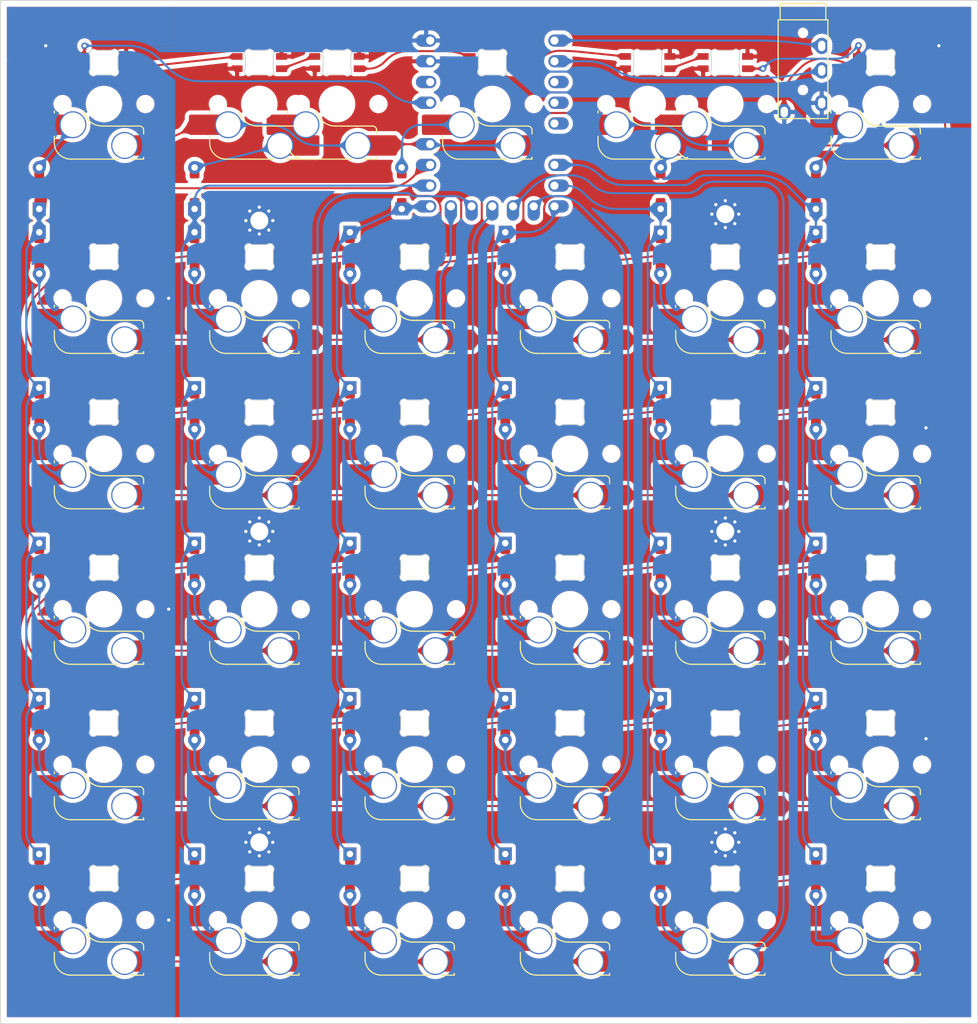
<source format=kicad_pcb>
(kicad_pcb (version 20221018) (generator pcbnew)
  (layers (0 "F.Cu" signal) (31 "B.Cu" signal) (34 "B.Paste" user) (35 "F.Paste" user) (36 "B.SilkS" user "B.Silkscreen") (37 "F.SilkS" user "F.Silkscreen") (38 "B.Mask" user) (39 "F.Mask" user) (44 "Edge.Cuts" user))
  (net 0 "")
  (net 1 "col1")
  (net 2 "col2")
  (net 3 "col3")
  (net 4 "col4")
  (net 5 "col5")
  (net 6 "col6")
  (net 7 "row1")
  (net 8 "row2")
  (net 9 "row3")
  (net 10 "row4")
  (net 11 "row5")
  (net 12 "row6")
  (net 13 "+5V")
  (net 14 "LEDIN")
  (net 15 "Net-(D11-A)")
  (net 16 "Net-(D16-A)")
  (net 17 "Net-(D21-A)")
  (net 18 "Net-(D22-A)")
  (net 19 "Net-(D23-A)")
  (net 20 "Net-(D24-A)")
  (net 21 "Net-(D25-A)")
  (net 22 "Net-(D26-A)")
  (net 23 "Net-(D31-A)")
  (net 24 "Net-(D32-A)")
  (net 25 "Net-(D33-A)")
  (net 26 "Net-(D34-A)")
  (net 27 "Net-(D35-A)")
  (net 28 "Net-(D36-A)")
  (net 29 "Net-(D41-A)")
  (net 30 "Net-(D42-A)")
  (net 31 "Net-(D43-A)")
  (net 32 "Net-(D44-A)")
  (net 33 "Net-(D45-A)")
  (net 34 "Net-(D46-A)")
  (net 35 "Net-(D51-A)")
  (net 36 "Net-(D52-A)")
  (net 37 "Net-(D53-A)")
  (net 38 "Net-(D54-A)")
  (net 39 "Net-(D55-A)")
  (net 40 "Net-(D56-A)")
  (net 41 "Net-(D61-A)")
  (net 42 "Net-(D62-A)")
  (net 43 "Net-(D63-A)")
  (net 44 "Net-(D64-A)")
  (net 45 "Net-(D65-A)")
  (net 46 "Net-(D66-A)")
  (net 47 "Net-(D15-A)")
  (net 48 "Net-(LED11-DOUT)")
  (net 49 "Net-(LED12-DOUT)")
  (net 50 "Net-(LED13-DOUT)")
  (net 51 "Net-(LED15-DOUT)")
  (net 52 "Net-(LED16-DOUT)")
  (net 53 "Net-(LED21-DOUT)")
  (net 54 "Net-(LED21-DIN)")
  (net 55 "Net-(LED22-DIN)")
  (net 56 "Net-(LED23-DIN)")
  (net 57 "Net-(LED24-DIN)")
  (net 58 "Net-(LED25-DIN)")
  (net 59 "Net-(LED31-DOUT)")
  (net 60 "Net-(LED32-DOUT)")
  (net 61 "Net-(LED33-DOUT)")
  (net 62 "Net-(LED34-DOUT)")
  (net 63 "Net-(LED35-DOUT)")
  (net 64 "Net-(LED36-DOUT)")
  (net 65 "Net-(LED41-DOUT)")
  (net 66 "Net-(LED41-DIN)")
  (net 67 "Net-(LED42-DIN)")
  (net 68 "Net-(LED43-DIN)")
  (net 69 "Net-(LED44-DIN)")
  (net 70 "Net-(LED45-DIN)")
  (net 71 "Net-(LED51-DOUT)")
  (net 72 "Net-(LED52-DOUT)")
  (net 73 "Net-(LED53-DOUT)")
  (net 74 "Net-(LED54-DOUT)")
  (net 75 "Net-(LED55-DOUT)")
  (net 76 "Net-(LED56-DOUT)")
  (net 78 "Net-(LED61-DIN)")
  (net 79 "Net-(LED62-DIN)")
  (net 80 "Net-(LED63-DIN)")
  (net 81 "Net-(LED64-DIN)")
  (net 82 "Net-(LED65-DIN)")
  (net 83 "SDA")
  (net 84 "SCL")
  (net 89 "Net-(D13-A)")
  (net 90 "GND")
  (net 91 "Net-(D12-A)")
  (net 92 "Net-(LED120-DOUT)")
  (net 93 "Net-(LED150-DOUT)")
  (footprint "PCM_marbastlib-mx:LED_MX_6028R" (layer "F.Cu") (at 60.325 152.0825 180)
    (fp_text reference "LED62" hide)
    (fp_text value "MX_SK6812MINI-E" hide)
    (fp_line (start -1.699999 -0.702843) (end -1.699999 0.702841) (stroke (width 0.1)) (layer "Edge.Cuts"))
    (fp_line (start -0.794452 1.499999) (end 0.794452 1.499999) (stroke (width 0.1)) (layer "Edge.Cuts"))
    (fp_line (start 0.794452 -1.5) (end -0.794453 -1.5) (stroke (width 0.1)) (layer "Edge.Cuts"))
    (fp_line (start 1.699999 0.702841) (end 1.699999 -0.702843) (stroke (width 0.1)) (layer "Edge.Cuts"))
    (fp_arc (start -1.749484 -0.919721) (mid -1.712527 -0.814069) (end -1.699999 -0.702844) (stroke (width 0.1)) (layer "Edge.Cuts"))
    (fp_arc (start -1.749484 -0.919721) (mid -1.638071 -1.504035) (end -1.046711 -1.568299) (stroke (width 0.1)) (layer "Edge.Cuts"))
    (fp_arc (start -1.699999 0.702841) (mid -1.712527 0.814067) (end -1.749484 0.919719) (stroke (width 0.1)) (layer "Edge.Cuts"))
    (fp_arc (start -1.046711 1.568298) (mid -1.638072 1.504034) (end -1.749484 0.919718) (stroke (width 0.1)) (layer "Edge.Cuts"))
    (fp_arc (start -1.046711 1.568298) (mid -0.925123 1.517376) (end -0.794452 1.499999) (stroke (width 0.1)) (layer "Edge.Cuts"))
    (fp_arc (start -0.794453 -1.5) (mid -0.925123 -1.517377) (end -1.046711 -1.568299) (stroke (width 0.1)) (layer "Edge.Cuts"))
    (fp_arc (start 0.794452 1.499999) (mid 0.925122 1.517376) (end 1.04671 1.568298) (stroke (width 0.1)) (layer "Edge.Cuts"))
    (fp_arc (start 1.046711 -1.5683) (mid 0.925123 -1.517378) (end 0.794453 -1.500001) (stroke (width 0.1)) (layer "Edge.Cuts"))
    (fp_arc (start 1.046711 -1.5683) (mid 1.638072 -1.504036) (end 1.749484 -0.919721) (stroke (width 0.1)) (layer "Edge.Cuts"))
    (fp_arc (start 1.699999 -0.702843) (mid 1.712527 -0.814069) (end 1.749484 -0.919721) (stroke (width 0.1)) (layer "Edge.Cuts"))
    (fp_arc (start 1.749484 0.919719) (mid 1.63807 1.504033) (end 1.046711 1.568296) (stroke (width 0.1)) (layer "Edge.Cuts"))
    (fp_arc (start 1.749484 0.919719) (mid 1.712518 0.814069) (end 1.699999 0.702842) (stroke (width 0.1)) (layer "Edge.Cuts"))
  )
  (footprint "PCM_marbastlib-mx:SW_MX_HS_1u" (layer "F.Cu") (at 79.375 80.9625 180)
    (fp_text reference "MX23" hide)
    (fp_text value "MX_SW_HS" hide)
  )
  (footprint "customBuckwich:Hybrid Diode" (layer "F.Cu") (at 109.5375 94.45625 -90)
    (fp_text reference "D35" hide)
    (fp_text value "D" hide)
  )
  (footprint "customBuckwich:Hybrid Diode" (layer "F.Cu") (at 71.4375 75.40625 -90)
    (fp_text reference "D23" hide)
    (fp_text value "D" hide)
  )
  (footprint "PCM_marbastlib-mx:LED_MX_6028R-ROT" (layer "F.Cu") (at 107.95 52.07 180)
    (fp_text reference "LED15" hide)
    (fp_text value "MX_SK6812MINI-E" hide)
    (fp_line (start -1.699999 -0.702841) (end -1.699999 0.702843) (stroke (width 0.1)) (layer "Edge.Cuts"))
    (fp_line (start -0.794452 1.5) (end 0.794453 1.5) (stroke (width 0.1)) (layer "Edge.Cuts"))
    (fp_line (start 0.794452 -1.499999) (end -0.794452 -1.499999) (stroke (width 0.1)) (layer "Edge.Cuts"))
    (fp_line (start 1.699999 0.702843) (end 1.699999 -0.702841) (stroke (width 0.1)) (layer "Edge.Cuts"))
    (fp_arc (start -1.749484 -0.919719) (mid -1.712527 -0.814067) (end -1.699999 -0.702842) (stroke (width 0.1)) (layer "Edge.Cuts"))
    (fp_arc (start -1.749484 -0.919719) (mid -1.63807 -1.504033) (end -1.046711 -1.568296) (stroke (width 0.1)) (layer "Edge.Cuts"))
    (fp_arc (start -1.699999 0.702843) (mid -1.712527 0.814069) (end -1.749484 0.919721) (stroke (width 0.1)) (layer "Edge.Cuts"))
    (fp_arc (start -1.046711 1.5683) (mid -1.638071 1.504036) (end -1.749484 0.919721) (stroke (width 0.1)) (layer "Edge.Cuts"))
    (fp_arc (start -1.046711 1.5683) (mid -0.925123 1.517378) (end -0.794453 1.500001) (stroke (width 0.1)) (layer "Edge.Cuts"))
    (fp_arc (start -0.794452 -1.499999) (mid -0.925122 -1.517376) (end -1.04671 -1.568298) (stroke (width 0.1)) (layer "Edge.Cuts"))
    (fp_arc (start 0.794453 1.5) (mid 0.925123 1.517377) (end 1.046711 1.568299) (stroke (width 0.1)) (layer "Edge.Cuts"))
    (fp_arc (start 1.046711 -1.568298) (mid 0.925123 -1.517376) (end 0.794452 -1.499999) (stroke (width 0.1)) (layer "Edge.Cuts"))
    (fp_arc (start 1.046711 -1.568298) (mid 1.638071 -1.504035) (end 1.749484 -0.919718) (stroke (width 0.1)) (layer "Edge.Cuts"))
    (fp_arc (start 1.699999 -0.702841) (mid 1.712529 -0.814066) (end 1.749484 -0.919719) (stroke (width 0.1)) (layer "Edge.Cuts"))
    (fp_arc (start 1.749484 0.919721) (mid 1.63807 1.504035) (end 1.046711 1.568299) (stroke (width 0.1)) (layer "Edge.Cuts"))
    (fp_arc (start 1.749484 0.919721) (mid 1.71251 0.814072) (end 1.699999 0.702844) (stroke (width 0.1)) (layer "Edge.Cuts"))
  )
  (footprint "PCM_marbastlib-mx:SW_MX_HS_1u" (layer "F.Cu") (at 79.375 100.0125 180)
    (fp_text reference "MX33" hide)
    (fp_text value "MX_SW_HS" hide)
  )
  (footprint "customBuckwich:Hybrid Diode" (layer "F.Cu") (at 90.4875 113.50625 -90)
    (fp_text reference "D44" hide)
    (fp_text value "D" hide)
  )
  (footprint "customBuckwich:Hybrid Diode" (layer "F.Cu") (at 52.3875 151.60625 -90)
    (fp_text reference "D62" hide)
    (fp_text value "D" hide)
  )
  (footprint "customBuckwich:Hybrid Diode" (layer "F.Cu") (at 71.4375 113.50625 -90)
    (fp_text reference "D43" hide)
    (fp_text value "D" hide)
  )
  (footprint "mcu:rp2040-zero-tht" (layer "F.Cu") (at 88.9 59.53125)
    (fp_text reference "U102" hide)
    (fp_text value "rp2040-zero" hide)
  )
  (footprint "PCM_marbastlib-mx:LED_MX_6028R-ROT" (layer "F.Cu") (at 117.475 94.9325 180)
    (fp_text reference "LED35" hide)
    (fp_text value "MX_SK6812MINI-E" hide)
    (fp_line (start -1.699999 -0.702841) (end -1.699999 0.702843) (stroke (width 0.1)) (layer "Edge.Cuts"))
    (fp_line (start -0.794452 1.5) (end 0.794453 1.5) (stroke (width 0.1)) (layer "Edge.Cuts"))
    (fp_line (start 0.794452 -1.499999) (end -0.794452 -1.499999) (stroke (width 0.1)) (layer "Edge.Cuts"))
    (fp_line (start 1.699999 0.702843) (end 1.699999 -0.702841) (stroke (width 0.1)) (layer "Edge.Cuts"))
    (fp_arc (start -1.749484 -0.919719) (mid -1.712527 -0.814067) (end -1.699999 -0.702842) (stroke (width 0.1)) (layer "Edge.Cuts"))
    (fp_arc (start -1.749484 -0.919719) (mid -1.63807 -1.504033) (end -1.046711 -1.568296) (stroke (width 0.1)) (layer "Edge.Cuts"))
    (fp_arc (start -1.699999 0.702843) (mid -1.712527 0.814069) (end -1.749484 0.919721) (stroke (width 0.1)) (layer "Edge.Cuts"))
    (fp_arc (start -1.046711 1.5683) (mid -1.638071 1.504036) (end -1.749484 0.919721) (stroke (width 0.1)) (layer "Edge.Cuts"))
    (fp_arc (start -1.046711 1.5683) (mid -0.925123 1.517378) (end -0.794453 1.500001) (stroke (width 0.1)) (layer "Edge.Cuts"))
    (fp_arc (start -0.794452 -1.499999) (mid -0.925122 -1.517376) (end -1.04671 -1.568298) (stroke (width 0.1)) (layer "Edge.Cuts"))
    (fp_arc (start 0.794453 1.5) (mid 0.925123 1.517377) (end 1.046711 1.568299) (stroke (width 0.1)) (layer "Edge.Cuts"))
    (fp_arc (start 1.046711 -1.568298) (mid 0.925123 -1.517376) (end 0.794452 -1.499999) (stroke (width 0.1)) (layer "Edge.Cuts"))
    (fp_arc (start 1.046711 -1.568298) (mid 1.638071 -1.504035) (end 1.749484 -0.919718) (stroke (width 0.1)) (layer "Edge.Cuts"))
    (fp_arc (start 1.699999 -0.702841) (mid 1.712529 -0.814066) (end 1.749484 -0.919719) (stroke (width 0.1)) (layer "Edge.Cuts"))
    (fp_arc (start 1.749484 0.919721) (mid 1.63807 1.504035) (end 1.046711 1.568299) (stroke (width 0.1)) (layer "Edge.Cuts"))
    (fp_arc (start 1.749484 0.919721) (mid 1.71251 0.814072) (end 1.699999 0.702844) (stroke (width 0.1)) (layer "Edge.Cuts"))
  )
  (footprint "customBuckwich:Hybrid Diode" (layer "F.Cu") (at 109.5375 113.50625 -90)
    (fp_text reference "D45" hide)
    (fp_text value "D" hide)
  )
  (footprint "PCM_marbastlib-mx:SW_MX_HS_1u" (layer "F.Cu") (at 117.475 57.15 180)
    (fp_text reference "MX150" hide)
    (fp_text value "MX_SW_HS" hide)
  )
  (footprint "customBuckwich:Hybrid Diode" (layer "F.Cu") (at 90.4875 75.40625 -90)
    (fp_text reference "D24" hide)
    (fp_text value "D" hide)
  )
  (footprint "PCM_marbastlib-mx:SW_MX_HS_1u" (layer "F.Cu") (at 41.275 100.0125 180)
    (fp_text reference "MX31" hide)
    (fp_text value "MX_SW_HS" hide)
  )
  (footprint "PCM_marbastlib-mx:SW_MX_HS_1u" (layer "F.Cu") (at 98.425 80.9625 180)
    (fp_text reference "MX24" hide)
    (fp_text value "MX_SW_HS" hide)
  )
  (footprint "customBuckwich:Hybrid Diode" (layer "F.Cu") (at 128.5875 94.45625 -90)
    (fp_text reference "D36" hide)
    (fp_text value "D" hide)
  )
  (footprint "PCM_marbastlib-mx:SW_MX_HS_1u" (layer "F.Cu") (at 69.85 57.15 180)
    (fp_text reference "MX120" hide)
    (fp_text value "MX_SW_HS" hide)
  )
  (footprint "customBuckwich:Hybrid Diode" (layer "F.Cu") (at 33.3375 67.46875 90)
    (fp_text reference "D11" hide)
    (fp_text value "D" hide)
  )
  (footprint "PCM_marbastlib-mx:SW_MX_HS_1u" (layer "F.Cu") (at 60.325 157.1625 180)
    (fp_text reference "MX62" hide)
    (fp_text value "MX_SW_HS" hide)
  )
  (footprint "customBuckwich:Hybrid Diode" (layer "F.Cu") (at 52.3875 94.45625 -90)
    (fp_text reference "D32" hide)
    (fp_text value "D" hide)
  )
  (footprint "customBuckwich:Hybrid Diode" (layer "F.Cu") (at 52.3875 75.40625 -90)
    (fp_text reference "D22" hide)
    (fp_text value "D" hide)
  )
  (footprint "PCM_marbastlib-mx:SW_MX_HS_1u" (layer "F.Cu") (at 98.425 119.0625 180)
    (fp_text reference "MX44" hide)
    (fp_text value "MX_SW_HS" hide)
  )
  (footprint "PCM_marbastlib-mx:LED_MX_6028R" (layer "F.Cu") (at 79.375 75.8825 180)
    (fp_text reference "LED23" hide)
    (fp_text value "MX_SK6812MINI-E" hide)
    (fp_line (start -1.699999 -0.702843) (end -1.699999 0.702841) (stroke (width 0.1)) (layer "Edge.Cuts"))
    (fp_line (start -0.794452 1.499999) (end 0.794452 1.499999) (stroke (width 0.1)) (layer "Edge.Cuts"))
    (fp_line (start 0.794452 -1.5) (end -0.794453 -1.5) (stroke (width 0.1)) (layer "Edge.Cuts"))
    (fp_line (start 1.699999 0.702841) (end 1.699999 -0.702843) (stroke (width 0.1)) (layer "Edge.Cuts"))
    (fp_arc (start -1.749484 -0.919721) (mid -1.712527 -0.814069) (end -1.699999 -0.702844) (stroke (width 0.1)) (layer "Edge.Cuts"))
    (fp_arc (start -1.749484 -0.919721) (mid -1.638071 -1.504035) (end -1.046711 -1.568299) (stroke (width 0.1)) (layer "Edge.Cuts"))
    (fp_arc (start -1.699999 0.702841) (mid -1.712527 0.814067) (end -1.749484 0.919719) (stroke (width 0.1)) (layer "Edge.Cuts"))
    (fp_arc (start -1.046711 1.568298) (mid -1.638072 1.504034) (end -1.749484 0.919718) (stroke (width 0.1)) (layer "Edge.Cuts"))
    (fp_arc (start -1.046711 1.568298) (mid -0.925123 1.517376) (end -0.794452 1.499999) (stroke (width 0.1)) (layer "Edge.Cuts"))
    (fp_arc (start -0.794453 -1.5) (mid -0.925123 -1.517377) (end -1.046711 -1.568299) (stroke (width 0.1)) (layer "Edge.Cuts"))
    (fp_arc (start 0.794452 1.499999) (mid 0.925122 1.517376) (end 1.04671 1.568298) (stroke (width 0.1)) (layer "Edge.Cuts"))
    (fp_arc (start 1.046711 -1.5683) (mid 0.925123 -1.517378) (end 0.794453 -1.500001) (stroke (width 0.1)) (layer "Edge.Cuts"))
    (fp_arc (start 1.046711 -1.5683) (mid 1.638072 -1.504036) (end 1.749484 -0.919721) (stroke (width 0.1)) (layer "Edge.Cuts"))
    (fp_arc (start 1.699999 -0.702843) (mid 1.712527 -0.814069) (end 1.749484 -0.919721) (stroke (width 0.1)) (layer "Edge.Cuts"))
    (fp_arc (start 1.749484 0.919719) (mid 1.63807 1.504033) (end 1.046711 1.568296) (stroke (width 0.1)) (layer "Edge.Cuts"))
    (fp_arc (start 1.749484 0.919719) (mid 1.712518 0.814069) (end 1.699999 0.702842) (stroke (width 0.1)) (layer "Edge.Cuts"))
  )
  (footprint "customBuckwich:Hybrid Diode" (layer "F.Cu") (at 71.4375 132.55625 -90)
    (fp_text reference "D53" hide)
    (fp_text value "D" hide)
  )
  (footprint "PCM_marbastlib-mx:LED_MX_6028R-ROT" (layer "F.Cu") (at 98.425 133.0325 180)
    (fp_text reference "LED54" hide)
    (fp_text value "MX_SK6812MINI-E" hide)
    (fp_line (start -1.699999 -0.702841) (end -1.699999 0.702843) (stroke (width 0.1)) (layer "Edge.Cuts"))
    (fp_line (start -0.794452 1.5) (end 0.794453 1.5) (stroke (width 0.1)) (layer "Edge.Cuts"))
    (fp_line (start 0.794452 -1.499999) (end -0.794452 -1.499999) (stroke (width 0.1)) (layer "Edge.Cuts"))
    (fp_line (start 1.699999 0.702843) (end 1.699999 -0.702841) (stroke (width 0.1)) (layer "Edge.Cuts"))
    (fp_arc (start -1.749484 -0.919719) (mid -1.712527 -0.814067) (end -1.699999 -0.702842) (stroke (width 0.1)) (layer "Edge.Cuts"))
    (fp_arc (start -1.749484 -0.919719) (mid -1.63807 -1.504033) (end -1.046711 -1.568296) (stroke (width 0.1)) (layer "Edge.Cuts"))
    (fp_arc (start -1.699999 0.702843) (mid -1.712527 0.814069) (end -1.749484 0.919721) (stroke (width 0.1)) (layer "Edge.Cuts"))
    (fp_arc (start -1.046711 1.5683) (mid -1.638071 1.504036) (end -1.749484 0.919721) (stroke (width 0.1)) (layer "Edge.Cuts"))
    (fp_arc (start -1.046711 1.5683) (mid -0.925123 1.517378) (end -0.794453 1.500001) (stroke (width 0.1)) (layer "Edge.Cuts"))
    (fp_arc (start -0.794452 -1.499999) (mid -0.925122 -1.517376) (end -1.04671 -1.568298) (stroke (width 0.1)) (layer "Edge.Cuts"))
    (fp_arc (start 0.794453 1.5) (mid 0.925123 1.517377) (end 1.046711 1.568299) (stroke (width 0.1)) (layer "Edge.Cuts"))
    (fp_arc (start 1.046711 -1.568298) (mid 0.925123 -1.517376) (end 0.794452 -1.499999) (stroke (width 0.1)) (layer "Edge.Cuts"))
    (fp_arc (start 1.046711 -1.568298) (mid 1.638071 -1.504035) (end 1.749484 -0.919718) (stroke (width 0.1)) (layer "Edge.Cuts"))
    (fp_arc (start 1.699999 -0.702841) (mid 1.712529 -0.814066) (end 1.749484 -0.919719) (stroke (width 0.1)) (layer "Edge.Cuts"))
    (fp_arc (start 1.749484 0.919721) (mid 1.63807 1.504035) (end 1.046711 1.568299) (stroke (width 0.1)) (layer "Edge.Cuts"))
    (fp_arc (start 1.749484 0.919721) (mid 1.71251 0.814072) (end 1.699999 0.702844) (stroke (width 0.1)) (layer "Edge.Cuts"))
  )
  (footprint "PCM_marbastlib-mx:SW_MX_HS_1u" (layer "F.Cu") (at 60.325 100.0125 180)
    (fp_text reference "MX32" hide)
    (fp_text value "MX_SW_HS" hide)
  )
  (footprint "customBuckwich:Hybrid Diode" (layer "F.Cu") (at 52.3875 132.55625 -90)
    (fp_text reference "D52" hide)
    (fp_text value "D" hide)
  )
  (footprint "customBuckwich:Hybrid Diode" (layer "F.Cu") (at 33.3375 151.60625 -90)
    (fp_text reference "D61" hide)
    (fp_text value "D" hide)
  )
  (footprint "customBuckwich:Hybrid Diode" (layer "F.Cu") (at 128.5875 75.40625 -90)
    (fp_text reference "D26" hide)
    (fp_text value "D" hide)
  )
  (footprint "PCM_marbastlib-mx:LED_MX_6028R-ROT" (layer "F.Cu") (at 136.525 133.0325 180)
    (fp_text reference "LED56" hide)
    (fp_text value "MX_SK6812MINI-E" hide)
    (fp_line (start -1.699999 -0.702841) (end -1.699999 0.702843) (stroke (width 0.1)) (layer "Edge.Cuts"))
    (fp_line (start -0.794452 1.5) (end 0.794453 1.5) (stroke (width 0.1)) (layer "Edge.Cuts"))
    (fp_line (start 0.794452 -1.499999) (end -0.794452 -1.499999) (stroke (width 0.1)) (layer "Edge.Cuts"))
    (fp_line (start 1.699999 0.702843) (end 1.699999 -0.702841) (stroke (width 0.1)) (layer "Edge.Cuts"))
    (fp_arc (start -1.749484 -0.919719) (mid -1.712527 -0.814067) (end -1.699999 -0.702842) (stroke (width 0.1)) (layer "Edge.Cuts"))
    (fp_arc (start -1.749484 -0.919719) (mid -1.63807 -1.504033) (end -1.046711 -1.568296) (stroke (width 0.1)) (layer "Edge.Cuts"))
    (fp_arc (start -1.699999 0.702843) (mid -1.712527 0.814069) (end -1.749484 0.919721) (stroke (width 0.1)) (layer "Edge.Cuts"))
    (fp_arc (start -1.046711 1.5683) (mid -1.638071 1.504036) (end -1.749484 0.919721) (stroke (width 0.1)) (layer "Edge.Cuts"))
    (fp_arc (start -1.046711 1.5683) (mid -0.925123 1.517378) (end -0.794453 1.500001) (stroke (width 0.1)) (layer "Edge.Cuts"))
    (fp_arc (start -0.794452 -1.499999) (mid -0.925122 -1.517376) (end -1.04671 -1.568298) (stroke (width 0.1)) (layer "Edge.Cuts"))
    (fp_arc (start 0.794453 1.5) (mid 0.925123 1.517377) (end 1.046711 1.568299) (stroke (width 0.1)) (layer "Edge.Cuts"))
    (fp_arc (start 1.046711 -1.568298) (mid 0.925123 -1.517376) (end 0.794452 -1.499999) (stroke (width 0.1)) (layer "Edge.Cuts"))
    (fp_arc (start 1.046711 -1.568298) (mid 1.638071 -1.504035) (end 1.749484 -0.919718) (stroke (width 0.1)) (layer "Edge.Cuts"))
    (fp_arc (start 1.699999 -0.702841) (mid 1.712529 -0.814066) (end 1.749484 -0.919719) (stroke (width 0.1)) (layer "Edge.Cuts"))
    (fp_arc (start 1.749484 0.919721) (mid 1.63807 1.504035) (end 1.046711 1.568299) (stroke (width 0.1)) (layer "Edge.Cuts"))
    (fp_arc (start 1.749484 0.919721) (mid 1.71251 0.814072) (end 1.699999 0.702844) (stroke (width 0.1)) (layer "Edge.Cuts"))
  )
  (footprint "PCM_marbastlib-mx:LED_MX_6028R" (layer "F.Cu") (at 136.525 152.0825 180)
    (fp_text reference "LED66" hide)
    (fp_text value "MX_SK6812MINI-E" hide)
    (fp_line (start -1.699999 -0.702843) (end -1.699999 0.702841) (stroke (width 0.1)) (layer "Edge.Cuts"))
    (fp_line (start -0.794452 1.499999) (end 0.794452 1.499999) (stroke (width 0.1)) (layer "Edge.Cuts"))
    (fp_line (start 0.794452 -1.5) (end -0.794453 -1.5) (stroke (width 0.1)) (layer "Edge.Cuts"))
    (fp_line (start 1.699999 0.702841) (end 1.699999 -0.702843) (stroke (width 0.1)) (layer "Edge.Cuts"))
    (fp_arc (start -1.749484 -0.919721) (mid -1.712527 -0.814069) (end -1.699999 -0.702844) (stroke (width 0.1)) (layer "Edge.Cuts"))
    (fp_arc (start -1.749484 -0.919721) (mid -1.638071 -1.504035) (end -1.046711 -1.568299) (stroke (width 0.1)) (layer "Edge.Cuts"))
    (fp_arc (start -1.699999 0.702841) (mid -1.712527 0.814067) (end -1.749484 0.919719) (stroke (width 0.1)) (layer "Edge.Cuts"))
    (fp_arc (start -1.046711 1.568298) (mid -1.638072 1.504034) (end -1.749484 0.919718) (stroke (width 0.1)) (layer "Edge.Cuts"))
    (fp_arc (start -1.046711 1.568298) (mid -0.925123 1.517376) (end -0.794452 1.499999) (stroke (width 0.1)) (layer "Edge.Cuts"))
    (fp_arc (start -0.794453 -1.5) (mid -0.925123 -1.517377) (end -1.046711 -1.568299) (stroke (width 0.1)) (layer "Edge.Cuts"))
    (fp_arc (start 0.794452 1.499999) (mid 0.925122 1.517376) (end 1.04671 1.568298) (stroke (width 0.1)) (layer "Edge.Cuts"))
    (fp_arc (start 1.046711 -1.5683) (mid 0.925123 -1.517378) (end 0.794453 -1.500001) (stroke (width 0.1)) (layer "Edge.Cuts"))
    (fp_arc (start 1.046711 -1.5683) (mid 1.638072 -1.504036) (end 1.749484 -0.919721) (stroke (width 0.1)) (layer "Edge.Cuts"))
    (fp_arc (start 1.699999 -0.702843) (mid 1.712527 -0.814069) (end 1.749484 -0.919721) (stroke (width 0.1)) (layer "Edge.Cuts"))
    (fp_arc (start 1.749484 0.919719) (mid 1.63807 1.504033) (end 1.046711 1.568296) (stroke (width 0.1)) (layer "Edge.Cuts"))
    (fp_arc (start 1.749484 0.919719) (mid 1.712518 0.814069) (end 1.699999 0.702842) (stroke (width 0.1)) (layer "Edge.Cuts"))
  )
  (footprint "PCM_marbastlib-mx:LED_MX_6028R" (layer "F.Cu") (at 98.425 152.0825 180)
    (fp_text reference "LED64" hide)
    (fp_text value "MX_SK6812MINI-E" hide)
    (fp_line (start -1.699999 -0.702843) (end -1.699999 0.702841) (stroke (width 0.1)) (layer "Edge.Cuts"))
    (fp_line (start -0.794452 1.499999) (end 0.794452 1.499999) (stroke (width 0.1)) (layer "Edge.Cuts"))
    (fp_line (start 0.794452 -1.5) (end -0.794453 -1.5) (stroke (width 0.1)) (layer "Edge.Cuts"))
    (fp_line (start 1.699999 0.702841) (end 1.699999 -0.702843) (stroke (width 0.1)) (layer "Edge.Cuts"))
    (fp_arc (start -1.749484 -0.919721) (mid -1.712527 -0.814069) (end -1.699999 -0.702844) (stroke (width 0.1)) (layer "Edge.Cuts"))
    (fp_arc (start -1.749484 -0.919721) (mid -1.638071 -1.504035) (end -1.046711 -1.568299) (stroke (width 0.1)) (layer "Edge.Cuts"))
    (fp_arc (start -1.699999 0.702841) (mid -1.712527 0.814067) (end -1.749484 0.919719) (stroke (width 0.1)) (layer "Edge.Cuts"))
    (fp_arc (start -1.046711 1.568298) (mid -1.638072 1.504034) (end -1.749484 0.919718) (stroke (width 0.1)) (layer "Edge.Cuts"))
    (fp_arc (start -1.046711 1.568298) (mid -0.925123 1.517376) (end -0.794452 1.499999) (stroke (width 0.1)) (layer "Edge.Cuts"))
    (fp_arc (start -0.794453 -1.5) (mid -0.925123 -1.517377) (end -1.046711 -1.568299) (stroke (width 0.1)) (layer "Edge.Cuts"))
    (fp_arc (start 0.794452 1.499999) (mid 0.925122 1.517376) (end 1.04671 1.568298) (stroke (width 0.1)) (layer "Edge.Cuts"))
    (fp_arc (start 1.046711 -1.5683) (mid 0.925123 -1.517378) (end 0.794453 -1.500001) (stroke (width 0.1)) (layer "Edge.Cuts"))
    (fp_arc (start 1.046711 -1.5683) (mid 1.638072 -1.504036) (end 1.749484 -0.919721) (stroke (width 0.1)) (layer "Edge.Cuts"))
    (fp_arc (start 1.699999 -0.702843) (mid 1.712527 -0.814069) (end 1.749484 -0.919721) (stroke (width 0.1)) (layer "Edge.Cuts"))
    (fp_arc (start 1.749484 0.919719) (mid 1.63807 1.504033) (end 1.046711 1.568296) (stroke (width 0.1)) (layer "Edge.Cuts"))
    (fp_arc (start 1.749484 0.919719) (mid 1.712518 0.814069) (end 1.699999 0.702842) (stroke (width 0.1)) (layer "Edge.Cuts"))
  )
  (footprint "PCM_marbastlib-mx:LED_MX_6028R" (layer "F.Cu") (at 136.525 75.8825 180)
    (fp_text reference "LED26" hide)
    (fp_text value "MX_SK6812MINI-E" hide)
    (fp_line (start -1.699999 -0.702843) (end -1.699999 0.702841) (stroke (width 0.1)) (layer "Edge.Cuts"))
    (fp_line (start -0.794452 1.499999) (end 0.794452 1.499999) (stroke (width 0.1)) (layer "Edge.Cuts"))
    (fp_line (start 0.794452 -1.5) (end -0.794453 -1.5) (stroke (width 0.1)) (layer "Edge.Cuts"))
    (fp_line (start 1.699999 0.702841) (end 1.699999 -0.702843) (stroke (width 0.1)) (layer "Edge.Cuts"))
    (fp_arc (start -1.749484 -0.919721) (mid -1.712527 -0.814069) (end -1.699999 -0.702844) (stroke (width 0.1)) (layer "Edge.Cuts"))
    (fp_arc (start -1.749484 -0.919721) (mid -1.638071 -1.504035) (end -1.046711 -1.568299) (stroke (width 0.1)) (layer "Edge.Cuts"))
    (fp_arc (start -1.699999 0.702841) (mid -1.712527 0.814067) (end -1.749484 0.919719) (stroke (width 0.1)) (layer "Edge.Cuts"))
    (fp_arc (start -1.046711 1.568298) (mid -1.638072 1.504034) (end -1.749484 0.919718) (stroke (width 0.1)) (layer "Edge.Cuts"))
    (fp_arc (start -1.046711 1.568298) (mid -0.925123 1.517376) (end -0.794452 1.499999) (stroke (width 0.1)) (layer "Edge.Cuts"))
    (fp_arc (start -0.794453 -1.5) (mid -0.925123 -1.517377) (end -1.046711 -1.568299) (stroke (width 0.1)) (layer "Edge.Cuts"))
    (fp_arc (start 0.794452 1.499999) (mid 0.925122 1.517376) (end 1.04671 1.568298) (stroke (width 0.1)) (layer "Edge.Cuts"))
    (fp_arc (start 1.046711 -1.5683) (mid 0.925123 -1.517378) (end 0.794453 -1.500001) (stroke (width 0.1)) (layer "Edge.Cuts"))
    (fp_arc (start 1.046711 -1.5683) (mid 1.638072 -1.504036) (end 1.749484 -0.919721) (stroke (width 0.1)) (layer "Edge.Cuts"))
    (fp_arc (start 1.699999 -0.702843) (mid 1.712527 -0.814069) (end 1.749484 -0.919721) (stroke (width 0.1)) (layer "Edge.Cuts"))
    (fp_arc (start 1.749484 0.919719) (mid 1.63807 1.504033) (end 1.046711 1.568296) (stroke (width 0.1)) (layer "Edge.Cuts"))
    (fp_arc (start 1.749484 0.919719) (mid 1.712518 0.814069) (end 1.699999 0.702842) (stroke (width 0.1)) (layer "Edge.Cuts"))
  )
  (footprint "PCM_marbastlib-mx:LED_MX_6028R" (layer "F.Cu") (at 79.375 152.0825 180)
    (fp_text reference "LED63" hide)
    (fp_text value "MX_SK6812MINI-E" hide)
    (fp_line (start -1.699999 -0.702843) (end -1.699999 0.702841) (stroke (width 0.1)) (layer "Edge.Cuts"))
    (fp_line (start -0.794452 1.499999) (end 0.794452 1.499999) (stroke (width 0.1)) (layer "Edge.Cuts"))
    (fp_line (start 0.794452 -1.5) (end -0.794453 -1.5) (stroke (width 0.1)) (layer "Edge.Cuts"))
    (fp_line (start 1.699999 0.702841) (end 1.699999 -0.702843) (stroke (width 0.1)) (layer "Edge.Cuts"))
    (fp_arc (start -1.749484 -0.919721) (mid -1.712527 -0.814069) (end -1.699999 -0.702844) (stroke (width 0.1)) (layer "Edge.Cuts"))
    (fp_arc (start -1.749484 -0.919721) (mid -1.638071 -1.504035) (end -1.046711 -1.568299) (stroke (width 0.1)) (layer "Edge.Cuts"))
    (fp_arc (start -1.699999 0.702841) (mid -1.712527 0.814067) (end -1.749484 0.919719) (stroke (width 0.1)) (layer "Edge.Cuts"))
    (fp_arc (start -1.046711 1.568298) (mid -1.638072 1.504034) (end -1.749484 0.919718) (stroke (width 0.1)) (layer "Edge.Cuts"))
    (fp_arc (start -1.046711 1.568298) (mid -0.925123 1.517376) (end -0.794452 1.499999) (stroke (width 0.1)) (layer "Edge.Cuts"))
    (fp_arc (start -0.794453 -1.5) (mid -0.925123 -1.517377) (end -1.046711 -1.568299) (stroke (width 0.1)) (layer "Edge.Cuts"))
    (fp_arc (start 0.794452 1.499999) (mid 0.925122 1.517376) (end 1.04671 1.568298) (stroke (width 0.1)) (layer "Edge.Cuts"))
    (fp_arc (start 1.046711 -1.5683) (mid 0.925123 -1.517378) (end 0.794453 -1.500001) (stroke (width 0.1)) (layer "Edge.Cuts"))
    (fp_arc (start 1.046711 -1.5683) (mid 1.638072 -1.504036) (end 1.749484 -0.919721) (stroke (width 0.1)) (layer "Edge.Cuts"))
    (fp_arc (start 1.699999 -0.702843) (mid 1.712527 -0.814069) (end 1.749484 -0.919721) (stroke (width 0.1)) (layer "Edge.Cuts"))
    (fp_arc (start 1.749484 0.919719) (mid 1.63807 1.504033) (end 1.046711 1.568296) (stroke (width 0.1)) (layer "Edge.Cuts"))
    (fp_arc (start 1.749484 0.919719) (mid 1.712518 0.814069) (end 1.699999 0.702842) (stroke (width 0.1)) (layer "Edge.Cuts"))
  )
  (footprint "customBuckwich:Hybrid Diode" (layer "F.Cu") (at 109.5375 75.40625 -90)
    (fp_text reference "D25" hide)
    (fp_text value "D" hide)
  )
  (footprint "PCM_marbastlib-mx:LED_MX_6028R-ROT" (layer "F.Cu") (at 69.85 52.07 180)
    (fp_text reference "LED120" hide)
    (fp_text value "MX_SK6812MINI-E" hide)
    (fp_line (start -1.699999 -0.702841) (end -1.699999 0.702843) (stroke (width 0.1)) (layer "Edge.Cuts"))
    (fp_line (start -0.794452 1.5) (end 0.794453 1.5) (stroke (width 0.1)) (layer "Edge.Cuts"))
    (fp_line (start 0.794452 -1.499999) (end -0.794452 -1.499999) (stroke (width 0.1)) (layer "Edge.Cuts"))
    (fp_line (start 1.699999 0.702843) (end 1.699999 -0.702841) (stroke (width 0.1)) (layer "Edge.Cuts"))
    (fp_arc (start -1.749484 -0.919719) (mid -1.712527 -0.814067) (end -1.699999 -0.702842) (stroke (width 0.1)) (layer "Edge.Cuts"))
    (fp_arc (start -1.749484 -0.919719) (mid -1.63807 -1.504033) (end -1.046711 -1.568296) (stroke (width 0.1)) (layer "Edge.Cuts"))
    (fp_arc (start -1.699999 0.702843) (mid -1.712527 0.814069) (end -1.749484 0.919721) (stroke (width 0.1)) (layer "Edge.Cuts"))
    (fp_arc (start -1.046711 1.5683) (mid -1.638071 1.504036) (end -1.749484 0.919721) (stroke (width 0.1)) (layer "Edge.Cuts"))
    (fp_arc (start -1.046711 1.5683) (mid -0.925123 1.517378) (end -0.794453 1.500001) (stroke (width 0.1)) (layer "Edge.Cuts"))
    (fp_arc (start -0.794452 -1.499999) (mid -0.925122 -1.517376) (end -1.04671 -1.568298) (stroke (width 0.1)) (layer "Edge.Cuts"))
    (fp_arc (start 0.794453 1.5) (mid 0.925123 1.517377) (end 1.046711 1.568299) (stroke (width 0.1)) (layer "Edge.Cuts"))
    (fp_arc (start 1.046711 -1.568298) (mid 0.925123 -1.517376) (end 0.794452 -1.499999) (stroke (width 0.1)) (layer "Edge.Cuts"))
    (fp_arc (start 1.046711 -1.568298) (mid 1.638071 -1.504035) (end 1.749484 -0.919718) (stroke (width 0.1)) (layer "Edge.Cuts"))
    (fp_arc (start 1.699999 -0.702841) (mid 1.712529 -0.814066) (end 1.749484 -0.919719) (stroke (width 0.1)) (layer "Edge.Cuts"))
    (fp_arc (start 1.749484 0.919721) (mid 1.63807 1.504035) (end 1.046711 1.568299) (stroke (width 0.1)) (layer "Edge.Cuts"))
    (fp_arc (start 1.749484 0.919721) (mid 1.71251 0.814072) (end 1.699999 0.702844) (stroke (width 0.1)) (layer "Edge.Cuts"))
  )
  (footprint "customBuckwich:Hybrid Diode" (layer "F.Cu") (at 109.5375 132.55625 -90)
    (fp_text reference "D55" hide)
    (fp_text value "D" hide)
  )
  (footprint "PCM_marbastlib-mx:SW_MX_HS_1u" (layer "F.Cu") (at 136.525 80.9625 180)
    (fp_text reference "MX26" hide)
    (fp_text value "MX_SW_HS" hide)
  )
  (footprint "PCM_marbastlib-mx:SW_MX_HS_1u" (layer "F.Cu") (at 41.275 138.1125 180)
    (fp_text reference "MX51" hide)
    (fp_text value "MX_SW_HS" hide)
  )
  (footprint "customBuckwich:Hybrid Diode" (layer "F.Cu") (at 109.5375 67.46875 90)
    (fp_text reference "D15" hide)
    (fp_text value "D" hide)
  )
  (footprint "PCM_marbastlib-mx:LED_MX_6028R-ROT" (layer "F.Cu") (at 136.525 52.07 180)
    (fp_text reference "LED16" hide)
    (fp_text value "MX_SK6812MINI-E" hide)
    (fp_line (start -1.699999 -0.702841) (end -1.699999 0.702843) (stroke (width 0.1)) (layer "Edge.Cuts"))
    (fp_line (start -0.794452 1.5) (end 0.794453 1.5) (stroke (width 0.1)) (layer "Edge.Cuts"))
    (fp_line (start 0.794452 -1.499999) (end -0.794452 -1.499999) (stroke (width 0.1)) (layer "Edge.Cuts"))
    (fp_line (start 1.699999 0.702843) (end 1.699999 -0.702841) (stroke (width 0.1)) (layer "Edge.Cuts"))
    (fp_arc (start -1.749484 -0.919719) (mid -1.712527 -0.814067) (end -1.699999 -0.702842) (stroke (width 0.1)) (layer "Edge.Cuts"))
    (fp_arc (start -1.749484 -0.919719) (mid -1.63807 -1.504033) (end -1.046711 -1.568296) (stroke (width 0.1)) (layer "Edge.Cuts"))
    (fp_arc (start -1.699999 0.702843) (mid -1.712527 0.814069) (end -1.749484 0.919721) (stroke (width 0.1)) (layer "Edge.Cuts"))
    (fp_arc (start -1.046711 1.5683) (mid -1.638071 1.504036) (end -1.749484 0.919721) (stroke (width 0.1)) (layer "Edge.Cuts"))
    (fp_arc (start -1.046711 1.5683) (mid -0.925123 1.517378) (end -0.794453 1.500001) (stroke (width 0.1)) (layer "Edge.Cuts"))
    (fp_arc (start -0.794452 -1.499999) (mid -0.925122 -1.517376) (end -1.04671 -1.568298) (stroke (width 0.1)) (layer "Edge.Cuts"))
    (fp_arc (start 0.794453 1.5) (mid 0.925123 1.517377) (end 1.046711 1.568299) (stroke (width 0.1)) (layer "Edge.Cuts"))
    (fp_arc (start 1.046711 -1.568298) (mid 0.925123 -1.517376) (end 0.794452 -1.499999) (stroke (width 0.1)) (layer "Edge.Cuts"))
    (fp_arc (start 1.046711 -1.568298) (mid 1.638071 -1.504035) (end 1.749484 -0.919718) (stroke (width 0.1)) (layer "Edge.Cuts"))
    (fp_arc (start 1.699999 -0.702841) (mid 1.712529 -0.814066) (end 1.749484 -0.919719) (stroke (width 0.1)) (layer "Edge.Cuts"))
    (fp_arc (start 1.749484 0.919721) (mid 1.63807 1.504035) (end 1.046711 1.568299) (stroke (width 0.1)) (layer "Edge.Cuts"))
    (fp_arc (start 1.749484 0.919721) (mid 1.71251 0.814072) (end 1.699999 0.702844) (stroke (width 0.1)) (layer "Edge.Cuts"))
  )
  (footprint "PCM_marbastlib-mx:LED_MX_6028R" (layer "F.Cu") (at 98.425 113.9825 180)
    (fp_text reference "LED44" hide)
    (fp_text value "MX_SK6812MINI-E" hide)
    (fp_line (start -1.699999 -0.702843) (end -1.699999 0.702841) (stroke (width 0.1)) (layer "Edge.Cuts"))
    (fp_line (start -0.794452 1.499999) (end 0.794452 1.499999) (stroke (width 0.1)) (layer "Edge.Cuts"))
    (fp_line (start 0.794452 -1.5) (end -0.794453 -1.5) (stroke (width 0.1)) (layer "Edge.Cuts"))
    (fp_line (start 1.699999 0.702841) (end 1.699999 -0.702843) (stroke (width 0.1)) (layer "Edge.Cuts"))
    (fp_arc (start -1.749484 -0.919721) (mid -1.712527 -0.814069) (end -1.699999 -0.702844) (stroke (width 0.1)) (layer "Edge.Cuts"))
    (fp_arc (start -1.749484 -0.919721) (mid -1.638071 -1.504035) (end -1.046711 -1.568299) (stroke (width 0.1)) (layer "Edge.Cuts"))
    (fp_arc (start -1.699999 0.702841) (mid -1.712527 0.814067) (end -1.749484 0.919719) (stroke (width 0.1)) (layer "Edge.Cuts"))
    (fp_arc (start -1.046711 1.568298) (mid -1.638072 1.504034) (end -1.749484 0.919718) (stroke (width 0.1)) (layer "Edge.Cuts"))
    (fp_arc (start -1.046711 1.568298) (mid -0.925123 1.517376) (end -0.794452 1.499999) (stroke (width 0.1)) (layer "Edge.Cuts"))
    (fp_arc (start -0.794453 -1.5) (mid -0.925123 -1.517377) (end -1.046711 -1.568299) (stroke (width 0.1)) (layer "Edge.Cuts"))
    (fp_arc (start 0.794452 1.499999) (mid 0.925122 1.517376) (end 1.04671 1.568298) (stroke (width 0.1)) (layer "Edge.Cuts"))
    (fp_arc (start 1.046711 -1.5683) (mid 0.925123 -1.517378) (end 0.794453 -1.500001) (stroke (width 0.1)) (layer "Edge.Cuts"))
    (fp_arc (start 1.046711 -1.5683) (mid 1.638072 -1.504036) (end 1.749484 -0.919721) (stroke (width 0.1)) (layer "Edge.Cuts"))
    (fp_arc (start 1.699999 -0.702843) (mid 1.712527 -0.814069) (end 1.749484 -0.919721) (stroke (width 0.1)) (layer "Edge.Cuts"))
    (fp_arc (start 1.749484 0.919719) (mid 1.63807 1.504033) (end 1.046711 1.568296) (stroke (width 0.1)) (layer "Edge.Cuts"))
    (fp_arc (start 1.749484 0.919719) (mid 1.712518 0.814069) (end 1.699999 0.702842) (stroke (width 0.1)) (layer "Edge.Cuts"))
  )
  (footprint "PCM_marbastlib-mx:SW_MX_HS_1u" (layer "F.Cu") (at 98.425 138.1125 180)
    (fp_text reference "MX54" hide)
    (fp_text value "MX_SW_HS" hide)
  )
  (footprint "PCM_marbastlib-mx:LED_MX_6028R-ROT" (layer "F.Cu") (at 98.425 94.9325 180)
    (fp_text reference "LED34" hide)
    (fp_text value "MX_SK6812MINI-E" hide)
    (fp_line (start -1.699999 -0.702841) (end -1.699999 0.702843) (stroke (width 0.1)) (layer "Edge.Cuts"))
    (fp_line (start -0.794452 1.5) (end 0.794453 1.5) (stroke (width 0.1)) (layer "Edge.Cuts"))
    (fp_line (start 0.794452 -1.499999) (end -0.794452 -1.499999) (stroke (width 0.1)) (layer "Edge.Cuts"))
    (fp_line (start 1.699999 0.702843) (end 1.699999 -0.702841) (stroke (width 0.1)) (layer "Edge.Cuts"))
    (fp_arc (start -1.749484 -0.919719) (mid -1.712527 -0.814067) (end -1.699999 -0.702842) (stroke (width 0.1)) (layer "Edge.Cuts"))
    (fp_arc (start -1.749484 -0.919719) (mid -1.63807 -1.504033) (end -1.046711 -1.568296) (stroke (width 0.1)) (layer "Edge.Cuts"))
    (fp_arc (start -1.699999 0.702843) (mid -1.712527 0.814069) (end -1.749484 0.919721) (stroke (width 0.1)) (layer "Edge.Cuts"))
    (fp_arc (start -1.046711 1.5683) (mid -1.638071 1.504036) (end -1.749484 0.919721) (stroke (width 0.1)) (layer "Edge.Cuts"))
    (fp_arc (start -1.046711 1.5683) (mid -0.925123 1.517378) (end -0.794453 1.500001) (stroke (width 0.1)) (layer "Edge.Cuts"))
    (fp_arc (start -0.794452 -1.499999) (mid -0.925122 -1.517376) (end -1.04671 -1.568298) (stroke (width 0.1)) (layer "Edge.Cuts"))
    (fp_arc (start 0.794453 1.5) (mid 0.925123 1.517377) (end 1.046711 1.568299) (stroke (width 0.1)) (layer "Edge.Cuts"))
    (fp_arc (start 1.046711 -1.568298) (mid 0.925123 -1.517376) (end 0.794452 -1.499999) (stroke (width 0.1)) (layer "Edge.Cuts"))
    (fp_arc (start 1.046711 -1.568298) (mid 1.638071 -1.504035) (end 1.749484 -0.919718) (stroke (width 0.1)) (layer "Edge.Cuts"))
    (fp_arc (start 1.699999 -0.702841) (mid 1.712529 -0.814066) (end 1.749484 -0.919719) (stroke (width 0.1)) (layer "Edge.Cuts"))
    (fp_arc (start 1.749484 0.919721) (mid 1.63807 1.504035) (end 1.046711 1.568299) (stroke (width 0.1)) (layer "Edge.Cuts"))
    (fp_arc (start 1.749484 0.919721) (mid 1.71251 0.814072) (end 1.699999 0.702844) (stroke (width 0.1)) (layer "Edge.Cuts"))
  )
  (footprint "PCM_marbastlib-mx:SW_MX_HS_1u" (layer "F.Cu") (at 117.475 100.0125 180)
    (fp_text reference "MX35" hide)
    (fp_text value "MX_SW_HS" hide)
  )
  (footprint "customBuckwich:Hybrid Diode" (layer "F.Cu") (at 90.4875 132.55625 -90)
    (fp_text reference "D54" hide)
    (fp_text value "D" hide)
  )
  (footprint "PCM_marbastlib-mx:SW_MX_HS_1u" (layer "F.Cu") (at 60.325 138.1125 180)
    (fp_text reference "MX52" hide)
    (fp_text value "MX_SW_HS" hide)
  )
  (footprint "PCM_marbastlib-mx:SW_MX_HS_1u" (layer "F.Cu") (at 136.525 138.1125 180)
    (fp_text reference "MX56" hide)
    (fp_text value "MX_SW_HS" hide)
  )
  (footprint "PCM_marbastlib-mx:LED_MX_6028R-ROT" (layer "F.Cu") (at 79.375 133.0325 180)
    (fp_text reference "LED53" hide)
    (fp_text value "MX_SK6812MINI-E" hide)
    (fp_line (start -1.699999 -0.702841) (end -1.699999 0.702843) (stroke (width 0.1)) (layer "Edge.Cuts"))
    (fp_line (start -0.794452 1.5) (end 0.794453 1.5) (stroke (width 0.1)) (layer "Edge.Cuts"))
    (fp_line (start 0.794452 -1.499999) (end -0.794452 -1.499999) (stroke (width 0.1)) (layer "Edge.Cuts"))
    (fp_line (start 1.699999 0.702843) (end 1.699999 -0.702841) (stroke (width 0.1)) (layer "Edge.Cuts"))
    (fp_arc (start -1.749484 -0.919719) (mid -1.712527 -0.814067) (end -1.699999 -0.702842) (stroke (width 0.1)) (layer "Edge.Cuts"))
    (fp_arc (start -1.749484 -0.919719) (mid -1.63807 -1.504033) (end -1.046711 -1.568296) (stroke (width 0.1)) (layer "Edge.Cuts"))
    (fp_arc (start -1.699999 0.702843) (mid -1.712527 0.814069) (end -1.749484 0.919721) (stroke (width 0.1)) (layer "Edge.Cuts"))
    (fp_arc (start -1.046711 1.5683) (mid -1.638071 1.504036) (end -1.749484 0.919721) (stroke (width 0.1)) (layer "Edge.Cuts"))
    (fp_arc (start -1.046711 1.5683) (mid -0.925123 1.517378) (end -0.794453 1.500001) (stroke (width 0.1)) (layer "Edge.Cuts"))
    (fp_arc (start -0.794452 -1.499999) (mid -0.925122 -1.517376) (end -1.04671 -1.568298) (stroke (width 0.1)) (layer "Edge.Cuts"))
    (fp_arc (start 0.794453 1.5) (mid 0.925123 1.517377) (end 1.046711 1.568299) (stroke (width 0.1)) (layer "Edge.Cuts"))
    (fp_arc (start 1.046711 -1.568298) (mid 0.925123 -1.517376) (end 0.794452 -1.499999) (stroke (width 0.1)) (layer "Edge.Cuts"))
    (fp_arc (start 1.046711 -1.568298) (mid 1.638071 -1.504035) (end 1.749484 -0.919718) (stroke (width 0.1)) (layer "Edge.Cuts"))
    (fp_arc (start 1.699999 -0.702841) (mid 1.712529 -0.814066) (end 1.749484 -0.919719) (stroke (width 0.1)) (layer "Edge.Cuts"))
    (fp_arc (start 1.749484 0.919721) (mid 1.63807 1.504035) (end 1.046711 1.568299) (stroke (width 0.1)) (layer "Edge.Cuts"))
    (fp_arc (start 1.749484 0.919721) (mid 1.71251 0.814072) (end 1.699999 0.702844) (stroke (width 0.1)) (layer "Edge.Cuts"))
  )
  (footprint "PCM_marbastlib-mx:SW_MX_HS_1u" (layer "F.Cu") (at 136.525 100.0125 180)
    (fp_text reference "MX36" hide)
    (fp_text value "MX_SW_HS" hide)
  )
  (footprint "customBuckwich:Hybrid Diode" (layer "F.Cu") (at 52.3875 113.50625 -90)
    (fp_text reference "D42" hide)
    (fp_text value "D" hide)
  )
  (footprint "customBuckwich:PJ320A" (layer "F.Cu") (at 127 46.83125)
    (fp_text reference "J101" hide)
    (fp_text value "AudioJack4" hide)
  )
  (footprint "PCM_marbastlib-mx:SW_MX_HS_1u" (layer "F.Cu") (at 88.9 57.15 180)
    (fp_text reference "MX13" hide)
    (fp_text value "MX_SW_HS" hide)
  )
  (footprint "PCM_marbastlib-mx:SW_MX_HS_1u" (layer "F.Cu") (at 60.325 80.9625 180)
    (fp_text reference "MX22" hide)
    (fp_text value "MX_SW_HS" hide)
  )
  (footprint "customBuckwich:Hybrid Diode" (layer "F.Cu") (at 71.4375 94.45625 -90)
    (fp_text reference "D33" hide)
    (fp_text value "D" hide)
  )
  (footprint "PCM_marbastlib-mx:LED_MX_6028R" (layer "F.Cu") (at 41.275 75.8825 180)
    (fp_text reference "LED21" hide)
    (fp_text value "MX_SK6812MINI-E" hide)
    (fp_line (start -1.699999 -0.702843) (end -1.699999 0.702841) (stroke (width 0.1)) (layer "Edge.Cuts"))
    (fp_line (start -0.794452 1.499999) (end 0.794452 1.499999) (stroke (width 0.1)) (layer "Edge.Cuts"))
    (fp_line (start 0.794452 -1.5) (end -0.794453 -1.5) (stroke (width 0.1)) (layer "Edge.Cuts"))
    (fp_line (start 1.699999 0.702841) (end 1.699999 -0.702843) (stroke (width 0.1)) (layer "Edge.Cuts"))
    (fp_arc (start -1.749484 -0.919721) (mid -1.712527 -0.814069) (end -1.699999 -0.702844) (stroke (width 0.1)) (layer "Edge.Cuts"))
    (fp_arc (start -1.749484 -0.919721) (mid -1.638071 -1.504035) (end -1.046711 -1.568299) (stroke (width 0.1)) (layer "Edge.Cuts"))
    (fp_arc (start -1.699999 0.702841) (mid -1.712527 0.814067) (end -1.749484 0.919719) (stroke (width 0.1)) (layer "Edge.Cuts"))
    (fp_arc (start -1.046711 1.568298) (mid -1.638072 1.504034) (end -1.749484 0.919718) (stroke (width 0.1)) (layer "Edge.Cuts"))
    (fp_arc (start -1.046711 1.568298) (mid -0.925123 1.517376) (end -0.794452 1.499999) (stroke (width 0.1)) (layer "Edge.Cuts"))
    (fp_arc (start -0.794453 -1.5) (mid -0.925123 -1.517377) (end -1.046711 -1.568299) (stroke (width 0.1)) (layer "Edge.Cuts"))
    (fp_arc (start 0.794452 1.499999) (mid 0.925122 1.517376) (end 1.04671 1.568298) (stroke (width 0.1)) (layer "Edge.Cuts"))
    (fp_arc (start 1.046711 -1.5683) (mid 0.925123 -1.517378) (end 0.794453 -1.500001) (stroke (width 0.1)) (layer "Edge.Cuts"))
    (fp_arc (start 1.046711 -1.5683) (mid 1.638072 -1.504036) (end 1.749484 -0.919721) (stroke (width 0.1)) (layer "Edge.Cuts"))
    (fp_arc (start 1.699999 -0.702843) (mid 1.712527 -0.814069) (end 1.749484 -0.919721) (stroke (width 0.1)) (layer "Edge.Cuts"))
    (fp_arc (start 1.749484 0.919719) (mid 1.63807 1.504033) (end 1.046711 1.568296) (stroke (width 0.1)) (layer "Edge.Cuts"))
    (fp_arc (start 1.749484 0.919719) (mid 1.712518 0.814069) (end 1.699999 0.702842) (stroke (width 0.1)) (layer "Edge.Cuts"))
  )
  (footprint "customBuckwich:Hybrid Diode" (layer "F.Cu") (at 52.3875 67.46875 90)
    (fp_text reference "D12" hide)
    (fp_text value "D" hide)
  )
  (footprint "customBuckwich:Hybrid Diode" (layer "F.Cu") (at 33.3375 132.55625 -90)
    (fp_text reference "D51" hide)
    (fp_text value "D" hide)
  )
  (footprint "PCM_marbastlib-mx:SW_MX_HS_1u" (layer "F.Cu") (at 117.475 80.9625 180)
    (fp_text reference "MX25" hide)
    (fp_text value "MX_SW_HS" hide)
  )
  (footprint "PCM_marbastlib-mx:LED_MX_6028R-ROT" (layer "F.Cu") (at 79.375 94.9325 180)
    (fp_text reference "LED33" hide)
    (fp_text value "MX_SK6812MINI-E" hide)
    (fp_line (start -1.699999 -0.702841) (end -1.699999 0.702843) (stroke (width 0.1)) (layer "Edge.Cuts"))
    (fp_line (start -0.794452 1.5) (end 0.794453 1.5) (stroke (width 0.1)) (layer "Edge.Cuts"))
    (fp_line (start 0.794452 -1.499999) (end -0.794452 -1.499999) (stroke (width 0.1)) (layer "Edge.Cuts"))
    (fp_line (start 1.699999 0.702843) (end 1.699999 -0.702841) (stroke (width 0.1)) (layer "Edge.Cuts"))
    (fp_arc (start -1.749484 -0.919719) (mid -1.712527 -0.814067) (end -1.699999 -0.702842) (stroke (width 0.1)) (layer "Edge.Cuts"))
    (fp_arc (start -1.749484 -0.919719) (mid -1.63807 -1.504033) (end -1.046711 -1.568296) (stroke (width 0.1)) (layer "Edge.Cuts"))
    (fp_arc (start -1.699999 0.702843) (mid -1.712527 0.814069) (end -1.749484 0.919721) (stroke (width 0.1)) (layer "Edge.Cuts"))
    (fp_arc (start -1.046711 1.5683) (mid -1.638071 1.504036) (end -1.749484 0.919721) (stroke (width 0.1)) (layer "Edge.Cuts"))
    (fp_arc (start -1.046711 1.5683) (mid -0.925123 1.517378) (end -0.794453 1.500001) (stroke (width 0.1)) (layer "Edge.Cuts"))
    (fp_arc (start -0.794452 -1.499999) (mid -0.925122 -1.517376) (end -1.04671 -1.568298) (stroke (width 0.1)) (layer "Edge.Cuts"))
    (fp_arc (start 0.794453 1.5) (mid 0.925123 1.517377) (end 1.046711 1.568299) (stroke (width 0.1)) (layer "Edge.Cuts"))
    (fp_arc (start 1.046711 -1.568298) (mid 0.925123 -1.517376) (end 0.794452 -1.499999) (stroke (width 0.1)) (layer "Edge.Cuts"))
    (fp_arc (start 1.046711 -1.568298) (mid 1.638071 -1.504035) (end 1.749484 -0.919718) (stroke (width 0.1)) (layer "Edge.Cuts"))
    (fp_arc (start 1.699999 -0.702841) (mid 1.712529 -0.814066) (end 1.749484 -0.919719) (stroke (width 0.1)) (layer "Edge.Cuts"))
    (fp_arc (start 1.749484 0.919721) (mid 1.63807 1.504035) (end 1.046711 1.568299) (stroke (width 0.1)) (layer "Edge.Cuts"))
    (fp_arc (start 1.749484 0.919721) (mid 1.71251 0.814072) (end 1.699999 0.702844) (stroke (width 0.1)) (layer "Edge.Cuts"))
  )
  (footprint "MountingHole:MountingHole_2.2mm_M2_Pad_Via" (layer "F.Cu") (at 60.325 109.5375)
    (fp_text reference "H102" hide)
    (fp_text value "MountingHole_Pad" hide)
  )
  (footprint "PCM_marbastlib-mx:LED_MX_6028R" (layer "F.Cu") (at 98.425 75.8825 180)
    (fp_text reference "LED24" hide)
    (fp_text value "MX_SK6812MINI-E" hide)
    (fp_line (start -1.699999 -0.702843) (end -1.699999 0.702841) (stroke (width 0.1)) (layer "Edge.Cuts"))
    (fp_line (start -0.794452 1.499999) (end 0.794452 1.499999) (stroke (width 0.1)) (layer "Edge.Cuts"))
    (fp_line (start 0.794452 -1.5) (end -0.794453 -1.5) (stroke (width 0.1)) (layer "Edge.Cuts"))
    (fp_line (start 1.699999 0.702841) (end 1.699999 -0.702843) (stroke (width 0.1)) (layer "Edge.Cuts"))
    (fp_arc (start -1.749484 -0.919721) (mid -1.712527 -0.814069) (end -1.699999 -0.702844) (stroke (width 0.1)) (layer "Edge.Cuts"))
    (fp_arc (start -1.749484 -0.919721) (mid -1.638071 -1.504035) (end -1.046711 -1.568299) (stroke (width 0.1)) (layer "Edge.Cuts"))
    (fp_arc (start -1.699999 0.702841) (mid -1.712527 0.814067) (end -1.749484 0.919719) (stroke (width 0.1)) (layer "Edge.Cuts"))
    (fp_arc (start -1.046711 1.568298) (mid -1.638072 1.504034) (end -1.749484 0.919718) (stroke (width 0.1)) (layer "Edge.Cuts"))
    (fp_arc (start -1.046711 1.568298) (mid -0.925123 1.517376) (end -0.794452 1.499999) (stroke (width 0.1)) (layer "Edge.Cuts"))
    (fp_arc (start -0.794453 -1.5) (mid -0.925123 -1.517377) (end -1.046711 -1.568299) (stroke (width 0.1)) (layer "Edge.Cuts"))
    (fp_arc (start 0.794452 1.499999) (mid 0.925122 1.517376) (end 1.04671 1.568298) (stroke (width 0.1)) (layer "Edge.Cuts"))
    (fp_arc (start 1.046711 -1.5683) (mid 0.925123 -1.517378) (end 0.794453 -1.500001) (stroke (width 0.1)) (layer "Edge.Cuts"))
    (fp_arc (start 1.046711 -1.5683) (mid 1.638072 -1.504036) (end 1.749484 -0.919721) (stroke (width 0.1)) (layer "Edge.Cuts"))
    (fp_arc (start 1.699999 -0.702843) (mid 1.712527 -0.814069) (end 1.749484 -0.919721) (stroke (width 0.1)) (layer "Edge.Cuts"))
    (fp_arc (start 1.749484 0.919719) (mid 1.63807 1.504033) (end 1.046711 1.568296) (stroke (width 0.1)) (layer "Edge.Cuts"))
    (fp_arc (start 1.749484 0.919719) (mid 1.712518 0.814069) (end 1.699999 0.702842) (stroke (width 0.1)) (layer "Edge.Cuts"))
  )
  (footprint "PCM_marbastlib-mx:SW_MX_HS_1u" (layer "F.Cu") (at 41.275 157.1625 180)
    (fp_text reference "MX61" hide)
    (fp_text value "MX_SW_HS" hide)
  )
  (footprint "PCM_marbastlib-mx:SW_MX_HS_1u" (layer "F.Cu") (at 136.525 157.1625 180)
    (fp_text reference "MX66" hide)
    (fp_text value "MX_SW_HS" hide)
  )
  (footprint "PCM_marbastlib-mx:LED_MX_6028R" (layer "F.Cu") (at 41.275 113.9825 180)
    (fp_text reference "LED41" hide)
    (fp_text value "MX_SK6812MINI-E" hide)
    (fp_line (start -1.699999 -0.702843) (end -1.699999 0.702841) (stroke (width 0.1)) (layer "Edge.Cuts"))
    (fp_line (start -0.794452 1.499999) (end 0.794452 1.499999) (stroke (width 0.1)) (layer "Edge.Cuts"))
    (fp_line (start 0.794452 -1.5) (end -0.794453 -1.5) (stroke (width 0.1)) (layer "Edge.Cuts"))
    (fp_line (start 1.699999 0.702841) (end 1.699999 -0.702843) (stroke (width 0.1)) (layer "Edge.Cuts"))
    (fp_arc (start -1.749484 -0.919721) (mid -1.712527 -0.814069) (end -1.699999 -0.702844) (stroke (width 0.1)) (layer "Edge.Cuts"))
    (fp_arc (start -1.749484 -0.919721) (mid -1.638071 -1.504035) (end -1.046711 -1.568299) (stroke (width 0.1)) (layer "Edge.Cuts"))
    (fp_arc (start -1.699999 0.702841) (mid -1.712527 0.814067) (end -1.749484 0.919719) (stroke (width 0.1)) (layer "Edge.Cuts"))
    (fp_arc (start -1.046711 1.568298) (mid -1.638072 1.504034) (end -1.749484 0.919718) (stroke (width 0.1)) (layer "Edge.Cuts"))
    (fp_arc (start -1.046711 1.568298) (mid -0.925123 1.517376) (end -0.794452 1.499999) (stroke (width 0.1)) (layer "Edge.Cuts"))
    (fp_arc (start -0.794453 -1.5) (mid -0.925123 -1.517377) (end -1.046711 -1.568299) (stroke (width 0.1)) (layer "Edge.Cuts"))
    (fp_arc (start 0.794452 1.499999) (mid 0.925122 1.517376) (end 1.04671 1.568298) (stroke (width 0.1)) (layer "Edge.Cuts"))
    (fp_arc (start 1.046711 -1.5683) (mid 0.925123 -1.517378) (end 0.794453 -1.500001) (stroke (width 0.1)) (layer "Edge.Cuts"))
    (fp_arc (start 1.046711 -1.5683) (mid 1.638072 -1.504036) (end 1.749484 -0.919721) (stroke (width 0.1)) (layer "Edge.Cuts"))
    (fp_arc (start 1.699999 -0.702843) (mid 1.712527 -0.814069) (end 1.749484 -0.919721) (stroke (width 0.1)) (layer "Edge.Cuts"))
    (fp_arc (start 1.749484 0.919719) (mid 1.63807 1.504033) (end 1.046711 1.568296) (stroke (width 0.1)) (layer "Edge.Cuts"))
    (fp_arc (start 1.749484 0.919719) (mid 1.712518 0.814069) (end 1.699999 0.702842) (stroke (width 0.1)) (layer "Edge.Cuts"))
  )
  (footprint "PCM_marbastlib-mx:LED_MX_6028R-ROT" (layer "F.Cu") (at 41.275 133.0325 180)
    (fp_text reference "LED51" hide)
    (fp_text value "MX_SK6812MINI-E" hide)
    (fp_line (start -1.699999 -0.702841) (end -1.699999 0.702843) (stroke (width 0.1)) (layer "Edge.Cuts"))
    (fp_line (start -0.794452 1.5) (end 0.794453 1.5) (stroke (width 0.1)) (layer "Edge.Cuts"))
    (fp_line (start 0.794452 -1.499999) (end -0.794452 -1.499999) (stroke (width 0.1)) (layer "Edge.Cuts"))
    (fp_line (start 1.699999 0.702843) (end 1.699999 -0.702841) (stroke (width 0.1)) (layer "Edge.Cuts"))
    (fp_arc (start -1.749484 -0.919719) (mid -1.712527 -0.814067) (end -1.699999 -0.702842) (stroke (width 0.1)) (layer "Edge.Cuts"))
    (fp_arc (start -1.749484 -0.919719) (mid -1.63807 -1.504033) (end -1.046711 -1.568296) (stroke (width 0.1)) (layer "Edge.Cuts"))
    (fp_arc (start -1.699999 0.702843) (mid -1.712527 0.814069) (end -1.749484 0.919721) (stroke (width 0.1)) (layer "Edge.Cuts"))
    (fp_arc (start -1.046711 1.5683) (mid -1.638071 1.504036) (end -1.749484 0.919721) (stroke (width 0.1)) (layer "Edge.Cuts"))
    (fp_arc (start -1.046711 1.5683) (mid -0.925123 1.517378) (end -0.794453 1.500001) (stroke (width 0.1)) (layer "Edge.Cuts"))
    (fp_arc (start -0.794452 -1.499999) (mid -0.925122 -1.517376) (end -1.04671 -1.568298) (stroke (width 0.1)) (layer "Edge.Cuts"))
    (fp_arc (start 0.794453 1.5) (mid 0.925123 1.517377) (end 1.046711 1.568299) (stroke (width 0.1)) (layer "Edge.Cuts"))
    (fp_arc (start 1.046711 -1.568298) (mid 0.925123 -1.517376) (end 0.794452 -1.499999) (stroke (width 0.1)) (layer "Edge.Cuts"))
    (fp_arc (start 1.046711 -1.568298) (mid 1.638071 -1.504035) (end 1.749484 -0.919718) (stroke (width 0.1)) (layer "Edge.Cuts"))
    (fp_arc (start 1.699999 -0.702841) (mid 1.712529 -0.814066) (end 1.749484 -0.919719) (stroke (width 0.1)) (layer "Edge.Cuts"))
    (fp_arc (start 1.749484 0.919721) (mid 1.63807 1.504035) (end 1.046711 1.568299) (stroke (width 0.1)) (layer "Edge.Cuts"))
    (fp_arc (start 1.749484 0.919721) (mid 1.71251 0.814072) (end 1.699999 0.702844) (stroke (width 0.1)) (layer "Edge.Cuts"))
  )
  (footprint "PCM_marbastlib-mx:SW_MX_HS_1u" (layer "F.Cu") (at 107.95 57.15 180)
    (fp_text reference "MX15" hide)
    (fp_text value "MX_SW_HS" hide)
  )
  (footprint "customBuckwich:Hybrid Diode" (layer "F.Cu") (at 128.5875 151.60625 -90)
    (fp_text reference "D66" hide)
    (fp_text value "D" hide)
  )
  (footprint "PCM_marbastlib-mx:LED_MX_6028R" (layer "F.Cu") (at 79.375 113.9825 180)
    (fp_text reference "LED43" hide)
    (fp_text value "MX_SK6812MINI-E" hide)
    (fp_line (start -1.699999 -0.702843) (end -1.699999 0.702841) (stroke (width 0.1)) (layer "Edge.Cuts"))
    (fp_line (start -0.794452 1.499999) (end 0.794452 1.499999) (stroke (width 0.1)) (layer "Edge.Cuts"))
    (fp_line (start 0.794452 -1.5) (end -0.794453 -1.5) (stroke (width 0.1)) (layer "Edge.Cuts"))
    (fp_line (start 1.699999 0.702841) (end 1.699999 -0.702843) (stroke (width 0.1)) (layer "Edge.Cuts"))
    (fp_arc (start -1.749484 -0.919721) (mid -1.712527 -0.814069) (end -1.699999 -0.702844) (stroke (width 0.1)) (layer "Edge.Cuts"))
    (fp_arc (start -1.749484 -0.919721) (mid -1.638071 -1.504035) (end -1.046711 -1.568299) (stroke (width 0.1)) (layer "Edge.Cuts"))
    (fp_arc (start -1.699999 0.702841) (mid -1.712527 0.814067) (end -1.749484 0.919719) (stroke (width 0.1)) (layer "Edge.Cuts"))
    (fp_arc (start -1.046711 1.568298) (mid -1.638072 1.504034) (end -1.749484 0.919718) (stroke (width 0.1)) (layer "Edge.Cuts"))
    (fp_arc (start -1.046711 1.568298) (mid -0.925123 1.517376) (end -0.794452 1.499999) (stroke (width 0.1)) (layer "Edge.Cuts"))
    (fp_arc (start -0.794453 -1.5) (mid -0.925123 -1.517377) (end -1.046711 -1.568299) (stroke (width 0.1)) (layer "Edge.Cuts"))
    (fp_arc (start 0.794452 1.499999) (mid 0.925122 1.517376) (end 1.04671 1.568298) (stroke (width 0.1)) (layer "Edge.Cuts"))
    (fp_arc (start 1.046711 -1.5683) (mid 0.925123 -1.517378) (end 0.794453 -1.500001) (stroke (width 0.1)) (layer "Edge.Cuts"))
    (fp_arc (start 1.046711 -1.5683) (mid 1.638072 -1.504036) (end 1.749484 -0.919721) (stroke (width 0.1)) (layer "Edge.Cuts"))
    (fp_arc (start 1.699999 -0.702843) (mid 1.712527 -0.814069) (end 1.749484 -0.919721) (stroke (width 0.1)) (layer "Edge.Cuts"))
    (fp_arc (start 1.749484 0.919719) (mid 1.63807 1.504033) (end 1.046711 1.568296) (stroke (width 0.1)) (layer "Edge.Cuts"))
    (fp_arc (start 1.749484 0.919719) (mid 1.712518 0.814069) (end 1.699999 0.702842) (stroke (width 0.1)) (layer "Edge.Cuts"))
  )
  (footprint "PCM_marbastlib-mx:LED_MX_6028R-ROT" (layer "F.Cu") (at 117.475 52.07 180)
    (fp_text reference "LED150" hide)
    (fp_text value "MX_SK6812MINI-E" hide)
    (fp_line (start -1.699999 -0.702841) (end -1.699999 0.702843) (stroke (width 0.1)) (layer "Edge.Cuts"))
    (fp_line (start -0.794452 1.5) (end 0.794453 1.5) (stroke (width 0.1)) (layer "Edge.Cuts"))
    (fp_line (start 0.794452 -1.499999) (end -0.794452 -1.499999) (stroke (width 0.1)) (layer "Edge.Cuts"))
    (fp_line (start 1.699999 0.702843) (end 1.699999 -0.702841) (stroke (width 0.1)) (layer "Edge.Cuts"))
    (fp_arc (start -1.749484 -0.919719) (mid -1.712527 -0.814067) (end -1.699999 -0.702842) (stroke (width 0.1)) (layer "Edge.Cuts"))
    (fp_arc (start -1.749484 -0.919719) (mid -1.63807 -1.504033) (end -1.046711 -1.568296) (stroke (width 0.1)) (layer "Edge.Cuts"))
    (fp_arc (start -1.699999 0.702843) (mid -1.712527 0.814069) (end -1.749484 0.919721) (stroke (width 0.1)) (layer "Edge.Cuts"))
    (fp_arc (start -1.046711 1.5683) (mid -1.638071 1.504036) (end -1.749484 0.919721) (stroke (width 0.1)) (layer "Edge.Cuts"))
    (fp_arc (start -1.046711 1.5683) (mid -0.925123 1.517378) (end -0.794453 1.500001) (stroke (width 0.1)) (layer "Edge.Cuts"))
    (fp_arc (start -0.794452 -1.499999) (mid -0.925122 -1.517376) (end -1.04671 -1.568298) (stroke (width 0.1)) (layer "Edge.Cuts"))
    (fp_arc (start 0.794453 1.5) (mid 0.925123 1.517377) (end 1.046711 1.568299) (stroke (width 0.1)) (layer "Edge.Cuts"))
    (fp_arc (start 1.046711 -1.568298) (mid 0.925123 -1.517376) (end 0.794452 -1.499999) (stroke (width 0.1)) (layer "Edge.Cuts"))
    (fp_arc (start 1.046711 -1.568298) (mid 1.638071 -1.504035) (end 1.749484 -0.919718) (stroke (width 0.1)) (layer "Edge.Cuts"))
    (fp_arc (start 1.699999 -0.702841) (mid 1.712529 -0.814066) (end 1.749484 -0.919719) (stroke (width 0.1)) (layer "Edge.Cuts"))
    (fp_arc (start 1.749484 0.919721) (mid 1.63807 1.504035) (end 1.046711 1.568299) (stroke (width 0.1)) (layer "Edge.Cuts"))
    (fp_arc (start 1.749484 0.919721) (mid 1.71251 0.814072) (end 1.699999 0.702844) (stroke (width 0.1)) (layer "Edge.Cuts"))
  )
  (footprint "MountingHole:MountingHole_2.2mm_M2_Pad_Via" (layer "F.Cu") (at 117.475 70.64375)
    (fp_text reference "H105" hide)
    (fp_text value "MountingHole_Pad" hide)
  )
  (footprint "customBuckwich:Hybrid Diode" (layer "F.Cu") (at 128.5875 113.50625 -90)
    (fp_text reference "D46" hide)
    (fp_text value "D" hide)
  )
  (footprint "customBuckwich:Hybrid Diode" (layer "F.Cu") (at 128.5875 132.55625 -90)
    (fp_text reference "D56" hide)
    (fp_text value "D" hide)
  )
  (footprint "customBuckwich:Hybrid Diode" (layer "F.Cu") (at 33.3375 75.40625 -90)
    (fp_text reference "D21" hide)
    (fp_text value "D" hide)
  )
  (footprint "PCM_marbastlib-mx:SW_MX_HS_1u" (layer "F.Cu") (at 79.375 157.1625 180)
    (fp_text reference "MX63" hide)
    (fp_text value "MX_SW_HS" hide)
  )
  (footprint "PCM_marbastlib-mx:SW_MX_HS_1u" (layer "F.Cu") (at 41.275 57.15 180)
    (fp_text reference "MX11" hide)
    (fp_text value "MX_SW_HS" hide)
  )
  (footprint "PCM_marbastlib-mx:LED_MX_6028R-ROT" (layer "F.Cu") (at 41.275 52.07 180)
    (fp_text reference "LED11" hide)
    (fp_text value "MX_SK6812MINI-E" hide)
    (fp_line (start -1.699999 -0.702841) (end -1.699999 0.702843) (stroke (width 0.1)) (layer "Edge.Cuts"))
    (fp_line (start -0.794452 1.5) (end 0.794453 1.5) (stroke (width 0.1)) (layer "Edge.Cuts"))
    (fp_line (start 0.794452 -1.499999) (end -0.794452 -1.499999) (stroke (width 0.1)) (layer "Edge.Cuts"))
    (fp_line (start 1.699999 0.702843) (end 1.699999 -0.702841) (stroke (width 0.1)) (layer "Edge.Cuts"))
    (fp_arc (start -1.749484 -0.919719) (mid -1.712527 -0.814067) (end -1.699999 -0.702842) (stroke (width 0.1)) (layer "Edge.Cuts"))
    (fp_arc (start -1.749484 -0.919719) (mid -1.63807 -1.504033) (end -1.046711 -1.568296) (stroke (width 0.1)) (layer "Edge.Cuts"))
    (fp_arc (start -1.699999 0.702843) (mid -1.712527 0.814069) (end -1.749484 0.919721) (stroke (width 0.1)) (layer "Edge.Cuts"))
    (fp_arc (start -1.046711 1.5683) (mid -1.638071 1.504036) (end -1.749484 0.919721) (stroke (width 0.1)) (layer "Edge.Cuts"))
    (fp_arc (start -1.046711 1.5683) (mid -0.925123 1.517378) (end -0.794453 1.500001) (stroke (width 0.1)) (layer "Edge.Cuts"))
    (fp_arc (start -0.794452 -1.499999) (mid -0.925122 -1.517376) (end -1.04671 -1.568298) (stroke (width 0.1)) (layer "Edge.Cuts"))
    (fp_arc (start 0.794453 1.5) (mid 0.925123 1.517377) (end 1.046711 1.568299) (stroke (width 0.1)) (layer "Edge.Cuts"))
    (fp_arc (start 1.046711 -1.568298) (mid 0.925123 -1.517376) (end 0.794452 -1.499999) (stroke (width 0.1)) (layer "Edge.Cuts"))
    (fp_arc (start 1.046711 -1.568298) (mid 1.638071 -1.504035) (end 1.749484 -0.919718) (stroke (width 0.1)) (layer "Edge.Cuts"))
    (fp_arc (start 1.699999 -0.702841) (mid 1.712529 -0.814066) (end 1.749484 -0.919719) (stroke (width 0.1)) (layer "Edge.Cuts"))
    (fp_arc (start 1.749484 0.919721) (mid 1.63807 1.504035) (end 1.046711 1.568299) (stroke (width 0.1)) (layer "Edge.Cuts"))
    (fp_arc (start 1.749484 0.919721) (mid 1.71251 0.814072) (end 1.699999 0.702844) (stroke (width 0.1)) (layer "Edge.Cuts"))
  )
  (footprint "PCM_marbastlib-mx:SW_MX_HS_1u" (layer "F.Cu") (at 117.475 119.0625 180)
    (fp_text reference "MX45" hide)
    (fp_text value "MX_SW_HS" hide)
  )
  (footprint "MountingHole:MountingHole_2.2mm_M2_Pad_Via" (layer "F.Cu") (at 60.325 147.6375)
    (fp_text reference "H104" hide)
    (fp_text value "MountingHole_Pad" hide)
  )
  (footprint "PCM_marbastlib-mx:SW_MX_HS_1u" (layer "F.Cu") (at 98.425 100.0125 180)
    (fp_text reference "MX34" hide)
    (fp_text value "MX_SW_HS" hide)
  )
  (footprint "MountingHole:MountingHole_2.2mm_M2_Pad_Via" (layer "F.Cu") (at 117.475 147.6375)
    (fp_text reference "H103" hide)
    (fp_text value "MountingHole_Pad" hide)
  )
  (footprint "PCM_marbastlib-mx:SW_MX_HS_1u" (layer "F.Cu") (at 41.275 80.9625 180)
    (fp_text reference "MX21" hide)
    (fp_text value "MX_SW_HS" hide)
  )
  (footprint "PCM_marbastlib-mx:SW_MX_HS_1u" (layer "F.Cu") (at 60.325 57.15 180)
    (fp_text reference "MX12" hide)
    (fp_text value "MX_SW_HS" hide)
  )
  (footprint "PCM_marbastlib-mx:LED_MX_6028R-ROT" (layer "F.Cu") (at 60.325 52.07 180)
    (fp_text reference "LED12" hide)
    (fp_text value "MX_SK6812MINI-E" hide)
    (fp_line (start -1.699999 -0.702841) (end -1.699999 0.702843) (stroke (width 0.1)) (layer "Edge.Cuts"))
    (fp_line (start -0.794452 1.5) (end 0.794453 1.5) (stroke (width 0.1)) (layer "Edge.Cuts"))
    (fp_line (start 0.794452 -1.499999) (end -0.794452 -1.499999) (stroke (width 0.1)) (layer "Edge.Cuts"))
    (fp_line (start 1.699999 0.702843) (end 1.699999 -0.702841) (stroke (width 0.1)) (layer "Edge.Cuts"))
    (fp_arc (start -1.749484 -0.919719) (mid -1.712527 -0.814067) (end -1.699999 -0.702842) (stroke (width 0.1)) (layer "Edge.Cuts"))
    (fp_arc (start -1.749484 -0.919719) (mid -1.63807 -1.504033) (end -1.046711 -1.568296) (stroke (width 0.1)) (layer "Edge.Cuts"))
    (fp_arc (start -1.699999 0.702843) (mid -1.712527 0.814069) (end -1.749484 0.919721) (stroke (width 0.1)) (layer "Edge.Cuts"))
    (fp_arc (start -1.046711 1.5683) (mid -1.638071 1.504036) (end -1.749484 0.919721) (stroke (width 0.1)) (layer "Edge.Cuts"))
    (fp_arc (start -1.046711 1.5683) (mid -0.925123 1.517378) (end -0.794453 1.500001) (stroke (width 0.1)) (layer "Edge.Cuts"))
    (fp_arc (start -0.794452 -1.499999) (mid -0.925122 -1.517376) (end -1.04671 -1.568298) (stroke (width 0.1)) (layer "Edge.Cuts"))
    (fp_arc (start 0.794453 1.5) (mid 0.925123 1.517377) (end 1.046711 1.568299) (stroke (width 0.1)) (layer "Edge.Cuts"))
    (fp_arc (start 1.046711 -1.568298) (mid 0.925123 -1.517376) (end 0.794452 -1.499999) (stroke (width 0.1)) (layer "Edge.Cuts"))
    (fp_arc (start 1.046711 -1.568298) (mid 1.638071 -1.504035) (end 1.749484 -0.919718) (stroke (width 0.1)) (layer "Edge.Cuts"))
    (fp_arc (start 1.699999 -0.702841) (mid 1.712529 -0.814066) (end 1.749484 -0.919719) (stroke (width 0.1)) (layer "Edge.Cuts"))
    (fp_arc (start 1.749484 0.919721) (mid 1.63807 1.504035) (end 1.046711 1.568299) (stroke (width 0.1)) (layer "Edge.Cuts"))
    (fp_arc (start 1.749484 0.919721) (mid 1.71251 0.814072) (end 1.699999 0.702844) (stroke (width 0.1)) (layer "Edge.Cuts"))
  )
  (footprint "customBuckwich:Hybrid Diode" (layer "F.Cu") (at 77.7875 67.46875 90)
    (fp_text reference "D13" hide)
    (fp_text value "D" hide)
  )
  (footprint "PCM_marbastlib-mx:LED_MX_6028R-ROT" (layer "F.Cu") (at 88.9 52.07 180)
    (fp_text reference "LED13" hide)
    (fp_text value "MX_SK6812MINI-E" hide)
    (fp_line (start -1.699999 -0.702841) (end -1.699999 0.702843) (stroke (width 0.1)) (layer "Edge.Cuts"))
    (fp_line (start -0.794452 1.5) (end 0.794453 1.5) (stroke (width 0.1)) (layer "Edge.Cuts"))
    (fp_line (start 0.794452 -1.499999) (end -0.794452 -1.499999) (stroke (width 0.1)) (layer "Edge.Cuts"))
    (fp_line (start 1.699999 0.702843) (end 1.699999 -0.702841) (stroke (width 0.1)) (layer "Edge.Cuts"))
    (fp_arc (start -1.749484 -0.919719) (mid -1.712527 -0.814067) (end -1.699999 -0.702842) (stroke (width 0.1)) (layer "Edge.Cuts"))
    (fp_arc (start -1.749484 -0.919719) (mid -1.63807 -1.504033) (end -1.046711 -1.568296) (stroke (width 0.1)) (layer "Edge.Cuts"))
    (fp_arc (start -1.699999 0.702843) (mid -1.712527 0.814069) (end -1.749484 0.919721) (stroke (width 0.1)) (layer "Edge.Cuts"))
    (fp_arc (start -1.046711 1.5683) (mid -1.638071 1.504036) (end -1.749484 0.919721) (stroke (width 0.1)) (layer "Edge.Cuts"))
    (fp_arc (start -1.046711 1.5683) (mid -0.925123 1.517378) (end -0.794453 1.500001) (stroke (width 0.1)) (layer "Edge.Cuts"))
    (fp_arc (start -0.794452 -1.499999) (mid -0.925122 -1.517376) (end -1.04671 -1.568298) (stroke (width 0.1)) (layer "Edge.Cuts"))
    (fp_arc (start 0.794453 1.5) (mid 0.925123 1.517377) (end 1.046711 1.568299) (stroke (width 0.1)) (layer "Edge.Cuts"))
    (fp_arc (start 1.046711 -1.568298) (mid 0.925123 -1.517376) (end 0.794452 -1.499999) (stroke (width 0.1)) (layer "Edge.Cuts"))
    (fp_arc (start 1.046711 -1.568298) (mid 1.638071 -1.504035) (end 1.749484 -0.919718) (stroke (width 0.1)) (layer "Edge.Cuts"))
    (fp_arc (start 1.699999 -0.702841) (mid 1.712529 -0.814066) (end 1.749484 -0.919719) (stroke (width 0.1)) (layer "Edge.Cuts"))
    (fp_arc (start 1.749484 0.919721) (mid 1.63807 1.504035) (end 1.046711 1.568299) (stroke (width 0.1)) (layer "Edge.Cuts"))
    (fp_arc (start 1.749484 0.919721) (mid 1.71251 0.814072) (end 1.699999 0.702844) (stroke (width 0.1)) (layer "Edge.Cuts"))
  )
  (footprint "MountingHole:MountingHole_2.2mm_M2_Pad_Via" (layer "F.Cu") (at 60.325 71.4375)
    (fp_text reference "H106" hide)
    (fp_text value "MountingHole_Pad" hide)
  )
  (footprint "customBuckwich:Hybrid Diode" (layer "F.Cu") (at 33.3375 94.45625 -90)
    (fp_text reference "D31" hide)
    (fp_text value "D" hide)
  )
  (footprint "PCM_marbastlib-mx:LED_MX_6028R" (layer "F.Cu") (at 60.325 75.8825 180)
    (fp_text reference "LED22" hide)
    (fp_text value "MX_SK6812MINI-E" hide)
    (fp_line (start -1.699999 -0.702843) (end -1.699999 0.702841) (stroke (width 0.1)) (layer "Edge.Cuts"))
    (fp_line (start -0.794452 1.499999) (end 0.794452 1.499999) (stroke (width 0.1)) (layer "Edge.Cuts"))
    (fp_line (start 0.794452 -1.5) (end -0.794453 -1.5) (stroke (width 0.1)) (layer "Edge.Cuts"))
    (fp_line (start 1.699999 0.702841) (end 1.699999 -0.702843) (stroke (width 0.1)) (layer "Edge.Cuts"))
    (fp_arc (start -1.749484 -0.919721) (mid -1.712527 -0.814069) (end -1.699999 -0.702844) (stroke (width 0.1)) (layer "Edge.Cuts"))
    (fp_arc (start -1.749484 -0.919721) (mid -1.638071 -1.504035) (end -1.046711 -1.568299) (stroke (width 0.1)) (layer "Edge.Cuts"))
    (fp_arc (start -1.699999 0.702841) (mid -1.712527 0.814067) (end -1.749484 0.919719) (stroke (width 0.1)) (layer "Edge.Cuts"))
    (fp_arc (start -1.046711 1.568298) (mid -1.638072 1.504034) (end -1.749484 0.919718) (stroke (width 0.1)) (layer "Edge.Cuts"))
    (fp_arc (start -1.046711 1.568298) (mid -0.925123 1.517376) (end -0.794452 1.499999) (stroke (width 0.1)) (layer "Edge.Cuts"))
    (fp_arc (start -0.794453 -1.5) (mid -0.925123 -1.517377) (end -1.046711 -1.568299) (stroke (width 0.1)) (layer "Edge.Cuts"))
    (fp_arc (start 0.794452 1.499999) (mid 0.925122 1.517376) (end 1.04671 1.568298) (stroke (width 0.1)) (layer "Edge.Cuts"))
    (fp_arc (start 1.046711 -1.5683) (mid 0.925123 -1.517378) (end 0.794453 -1.500001) (stroke (width 0.1)) (layer "Edge.Cuts"))
    (fp_arc (start 1.046711 -1.5683) (mid 1.638072 -1.504036) (end 1.749484 -0.919721) (stroke (width 0.1)) (layer "Edge.Cuts"))
    (fp_arc (start 1.699999 -0.702843) (mid 1.712527 -0.814069) (end 1.749484 -0.919721) (stroke (width 0.1)) (layer "Edge.Cuts"))
    (fp_arc (start 1.749484 0.919719) (mid 1.63807 1.504033) (end 1.046711 1.568296) (stroke (width 0.1)) (layer "Edge.Cuts"))
    (fp_arc (start 1.749484 0.919719) (mid 1.712518 0.814069) (end 1.699999 0.702842) (stroke (width 0.1)) (layer "Edge.Cuts"))
  )
  (footprint "PCM_marbastlib-mx:SW_MX_HS_1u" (layer "F.Cu") (at 79.375 119.0625 180)
    (fp_text reference "MX43" hide)
    (fp_text value "MX_SW_HS" hide)
  )
  (footprint "PCM_marbastlib-mx:LED_MX_6028R" (layer "F.Cu") (at 117.475 75.8825 180)
    (fp_text reference "LED25" hide)
    (fp_text value "MX_SK6812MINI-E" hide)
    (fp_line (start -1.699999 -0.702843) (end -1.699999 0.702841) (stroke (width 0.1)) (layer "Edge.Cuts"))
    (fp_line (start -0.794452 1.499999) (end 0.794452 1.499999) (stroke (width 0.1)) (layer "Edge.Cuts"))
    (fp_line (start 0.794452 -1.5) (end -0.794453 -1.5) (stroke (width 0.1)) (layer "Edge.Cuts"))
    (fp_line (start 1.699999 0.702841) (end 1.699999 -0.702843) (stroke (width 0.1)) (layer "Edge.Cuts"))
    (fp_arc (start -1.749484 -0.919721) (mid -1.712527 -0.814069) (end -1.699999 -0.702844) (stroke (width 0.1)) (layer "Edge.Cuts"))
    (fp_arc (start -1.749484 -0.919721) (mid -1.638071 -1.504035) (end -1.046711 -1.568299) (stroke (width 0.1)) (layer "Edge.Cuts"))
    (fp_arc (start -1.699999 0.702841) (mid -1.712527 0.814067) (end -1.749484 0.919719) (stroke (width 0.1)) (layer "Edge.Cuts"))
    (fp_arc (start -1.046711 1.568298) (mid -1.638072 1.504034) (end -1.749484 0.919718) (stroke (width 0.1)) (layer "Edge.Cuts"))
    (fp_arc (start -1.046711 1.568298) (mid -0.925123 1.517376) (end -0.794452 1.499999) (stroke (width 0.1)) (layer "Edge.Cuts"))
    (fp_arc (start -0.794453 -1.5) (mid -0.925123 -1.517377) (end -1.046711 -1.568299) (stroke (width 0.1)) (layer "Edge.Cuts"))
    (fp_arc (start 0.794452 1.499999) (mid 0.925122 1.517376) (end 1.04671 1.568298) (stroke (width 0.1)) (layer "Edge.Cuts"))
    (fp_arc (start 1.046711 -1.5683) (mid 0.925123 -1.517378) (end 0.794453 -1.500001) (stroke (width 0.1)) (layer "Edge.Cuts"))
    (fp_arc (start 1.046711 -1.5683) (mid 1.638072 -1.504036) (end 1.749484 -0.919721) (stroke (width 0.1)) (layer "Edge.Cuts"))
    (fp_arc (start 1.699999 -0.702843) (mid 1.712527 -0.814069) (end 1.749484 -0.919721) (stroke (width 0.1)) (layer "Edge.Cuts"))
    (fp_arc (start 1.749484 0.919719) (mid 1.63807 1.504033) (end 1.046711 1.568296) (stroke (width 0.1)) (layer "Edge.Cuts"))
    (fp_arc (start 1.749484 0.919719) (mid 1.712518 0.814069) (end 1.699999 0.702842) (stroke (width 0.1)) (layer "Edge.Cuts"))
  )
  (footprint "customBuckwich:Hybrid Diode" (layer "F.Cu") (at 109.5375 151.60625 -90)
    (fp_text reference "D65" hide)
    (fp_text value "D" hide)
  )
  (footprint "customBuckwich:Hybrid Diode" (layer "F.Cu") (at 128.5875 67.46875 90)
    (fp_text reference "D16" hide)
    (fp_text value "D" hide)
  )
  (footprint "PCM_marbastlib-mx:SW_MX_HS_1u" (layer "F.Cu") (at 60.325 119.0625 180)
    (fp_text reference "MX42" hide)
    (fp_text value "MX_SW_HS" hide)
  )
  (footprint "PCM_marbastlib-mx:SW_MX_HS_1u" (layer "F.Cu") (at 98.425 157.1625 180)
    (fp_text reference "MX64" hide)
    (fp_text value "MX_SW_HS" hide)
  )
  (footprint "PCM_marbastlib-mx:SW_MX_HS_1u" (layer "F.Cu") (at 117.475 157.1625 180)
    (fp_text reference "MX65" hide)
    (fp_text value "MX_SW_HS" hide)
  )
  (footprint "PCM_marbastlib-mx:LED_MX_6028R" (layer "F.Cu") (at 117.475 152.0825 180)
    (fp_text reference "LED65" hide)
    (fp_text value "MX_SK6812MINI-E" hide)
    (fp_line (start -1.699999 -0.702843) (end -1.699999 0.702841) (stroke (width 0.1)) (layer "Edge.Cuts"))
    (fp_line (start -0.794452 1.499999) (end 0.794452 1.499999) (stroke (width 0.1)) (layer "Edge.Cuts"))
    (fp_line (start 0.794452 -1.5) (end -0.794453 -1.5) (stroke (width 0.1)) (layer "Edge.Cuts"))
    (fp_line (start 1.699999 0.702841) (end 1.699999 -0.702843) (stroke (width 0.1)) (layer "Edge.Cuts"))
    (fp_arc (start -1.749484 -0.919721) (mid -1.712527 -0.814069) (end -1.699999 -0.702844) (stroke (width 0.1)) (layer "Edge.Cuts"))
    (fp_arc (start -1.749484 -0.919721) (mid -1.638071 -1.504035) (end -1.046711 -1.568299) (stroke (width 0.1)) (layer "Edge.Cuts"))
    (fp_arc (start -1.699999 0.702841) (mid -1.712527 0.814067) (end -1.749484 0.919719) (stroke (width 0.1)) (layer "Edge.Cuts"))
    (fp_arc (start -1.046711 1.568298) (mid -1.638072 1.504034) (end -1.749484 0.919718) (stroke (width 0.1)) (layer "Edge.Cuts"))
    (fp_arc (start -1.046711 1.568298) (mid -0.925123 1.517376) (end -0.794452 1.499999) (stroke (width 0.1)) (layer "Edge.Cuts"))
    (fp_arc (start -0.794453 -1.5) (mid -0.925123 -1.517377) (end -1.046711 -1.568299) (stroke (width 0.1)) (layer "Edge.Cuts"))
    (fp_arc (start 0.794452 1.499999) (mid 0.925122 1.517376) (end 1.04671 1.568298) (stroke (width 0.1)) (layer "Edge.Cuts"))
    (fp_arc (start 1.046711 -1.5683) (mid 0.925123 -1.517378) (end 0.794453 -1.500001) (stroke (width 0.1)) (layer "Edge.Cuts"))
    (fp_arc (start 1.046711 -1.5683) (mid 1.638072 -1.504036) (end 1.749484 -0.919721) (stroke (width 0.1)) (layer "Edge.Cuts"))
    (fp_arc (start 1.699999 -0.702843) (mid 1.712527 -0.814069) (end 1.749484 -0.919721) (stroke (width 0.1)) (layer "Edge.Cuts"))
    (fp_arc (start 1.749484 0.919719) (mid 1.63807 1.504033) (end 1.046711 1.568296) (stroke (width 0.1)) (layer "Edge.Cuts"))
    (fp_arc (start 1.749484 0.919719) (mid 1.712518 0.814069) (end 1.699999 0.702842) (stroke (width 0.1)) (layer "Edge.Cuts"))
  )
  (footprint "PCM_marbastlib-mx:LED_MX_6028R-ROT" (layer "F.Cu") (at 60.325 94.9325 180)
    (fp_text reference "LED32" hide)
    (fp_text value "MX_SK6812MINI-E" hide)
    (fp_line (start -1.699999 -0.702841) (end -1.699999 0.702843) (stroke (width 0.1)) (layer "Edge.Cuts"))
    (fp_line (start -0.794452 1.5) (end 0.794453 1.5) (stroke (width 0.1)) (layer "Edge.Cuts"))
    (fp_line (start 0.794452 -1.499999) (end -0.794452 -1.499999) (stroke (width 0.1)) (layer "Edge.Cuts"))
    (fp_line (start 1.699999 0.702843) (end 1.699999 -0.702841) (stroke (width 0.1)) (layer "Edge.Cuts"))
    (fp_arc (start -1.749484 -0.919719) (mid -1.712527 -0.814067) (end -1.699999 -0.702842) (stroke (width 0.1)) (layer "Edge.Cuts"))
    (fp_arc (start -1.749484 -0.919719) (mid -1.63807 -1.504033) (end -1.046711 -1.568296) (stroke (width 0.1)) (layer "Edge.Cuts"))
    (fp_arc (start -1.699999 0.702843) (mid -1.712527 0.814069) (end -1.749484 0.919721) (stroke (width 0.1)) (layer "Edge.Cuts"))
    (fp_arc (start -1.046711 1.5683) (mid -1.638071 1.504036) (end -1.749484 0.919721) (stroke (width 0.1)) (layer "Edge.Cuts"))
    (fp_arc (start -1.046711 1.5683) (mid -0.925123 1.517378) (end -0.794453 1.500001) (stroke (width 0.1)) (layer "Edge.Cuts"))
    (fp_arc (start -0.794452 -1.499999) (mid -0.925122 -1.517376) (end -1.04671 -1.568298) (stroke (width 0.1)) (layer "Edge.Cuts"))
    (fp_arc (start 0.794453 1.5) (mid 0.925123 1.517377) (end 1.046711 1.568299) (stroke (width 0.1)) (layer "Edge.Cuts"))
    (fp_arc (start 1.046711 -1.568298) (mid 0.925123 -1.517376) (end 0.794452 -1.499999) (stroke (width 0.1)) (layer "Edge.Cuts"))
    (fp_arc (start 1.046711 -1.568298) (mid 1.638071 -1.504035) (end 1.749484 -0.919718) (stroke (width 0.1)) (layer "Edge.Cuts"))
    (fp_arc (start 1.699999 -0.702841) (mid 1.712529 -0.814066) (end 1.749484 -0.919719) (stroke (width 0.1)) (layer "Edge.Cuts"))
    (fp_arc (start 1.749484 0.919721) (mid 1.63807 1.504035) (end 1.046711 1.568299) (stroke (width 0.1)) (layer "Edge.Cuts"))
    (fp_arc (start 1.749484 0.919721) (mid 1.71251 0.814072) (end 1.699999 0.702844) (stroke (width 0.1)) (layer "Edge.Cuts"))
  )
  (footprint "PCM_marbastlib-mx:LED_MX_6028R-ROT" (layer "F.Cu") (at 136.525 94.9325 180)
    (fp_text reference "LED36" hide)
    (fp_text value "MX_SK6812MINI-E" hide)
    (fp_line (start -1.699999 -0.702841) (end -1.699999 0.702843) (stroke (width 0.1)) (layer "Edge.Cuts"))
    (fp_line (start -0.794452 1.5) (end 0.794453 1.5) (stroke (width 0.1)) (layer "Edge.Cuts"))
    (fp_line (start 0.794452 -1.499999) (end -0.794452 -1.499999) (stroke (width 0.1)) (layer "Edge.Cuts"))
    (fp_line (start 1.699999 0.702843) (end 1.699999 -0.702841) (stroke (width 0.1)) (layer "Edge.Cuts"))
    (fp_arc (start -1.749484 -0.919719) (mid -1.712527 -0.814067) (end -1.699999 -0.702842) (stroke (width 0.1)) (layer "Edge.Cuts"))
    (fp_arc (start -1.749484 -0.919719) (mid -1.63807 -1.504033) (end -1.046711 -1.568296) (stroke (width 0.1)) (layer "Edge.Cuts"))
    (fp_arc (start -1.699999 0.702843) (mid -1.712527 0.814069) (end -1.749484 0.919721) (stroke (width 0.1)) (layer "Edge.Cuts"))
    (fp_arc (start -1.046711 1.5683) (mid -1.638071 1.504036) (end -1.749484 0.919721) (stroke (width 0.1)) (layer "Edge.Cuts"))
    (fp_arc (start -1.046711 1.5683) (mid -0.925123 1.517378) (end -0.794453 1.500001) (stroke (width 0.1)) (layer "Edge.Cuts"))
    (fp_arc (start -0.794452 -1.499999) (mid -0.925122 -1.517376) (end -1.04671 -1.568298) (stroke (width 0.1)) (layer "Edge.Cuts"))
    (fp_arc (start 0.794453 1.5) (mid 0.925123 1.517377) (end 1.046711 1.568299) (stroke (width 0.1)) (layer "Edge.Cuts"))
    (fp_arc (start 1.046711 -1.568298) (mid 0.925123 -1.517376) (end 0.794452 -1.499999) (stroke (width 0.1)) (layer "Edge.Cuts"))
    (fp_arc (start 1.046711 -1.568298) (mid 1.638071 -1.504035) (end 1.749484 -0.919718) (stroke (width 0.1)) (layer "Edge.Cuts"))
    (fp_arc (start 1.699999 -0.702841) (mid 1.712529 -0.814066) (end 1.749484 -0.919719) (stroke (width 0.1)) (layer "Edge.Cuts"))
    (fp_arc (start 1.749484 0.919721) (mid 1.63807 1.504035) (end 1.046711 1.568299) (stroke (width 0.1)) (layer "Edge.Cuts"))
    (fp_arc (start 1.749484 0.919721) (mid 1.71251 0.814072) (end 1.699999 0.702844) (stroke (width 0.1)) (layer "Edge.Cuts"))
  )
  (footprint "PCM_marbastlib-mx:LED_MX_6028R" (layer "F.Cu") (at 60.325 113.9825 180)
    (fp_text reference "LED42" hide)
    (fp_text value "MX_SK6812MINI-E" hide)
    (fp_line (start -1.699999 -0.702843) (end -1.699999 0.702841) (stroke (width 0.1)) (layer "Edge.Cuts"))
    (fp_line (start -0.794452 1.499999) (end 0.794452 1.499999) (stroke (width 0.1)) (layer "Edge.Cuts"))
    (fp_line (start 0.794452 -1.5) (end -0.794453 -1.5) (stroke (width 0.1)) (layer "Edge.Cuts"))
    (fp_line (start 1.699999 0.702841) (end 1.699999 -0.702843) (stroke (width 0.1)) (layer "Edge.Cuts"))
    (fp_arc (start -1.749484 -0.919721) (mid -1.712527 -0.814069) (end -1.699999 -0.702844) (stroke (width 0.1)) (layer "Edge.Cuts"))
    (fp_arc (start -1.749484 -0.919721) (mid -1.638071 -1.504035) (end -1.046711 -1.568299) (stroke (width 0.1)) (layer "Edge.Cuts"))
    (fp_arc (start -1.699999 0.702841) (mid -1.712527 0.814067) (end -1.749484 0.919719) (stroke (width 0.1)) (layer "Edge.Cuts"))
    (fp_arc (start -1.046711 1.568298) (mid -1.638072 1.504034) (end -1.749484 0.919718) (stroke (width 0.1)) (layer "Edge.Cuts"))
    (fp_arc (start -1.046711 1.568298) (mid -0.925123 1.517376) (end -0.794452 1.499999) (stroke (width 0.1)) (layer "Edge.Cuts"))
    (fp_arc (start -0.794453 -1.5) (mid -0.925123 -1.517377) (end -1.046711 -1.568299) (stroke (width 0.1)) (layer "Edge.Cuts"))
    (fp_arc (start 0.794452 1.499999) (mid 0.925122 1.517376) (end 1.04671 1.568298) (stroke (width 0.1)) (layer "Edge.Cuts"))
    (fp_arc (start 1.046711 -1.5683) (mid 0.925123 -1.517378) (end 0.794453 -1.500001) (stroke (width 0.1)) (layer "Edge.Cuts"))
    (fp_arc (start 1.046711 -1.5683) (mid 1.638072 -1.504036) (end 1.749484 -0.919721) (stroke (width 0.1)) (layer "Edge.Cuts"))
    (fp_arc (start 1.699999 -0.702843) (mid 1.712527 -0.814069) (end 1.749484 -0.919721) (stroke (width 0.1)) (layer "Edge.Cuts"))
    (fp_arc (start 1.749484 0.919719) (mid 1.63807 1.504033) (end 1.046711 1.568296) (stroke (width 0.1)) (layer "Edge.Cuts"))
    (fp_arc (start 1.749484 0.919719) (mid 1.712518 0.814069) (end 1.699999 0.702842) (stroke (width 0.1)) (layer "Edge.Cuts"))
  )
  (footprint "PCM_marbastlib-mx:LED_MX_6028R" (layer "F.Cu") (at 41.275 152.0825 180)
    (fp_text reference "LED61" hide)
    (fp_text value "MX_SK6812MINI-E" hide)
    (fp_line (start -1.699999 -0.702843) (end -1.699999 0.702841) (stroke (width 0.1)) (layer "Edge.Cuts"))
    (fp_line (start -0.794452 1.499999) (end 0.794452 1.499999) (stroke (width 0.1)) (layer "Edge.Cuts"))
    (fp_line (start 0.794452 -1.5) (end -0.794453 -1.5) (stroke (width 0.1)) (layer "Edge.Cuts"))
    (fp_line (start 1.699999 0.702841) (end 1.699999 -0.702843) (stroke (width 0.1)) (layer "Edge.Cuts"))
    (fp_arc (start -1.749484 -0.919721) (mid -1.712527 -0.814069) (end -1.699999 -0.702844) (stroke (width 0.1)) (layer "Edge.Cuts"))
    (fp_arc (start -1.749484 -0.919721) (mid -1.638071 -1.504035) (end -1.046711 -1.568299) (stroke (width 0.1)) (layer "Edge.Cuts"))
    (fp_arc (start -1.699999 0.702841) (mid -1.712527 0.814067) (end -1.749484 0.919719) (stroke (width 0.1)) (layer "Edge.Cuts"))
    (fp_arc (start -1.046711 1.568298) (mid -1.638072 1.504034) (end -1.749484 0.919718) (stroke (width 0.1)) (layer "Edge.Cuts"))
    (fp_arc (start -1.046711 1.568298) (mid -0.925123 1.517376) (end -0.794452 1.499999) (stroke (width 0.1)) (layer "Edge.Cuts"))
    (fp_arc (start -0.794453 -1.5) (mid -0.925123 -1.517377) (end -1.046711 -1.568299) (stroke (width 0.1)) (layer "Edge.Cuts"))
    (fp_arc (start 0.794452 1.499999) (mid 0.925122 1.517376) (end 1.04671 1.568298) (stroke (width 0.1)) (layer "Edge.Cuts"))
    (fp_arc (start 1.046711 -1.5683) (mid 0.925123 -1.517378) (end 0.794453 -1.500001) (stroke (width 0.1)) (layer "Edge.Cuts"))
    (fp_arc (start 1.046711 -1.5683) (mid 1.638072 -1.504036) (end 1.749484 -0.919721) (stroke (width 0.1)) (layer "Edge.Cuts"))
    (fp_arc (start 1.699999 -0.702843) (mid 1.712527 -0.814069) (end 1.749484 -0.919721) (stroke (width 0.1)) (layer "Edge.Cuts"))
    (fp_arc (start 1.749484 0.919719) (mid 1.63807 1.504033) (end 1.046711 1.568296) (stroke (width 0.1)) (layer "Edge.Cuts"))
    (fp_arc (start 1.749484 0.919719) (mid 1.712518 0.814069) (end 1.699999 0.702842) (stroke (width 0.1)) (layer "Edge.Cuts"))
  )
  (footprint "PCM_marbastlib-mx:LED_MX_6028R-ROT" (layer "F.Cu") (at 117.475 133.0325 180)
    (fp_text reference "LED55" hide)
    (fp_text value "MX_SK6812MINI-E" hide)
    (fp_line (start -1.699999 -0.702841) (end -1.699999 0.702843) (stroke (width 0.1)) (layer "Edge.Cuts"))
    (fp_line (start -0.794452 1.5) (end 0.794453 1.5) (stroke (width 0.1)) (layer "Edge.Cuts"))
    (fp_line (start 0.794452 -1.499999) (end -0.794452 -1.499999) (stroke (width 0.1)) (layer "Edge.Cuts"))
    (fp_line (start 1.699999 0.702843) (end 1.699999 -0.702841) (stroke (width 0.1)) (layer "Edge.Cuts"))
    (fp_arc (start -1.749484 -0.919719) (mid -1.712527 -0.814067) (end -1.699999 -0.702842) (stroke (width 0.1)) (layer "Edge.Cuts"))
    (fp_arc (start -1.749484 -0.919719) (mid -1.63807 -1.504033) (end -1.046711 -1.568296) (stroke (width 0.1)) (layer "Edge.Cuts"))
    (fp_arc (start -1.699999 0.702843) (mid -1.712527 0.814069) (end -1.749484 0.919721) (stroke (width 0.1)) (layer "Edge.Cuts"))
    (fp_arc (start -1.046711 1.5683) (mid -1.638071 1.504036) (end -1.749484 0.919721) (stroke (width 0.1)) (layer "Edge.Cuts"))
    (fp_arc (start -1.046711 1.5683) (mid -0.925123 1.517378) (end -0.794453 1.500001) (stroke (width 0.1)) (layer "Edge.Cuts"))
    (fp_arc (start -0.794452 -1.499999) (mid -0.925122 -1.517376) (end -1.04671 -1.568298) (stroke (width 0.1)) (layer "Edge.Cuts"))
    (fp_arc (start 0.794453 1.5) (mid 0.925123 1.517377) (end 1.046711 1.568299) (stroke (width 0.1)) (layer "Edge.Cuts"))
    (fp_arc (start 1.046711 -1.568298) (mid 0.925123 -1.517376) (end 0.794452 -1.499999) (stroke (width 0.1)) (layer "Edge.Cuts"))
    (fp_arc (start 1.046711 -1.568298) (mid 1.638071 -1.504035) (end 1.749484 -0.919718) (stroke (width 0.1)) (layer "Edge.Cuts"))
    (fp_arc (start 1.699999 -0.702841) (mid 1.712529 -0.814066) (end 1.749484 -0.919719) (stroke (width 0.1)) (layer "Edge.Cuts"))
    (fp_arc (start 1.749484 0.919721) (mid 1.63807 1.504035) (end 1.046711 1.568299) (stroke (width 0.1)) (layer "Edge.Cuts"))
    (fp_arc (start 1.749484 0.919721) (mid 1.71251 0.814072) (end 1.699999 0.702844) (stroke (width 0.1)) (layer "Edge.Cuts"))
  )
  (footprint "MountingHole:MountingHole_2.2mm_M2_Pad_Via" (layer "F.Cu") (at 117.475 109.5375)
    (fp_text reference "H101" hide)
    (fp_text value "MountingHole_Pad" hide)
  )
  (footprint "PCM_marbastlib-mx:SW_MX_HS_1u" (layer "F.Cu") (at 79.375 138.1125 180)
    (fp_text reference "MX53" hide)
    (fp_text value "MX_SW_HS" hide)
  )
  (footprint "PCM_marbastlib-mx:LED_MX_6028R-ROT" (layer "F.Cu") (at 41.275 94.9325 180)
    (fp_text reference "LED31" hide)
    (fp_text value "MX_SK6812MINI-E" hide)
    (fp_line (start -1.699999 -0.702841) (end -1.699999 0.702843) (stroke (width 0.1)) (layer "Edge.Cuts"))
    (fp_line (start -0.794452 1.5) (end 0.794453 1.5) (stroke (width 0.1)) (layer "Edge.Cuts"))
    (fp_line (start 0.794452 -1.499999) (end -0.794452 -1.499999) (stroke (width 0.1)) (layer "Edge.Cuts"))
    (fp_line (start 1.699999 0.702843) (end 1.699999 -0.702841) (stroke (width 0.1)) (layer "Edge.Cuts"))
    (fp_arc (start -1.749484 -0.919719) (mid -1.712527 -0.814067) (end -1.699999 -0.702842) (stroke (width 0.1)) (layer "Edge.Cuts"))
    (fp_arc (start -1.749484 -0.919719) (mid -1.63807 -1.504033) (end -1.046711 -1.568296) (stroke (width 0.1)) (layer "Edge.Cuts"))
    (fp_arc (start -1.699999 0.702843) (mid -1.712527 0.814069) (end -1.749484 0.919721) (stroke (width 0.1)) (layer "Edge.Cuts"))
    (fp_arc (start -1.046711 1.5683) (mid -1.638071 1.504036) (end -1.749484 0.919721) (stroke (width 0.1)) (layer "Edge.Cuts"))
    (fp_arc (start -1.046711 1.5683) (mid -0.925123 1.517378) (end -0.794453 1.500001) (stroke (width 0.1)) (layer "Edge.Cuts"))
    (fp_arc (start -0.794452 -1.499999) (mid -0.925122 -1.517376) (end -1.04671 -1.568298) (stroke (width 0.1)) (layer "Edge.Cuts"))
    (fp_arc (start 0.794453 1.5) (mid 0.925123 1.517377) (end 1.046711 1.568299) (stroke (width 0.1)) (layer "Edge.Cuts"))
    (fp_arc (start 1.046711 -1.568298) (mid 0.925123 -1.517376) (end 0.794452 -1.499999) (stroke (width 0.1)) (layer "Edge.Cuts"))
    (fp_arc (start 1.046711 -1.568298) (mid 1.638071 -1.504035) (end 1.749484 -0.919718) (stroke (width 0.1)) (layer "Edge.Cuts"))
    (fp_arc (start 1.699999 -0.702841) (mid 1.712529 -0.814066) (end 1.749484 -0.919719) (stroke (width 0.1)) (layer "Edge.Cuts"))
    (fp_arc (start 1.749484 0.919721) (mid 1.63807 1.504035) (end 1.046711 1.568299) (stroke (width 0.1)) (layer "Edge.Cuts"))
    (fp_arc (start 1.749484 0.919721) (mid 1.71251 0.814072) (end 1.699999 0.702844) (stroke (width 0.1)) (layer "Edge.Cuts"))
  )
  (footprint "customBuckwich:Hybrid Diode" (layer "F.Cu") (at 71.4375 151.60625 -90)
    (fp_text reference "D63" hide)
    (fp_text value "D" hide)
  )
  (footprint "PCM_marbastlib-mx:LED_MX_6028R" (layer "F.Cu") (at 136.525 113.9825 180)
    (fp_text reference "LED46" hide)
    (fp_text value "MX_SK6812MINI-E" hide)
    (fp_line (start -1.699999 -0.702843) (end -1.699999 0.702841) (stroke (width 0.1)) (layer "Edge.Cuts"))
    (fp_line (start -0.794452 1.499999) (end 0.794452 1.499999) (stroke (width 0.1)) (layer "Edge.Cuts"))
    (fp_line (start 0.794452 -1.5) (end -0.794453 -1.5) (stroke (width 0.1)) (layer "Edge.Cuts"))
    (fp_line (start 1.699999 0.702841) (end 1.699999 -0.702843) (stroke (width 0.1)) (layer "Edge.Cuts"))
    (fp_arc (start -1.749484 -0.919721) (mid -1.712527 -0.814069) (end -1.699999 -0.702844) (stroke (width 0.1)) (layer "Edge.Cuts"))
    (fp_arc (start -1.749484 -0.919721) (mid -1.638071 -1.504035) (end -1.046711 -1.568299) (stroke (width 0.1)) (layer "Edge.Cuts"))
    (fp_arc (start -1.699999 0.702841) (mid -1.712527 0.814067) (end -1.749484 0.919719) (stroke (width 0.1)) (layer "Edge.Cuts"))
    (fp_arc (start -1.046711 1.568298) (mid -1.638072 1.504034) (end -1.749484 0.919718) (stroke (width 0.1)) (layer "Edge.Cuts"))
    (fp_arc (start -1.046711 1.568298) (mid -0.925123 1.517376) (end -0.794452 1.499999) (stroke (width 0.1)) (layer "Edge.Cuts"))
    (fp_arc (start -0.794453 -1.5) (mid -0.925123 -1.517377) (end -1.046711 -1.568299) (stroke (width 0.1)) (layer "Edge.Cuts"))
    (fp_arc (start 0.794452 1.499999) (mid 0.925122 1.517376) (end 1.04671 1.568298) (stroke (width 0.1)) (layer "Edge.Cuts"))
    (fp_arc (start 1.046711 -1.5683) (mid 0.925123 -1.517378) (end 0.794453 -1.500001) (stroke (width 0.1)) (layer "Edge.Cuts"))
    (fp_arc (start 1.046711 -1.5683) (mid 1.638072 -1.504036) (end 1.749484 -0.919721) (stroke (width 0.1)) (layer "Edge.Cuts"))
    (fp_arc (start 1.699999 -0.702843) (mid 1.712527 -0.814069) (end 1.749484 -0.919721) (stroke (width 0.1)) (layer "Edge.Cuts"))
    (fp_arc (start 1.749484 0.919719) (mid 1.63807 1.504033) (end 1.046711 1.568296) (stroke (width 0.1)) (layer "Edge.Cuts"))
    (fp_arc (start 1.749484 0.919719) (mid 1.712518 0.814069) (end 1.699999 0.702842) (stroke (width 0.1)) (layer "Edge.Cuts"))
  )
  (footprint "customBuckwich:Hybrid Diode" (layer "F.Cu") (at 90.4875 151.60625 -90)
    (fp_text reference "D64" hide)
    (fp_text value "D" hide)
  )
  (footprint "PCM_marbastlib-mx:SW_MX_HS_1u" (layer "F.Cu") (at 41.275 119.0625 180)
    (fp_text reference "MX41" hide)
    (fp_text value "MX_SW_HS" hide)
  )
  (footprint "customBuckwich:Hybrid Diode" (layer "F.Cu") (at 90.4875 94.45625 -90)
    (fp_text reference "D34" hide)
    (fp_text value "D" hide)
  )
  (footprint "PCM_marbastlib-mx:SW_MX_HS_1u" (layer "F.Cu") (at 117.475 138.1125 180)
    (fp_text reference "MX55" hide)
    (fp_text value "MX_SW_HS" hide)
  )
  (footprint "PCM_marbastlib-mx:LED_MX_6028R-ROT" (layer "F.Cu") (at 60.325 133.0325 180)
    (fp_text reference "LED52" hide)
    (fp_text value "MX_SK6812MINI-E" hide)
    (fp_line (start -1.699999 -0.702841) (end -1.699999 0.702843) (stroke (width 0.1)) (layer "Edge.Cuts"))
    (fp_line (start -0.794452 1.5) (end 0.794453 1.5) (stroke (width 0.1)) (layer "Edge.Cuts"))
    (fp_line (start 0.794452 -1.499999) (end -0.794452 -1.499999) (stroke (width 0.1)) (layer "Edge.Cuts"))
    (fp_line (start 1.699999 0.702843) (end 1.699999 -0.702841) (stroke (width 0.1)) (layer "Edge.Cuts"))
    (fp_arc (start -1.749484 -0.919719) (mid -1.712527 -0.814067) (end -1.699999 -0.702842) (stroke (width 0.1)) (layer "Edge.Cuts"))
    (fp_arc (start -1.749484 -0.919719) (mid -1.63807 -1.504033) (end -1.046711 -1.568296) (stroke (width 0.1)) (layer "Edge.Cuts"))
    (fp_arc (start -1.699999 0.702843) (mid -1.712527 0.814069) (end -1.749484 0.919721) (stroke (width 0.1)) (layer "Edge.Cuts"))
    (fp_arc (start -1.046711 1.5683) (mid -1.638071 1.504036) (end -1.749484 0.919721) (stroke (width 0.1)) (layer "Edge.Cuts"))
    (fp_arc (start -1.046711 1.5683) (mid -0.925123 1.517378) (end -0.794453 1.500001) (stroke (width 0.1)) (layer "Edge.Cuts"))
    (fp_arc (start -0.794452 -1.499999) (mid -0.925122 -1.517376) (end -1.04671 -1.568298) (stroke (width 0.1)) (layer "Edge.Cuts"))
    (fp_arc (start 0.794453 1.5) (mid 0.925123 1.517377) (end 1.046711 1.568299) (stroke (width 0.1)) (layer "Edge.Cuts"))
    (fp_arc (start 1.046711 -1.568298) (mid 0.925123 -1.517376) (end 0.794452 -1.499999) (stroke (width 0.1)) (layer "Edge.Cuts"))
    (fp_arc (start 1.046711 -1.568298) (mid 1.638071 -1.504035) (end 1.749484 -0.919718) (stroke (width 0.1)) (layer "Edge.Cuts"))
    (fp_arc (start 1.699999 -0.702841) (mid 1.712529 -0.814066) (end 1.749484 -0.919719) (stroke (width 0.1)) (layer "Edge.Cuts"))
    (fp_arc (start 1.749484 0.919721) (mid 1.63807 1.504035) (end 1.046711 1.568299) (stroke (width 0.1)) (layer "Edge.Cuts"))
    (fp_arc (start 1.749484 0.919721) (mid 1.71251 0.814072) (end 1.699999 0.702844) (stroke (width 0.1)) (layer "Edge.Cuts"))
  )
  (footprint "PCM_marbastlib-mx:LED_MX_6028R" (layer "F.Cu") (at 117.475 113.9825 180)
    (fp_text reference "LED45" hide)
    (fp_text value "MX_SK6812MINI-E" hide)
    (fp_line (start -1.699999 -0.702843) (end -1.699999 0.702841) (stroke (width 0.1)) (layer "Edge.Cuts"))
    (fp_line (start -0.794452 1.499999) (end 0.794452 1.499999) (stroke (width 0.1)) (layer "Edge.Cuts"))
    (fp_line (start 0.794452 -1.5) (end -0.794453 -1.5) (stroke (width 0.1)) (layer "Edge.Cuts"))
    (fp_line (start 1.699999 0.702841) (end 1.699999 -0.702843) (stroke (width 0.1)) (layer "Edge.Cuts"))
    (fp_arc (start -1.749484 -0.919721) (mid -1.712527 -0.814069) (end -1.699999 -0.702844) (stroke (width 0.1)) (layer "Edge.Cuts"))
    (fp_arc (start -1.749484 -0.919721) (mid -1.638071 -1.504035) (end -1.046711 -1.568299) (stroke (width 0.1)) (layer "Edge.Cuts"))
    (fp_arc (start -1.699999 0.702841) (mid -1.712527 0.814067) (end -1.749484 0.919719) (stroke (width 0.1)) (layer "Edge.Cuts"))
    (fp_arc (start -1.046711 1.568298) (mid -1.638072 1.504034) (end -1.749484 0.919718) (stroke (width 0.1)) (layer "Edge.Cuts"))
    (fp_arc (start -1.046711 1.568298) (mid -0.925123 1.517376) (end -0.794452 1.499999) (stroke (width 0.1)) (layer "Edge.Cuts"))
    (fp_arc (start -0.794453 -1.5) (mid -0.925123 -1.517377) (end -1.046711 -1.568299) (stroke (width 0.1)) (layer "Edge.Cuts"))
    (fp_arc (start 0.794452 1.499999) (mid 0.925122 1.517376) (end 1.04671 1.568298) (stroke (width 0.1)) (layer "Edge.Cuts"))
    (fp_arc (start 1.046711 -1.5683) (mid 0.925123 -1.517378) (end 0.794453 -1.500001) (stroke (width 0.1)) (layer "Edge.Cuts"))
    (fp_arc (start 1.046711 -1.5683) (mid 1.638072 -1.504036) (end 1.749484 -0.919721) (stroke (width 0.1)) (layer "Edge.Cuts"))
    (fp_arc (start 1.699999 -0.702843) (mid 1.712527 -0.814069) (end 1.749484 -0.919721) (stroke (width 0.1)) (layer "Edge.Cuts"))
    (fp_arc (start 1.749484 0.919719) (mid 1.63807 1.504033) (end 1.046711 1.568296) (stroke (width 0.1)) (layer "Edge.Cuts"))
    (fp_arc (start 1.749484 0.919719) (mid 1.712518 0.814069) (end 1.699999 0.702842) (stroke (width 0.1)) (layer "Edge.Cuts"))
  )
  (footprint "customBuckwich:Hybrid Diode" (layer "F.Cu") (at 33.3375 113.50625 -90)
    (fp_text reference "D41" hide)
    (fp_text value "D" hide)
  )
  (footprint "PCM_marbastlib-mx:SW_MX_HS_1u" (layer "F.Cu") (at 136.525 119.0625 180)
    (fp_text reference "MX46" hide)
    (fp_text value "MX_SW_HS" hide)
  )
  (footprint "PCM_marbastlib-mx:SW_MX_HS_1u" (layer "F.Cu") (at 136.525 57.15 180)
    (fp_text reference "MX16" hide)
    (fp_text value "MX_SW_HS" hide)
  )
  (gr_rect (start 28.575 44.45) (end 148.43125 169.8625) (stroke (width 0.1)) (fill none) (layer "Edge.Cuts"))
  (segment (start 75.766942 67.46875) (end 36.887159 67.46875) (width 0.25) (layer "F.Cu") (net 1))
  (segment (start 79.21625 66.04) (end 80.645 64.61125) (width 0.25) (layer "F.Cu") (net 1))
  (segment (start 34.36444 68.513694) (end 33.319496 69.558639) (width 0.25) (layer "F.Cu") (net 1))
  (arc (start 79.21625 66.04) (mid 77.633694 67.097429) (end 75.766942 67.46875) (width 0.25) (layer "F.Cu") (net 1))
  (arc (start 36.887159 67.46875) (mid 35.521873 67.740322) (end 34.36444 68.513694) (width 0.25) (layer "F.Cu") (net 1))
  (segment (start 33.319496 69.558639) (end 33.319496 72.848246) (width 0.25) (layer "B.Cu") (net 1))
  (segment (start 31.75 89.206217) (end 31.75 75.576282) (width 0.25) (layer "B.Cu") (net 1))
  (segment (start 31.75 113.676282) (end 31.75 127.306217) (width 0.25) (layer "B.Cu") (net 1))
  (segment (start 32.54375 73.66) (end 33.3375 72.86625) (width 0.25) (layer "B.Cu") (net 1))
  (segment (start 31.75 108.256217) (end 31.75 94.626282) (width 0.25) (layer "B.Cu") (net 1))
  (segment (start 31.75 146.356217) (end 31.75 132.726282) (width 0.25) (layer "B.Cu") (net 1))
  (segment (start 32.54375 110.1725) (end 33.3375 110.96625) (width 0.25) (layer "B.Cu") (net 1))
  (segment (start 32.54375 111.76) (end 33.3375 110.96625) (width 0.25) (layer "B.Cu") (net 1))
  (segment (start 32.54375 148.2725) (end 33.3375 149.06625) (width 0.25) (layer "B.Cu") (net 1))
  (arc (start 32.54375 129.2225) (mid 32.872532 130.01625) (end 32.54375 130.81) (width 0.25) (layer "B.Cu") (net 1))
  (arc (start 31.75 89.206217) (mid 31.956288 90.243302) (end 32.54375 91.1225) (width 0.25) (layer "B.Cu") (net 1))
  (arc (start 32.54375 130.81) (mid 31.956288 131.689197) (end 31.75 132.726282) (width 0.25) (layer "B.Cu") (net 1))
  (arc (start 32.54375 91.1225) (mid 32.872532 91.91625) (end 32.54375 92.71) (width 0.25) (layer "B.Cu") (net 1))
  (arc (start 32.54375 111.76) (mid 31.956288 112.639197) (end 31.75 113.676282) (width 0.25) (layer "B.Cu") (net 1))
  (arc (start 32.54375 73.66) (mid 31.956288 74.539197) (end 31.75 75.576282) (width 0.25) (layer "B.Cu") (net 1))
  (arc (start 31.75 127.306217) (mid 31.956288 128.343302) (end 32.54375 129.2225) (width 0.25) (layer "B.Cu") (net 1))
  (arc (start 32.54375 92.71) (mid 31.956288 93.589197) (end 31.75 94.626282) (width 0.25) (layer "B.Cu") (net 1))
  (arc (start 31.75 108.256217) (mid 31.956288 109.293302) (end 32.54375 110.1725) (width 0.25) (layer "B.Cu") (net 1))
  (arc (start 31.75 146.356217) (mid 31.956288 147.393302) (end 32.54375 148.2725) (width 0.25) (layer "B.Cu") (net 1))
  (segment (start 51.59375 111.76) (end 52.3875 110.96625) (width 0.25) (layer "B.Cu") (net 2))
  (segment (start 51.59375 110.1725) (end 52.3875 110.96625) (width 0.25) (layer "B.Cu") (net 2))
  (segment (start 51.59375 73.66) (end 52.3875 72.86625) (width 0.25) (layer "B.Cu") (net 2))
  (segment (start 50.8 113.676282) (end 50.8 127.306217) (width 0.25) (layer "B.Cu") (net 2))
  (segment (start 52.443847 68.893502) (end 52.443847 69.580851) (width 0.25) (layer "B.Cu") (net 2))
  (segment (start 50.8 108.256217) (end 50.8 94.626282) (width 0.25) (layer "B.Cu") (net 2))
  (segment (start 52.3875 72.86625) (end 52.3875 69.637198) (width 0.25) (layer "B.Cu") (net 2))
  (segment (start 52.971298 67.678701) (end 52.929876 67.720123) (width 0.25) (layer "B.Cu") (net 2))
  (segment (start 50.8 146.356217) (end 50.8 132.726282) (width 0.25) (layer "B.Cu") (net 2))
  (segment (start 54.244679 67.15125) (end 81.28 67.15125) (width 0.25) (layer "B.Cu") (net 2))
  (segment (start 51.59375 148.2725) (end 52.3875 149.06625) (width 0.25) (layer "B.Cu") (net 2))
  (segment (start 50.8 75.576282) (end 50.8 89.206217) (width 0.25) (layer "B.Cu") (net 2))
  (arc (start 51.59375 130.81) (mid 51.006288 131.689197) (end 50.8 132.726282) (width 0.25) (layer "B.Cu") (net 2))
  (arc (start 52.929876 67.720123) (mid 52.570161 68.258474) (end 52.443847 68.893502) (width 0.25) (layer "B.Cu") (net 2))
  (arc (start 54.244679 67.15125) (mid 53.55553 67.28833) (end 52.971298 67.678701) (width 0.25) (layer "B.Cu") (net 2))
  (arc (start 50.8 89.206217) (mid 51.006288 90.243302) (end 51.59375 91.1225) (width 0.25) (layer "B.Cu") (net 2))
  (arc (start 50.8 108.256217) (mid 51.006288 109.293302) (end 51.59375 110.1725) (width 0.25) (layer "B.Cu") (net 2))
  (arc (start 51.59375 91.1225) (mid 51.922532 91.91625) (end 51.59375 92.71) (width 0.25) (layer "B.Cu") (net 2))
  (arc (start 51.59375 73.66) (mid 51.006288 74.539197) (end 50.8 75.576282) (width 0.25) (layer "B.Cu") (net 2))
  (arc (start 51.59375 129.2225) (mid 51.922532 130.01625) (end 51.59375 130.81) (width 0.25) (layer "B.Cu") (net 2))
  (arc (start 50.8 146.356217) (mid 51.006288 147.393302) (end 51.59375 148.2725) (width 0.25) (layer "B.Cu") (net 2))
  (arc (start 51.59375 111.76) (mid 51.006288 112.639197) (end 50.8 113.676282) (width 0.25) (layer "B.Cu") (net 2))
  (arc (start 51.59375 92.71) (mid 51.006288 93.589197) (end 50.8 94.626282) (width 0.25) (layer "B.Cu") (net 2))
  (arc (start 50.8 127.306217) (mid 51.006288 128.343302) (end 51.59375 129.2225) (width 0.25) (layer "B.Cu") (net 2))
  (segment (start 69.85 94.626282) (end 69.85 108.256217) (width 0.25) (layer "B.Cu") (net 3))
  (segment (start 81.225739 69.745511) (end 77.811241 69.745511) (width 0.25) (layer "B.Cu") (net 3))
  (segment (start 70.64375 73.66) (end 71.4375 72.86625) (width 0.25) (layer "B.Cu") (net 3))
  (segment (start 70.64375 129.2225) (end 71.4375 130.01625) (width 0.25) (layer "B.Cu") (net 3))
  (segment (start 70.64375 91.1225) (end 71.4375 91.91625) (width 0.25) (layer "B.Cu") (net 3))
  (segment (start 71.4375 72.86625) (end 77.7875 70.00875) (width 0.25) (layer "B.Cu") (net 3))
  (segment (start 69.85 75.576282) (end 69.85 89.206217) (width 0.25) (layer "B.Cu") (net 3))
  (segment (start 70.64375 92.71) (end 71.4375 91.91625) (width 0.25) (layer "B.Cu") (net 3))
  (segment (start 69.85 127.306217) (end 69.85 113.676282) (width 0.25) (layer "B.Cu") (net 3))
  (segment (start 69.85 132.726282) (end 69.85 146.356217) (width 0.25) (layer "B.Cu") (net 3))
  (segment (start 70.64375 130.81) (end 71.4375 130.01625) (width 0.25) (layer "B.Cu") (net 3))
  (segment (start 70.64375 148.2725) (end 71.4375 149.06625) (width 0.25) (layer "B.Cu") (net 3))
  (arc (start 70.64375 111.76) (mid 70.056288 112.639197) (end 69.85 113.676282) (width 0.25) (layer "B.Cu") (net 3))
  (arc (start 69.85 146.356217) (mid 70.056288 147.393302) (end 70.64375 148.2725) (width 0.25) (layer "B.Cu") (net 3))
  (arc (start 70.64375 92.71) (mid 70.056288 93.589197) (end 69.85 94.626282) (width 0.25) (layer "B.Cu") (net 3))
  (arc (start 69.85 127.306217) (mid 70.056288 128.343302) (end 70.64375 129.2225) (width 0.25) (layer "B.Cu") (net 3))
  (arc (start 70.64375 73.66) (mid 70.056288 74.539197) (end 69.85 75.576282) (width 0.25) (layer "B.Cu") (net 3))
  (arc (start 69.85 108.256217) (mid 70.056288 109.293302) (end 70.64375 110.1725) (width 0.25) (layer "B.Cu") (net 3))
  (arc (start 70.64375 130.81) (mid 70.056288 131.689197) (end 69.85 132.726282) (width 0.25) (layer "B.Cu") (net 3))
  (arc (start 69.85 89.206217) (mid 70.056288 90.243302) (end 70.64375 91.1225) (width 0.25) (layer "B.Cu") (net 3))
  (arc (start 70.64375 110.1725) (mid 70.972532 110.96625) (end 70.64375 111.76) (width 0.25) (layer "B.Cu") (net 3))
  (segment (start 88.9 127.306217) (end 88.9 113.676282) (width 0.25) (layer "B.Cu") (net 4))
  (segment (start 88.9 89.206217) (end 88.9 75.576282) (width 0.25) (layer "B.Cu") (net 4))
  (segment (start 88.9 94.626282) (end 88.9 108.256217) (width 0.25) (layer "B.Cu") (net 4))
  (segment (start 89.69375 148.2725) (end 90.4875 149.06625) (width 0.25) (layer "B.Cu") (net 4))
  (segment (start 89.69375 73.66) (end 90.4875 72.86625) (width 0.25) (layer "B.Cu") (net 4))
  (segment (start 88.9 132.726282) (end 88.9 146.356217) (width 0.25) (layer "B.Cu") (net 4))
  (segment (start 95.567499 71.913749) (end 96.070987 71.410262) (width 0.25) (layer "B.Cu") (net 4))
  (segment (start 93.267961 72.86625) (end 90.4875 72.86625) (width 0.25) (layer "B.Cu") (net 4))
  (segment (start 96.52 70.32625) (end 96.52 69.69125) (width 0.25) (layer "B.Cu") (net 4))
  (arc (start 89.69375 73.66) (mid 89.106288 74.539197) (end 88.9 75.576282) (width 0.25) (layer "B.Cu") (net 4))
  (arc (start 89.69375 111.76) (mid 89.106288 112.639197) (end 88.9 113.676282) (width 0.25) (layer "B.Cu") (net 4))
  (arc (start 89.69375 91.1225) (mid 90.022532 91.91625) (end 89.69375 92.71) (width 0.25) (layer "B.Cu") (net 4))
  (arc (start 89.69375 92.71) (mid 89.106288 93.589197) (end 88.9 94.626282) (width 0.25) (layer "B.Cu") (net 4))
  (arc (start 95.567499 71.913749) (mid 94.512462 72.618703) (end 93.267961 72.86625) (width 0.25) (layer "B.Cu") (net 4))
  (arc (start 88.9 89.206217) (mid 89.106288 90.243302) (end 89.69375 91.1225) (width 0.25) (layer "B.Cu") (net 4))
  (arc (start 88.9 127.306217) (mid 89.106288 128.343302) (end 89.69375 129.2225) (width 0.25) (layer "B.Cu") (net 4))
  (arc (start 89.69375 130.81) (mid 89.106288 131.689197) (end 88.9 132.726282) (width 0.25) (layer "B.Cu") (net 4))
  (arc (start 89.69375 110.1725) (mid 90.022532 110.96625) (end 89.69375 111.76) (width 0.25) (layer "B.Cu") (net 4))
  (arc (start 89.69375 129.2225) (mid 90.022532 130.01625) (end 89.69375 130.81) (width 0.25) (layer "B.Cu") (net 4))
  (arc (start 96.52 70.32625) (mid 96.403305 70.912913) (end 96.070987 71.410262) (width 0.25) (layer "B.Cu") (net 4))
  (arc (start 88.9 108.256217) (mid 89.106288 109.293302) (end 89.69375 110.1725) (width 0.25) (layer "B.Cu") (net 4))
  (arc (start 88.9 146.356217) (mid 89.106288 147.393302) (end 89.69375 148.2725) (width 0.25) (layer "B.Cu") (net 4))
  (segment (start 107.95 89.206217) (end 107.95 75.576282) (width 0.25) (layer "B.Cu") (net 5))
  (segment (start 108.74375 129.2225) (end 109.5375 130.01625) (width 0.25) (layer "B.Cu") (net 5))
  (segment (start 109.5375 70.00875) (end 109.5375 71.743717) (width 0.25) (layer "B.Cu") (net 5))
  (segment (start 108.74375 130.81) (end 109.5375 130.01625) (width 0.25) (layer "B.Cu") (net 5))
  (segment (start 107.95 127.306217) (end 107.95 113.676282) (width 0.25) (layer "B.Cu") (net 5))
  (segment (start 107.95 146.356217) (end 107.95 132.726282) (width 0.25) (layer "B.Cu") (net 5))
  (segment (start 108.74375 92.71) (end 109.5375 91.91625) (width 0.25) (layer "B.Cu") (net 5))
  (segment (start 108.74375 148.2725) (end 109.5375 149.06625) (width 0.25) (layer "B.Cu") (net 5))
  (segment (start 100.172902 68.105402) (end 100.6475 68.58) (width 0.25) (layer "B.Cu") (net 5))
  (segment (start 97.869375 67.15125) (end 96.52 67.15125) (width 0.25) (layer "B.Cu") (net 5))
  (segment (start 109.5375 70.00875) (end 104.096807 70.00875) (width 0.25) (layer "B.Cu") (net 5))
  (segment (start 107.95 94.626282) (end 107.95 108.256217) (width 0.25) (layer "B.Cu") (net 5))
  (segment (start 108.74375 91.1225) (end 109.5375 91.91625) (width 0.25) (layer "B.Cu") (net 5))
  (arc (start 108.74375 130.81) (mid 108.156288 131.689197) (end 107.95 132.726282) (width 0.25) (layer "B.Cu") (net 5))
  (arc (start 108.74375 110.1725) (mid 109.072532 110.96625) (end 108.74375 111.76) (width 0.25) (layer "B.Cu") (net 5))
  (arc (start 107.95 108.256217) (mid 108.156288 109.293302) (end 108.74375 110.1725) (width 0.25) (layer "B.Cu") (net 5))
  (arc (start 107.95 127.306217) (mid 108.156288 128.343302) (end 108.74375 129.2225) (width 0.25) (layer "B.Cu") (net 5))
  (arc (start 107.95 146.356217) (mid 108.156288 147.393302) (end 108.74375 148.2725) (width 0.25) (layer "B.Cu") (net 5))
  (arc (start 100.6475 68.58) (mid 102.230055 69.637429) (end 104.096807 70.00875) (width 0.25) (layer "B.Cu") (net 5))
  (arc (start 108.74375 73.66) (mid 108.156288 74.539197) (end 107.95 75.576282) (width 0.25) (layer "B.Cu") (net 5))
  (arc (start 109.5375 71.743717) (mid 109.331211 72.780802) (end 108.74375 73.66) (width 0.25) (layer "B.Cu") (net 5))
  (arc (start 108.74375 92.71) (mid 108.156288 93.589197) (end 107.95 94.626282) (width 0.25) (layer "B.Cu") (net 5))
  (arc (start 108.74375 111.76) (mid 108.156288 112.639197) (end 107.95 113.676282) (width 0.25) (layer "B.Cu") (net 5))
  (arc (start 107.95 89.206217) (mid 108.156288 90.243302) (end 108.74375 91.1225) (width 0.25) (layer "B.Cu") (net 5))
  (arc (start 100.172902 68.105402) (mid 99.116034 67.399226) (end 97.869375 67.15125) (width 0.25) (layer "B.Cu") (net 5))
  (segment (start 125.418792 67.475042) (end 127.9525 70.00875) (width 0.25) (layer "B.Cu") (net 6))
  (segment (start 127 146.356217) (end 127 132.726282) (width 0.25) (layer "B.Cu") (net 6))
  (segment (start 128.5875 71.743717) (end 128.5875 70.00875) (width 0.25) (layer "B.Cu") (net 6))
  (segment (start 105.036457 67.089248) (end 112.237818 67.089248) (width 0.25) (layer "B.Cu") (net 6))
  (segment (start 99.05404 64.61125) (end 96.52 64.61125) (width 0.25) (layer "B.Cu") (net 6))
  (segment (start 127 108.256217) (end 127 94.626282) (width 0.25) (layer "B.Cu") (net 6))
  (segment (start 115.154183 65.88125) (end 121.571036 65.88125) (width 0.25) (layer "B.Cu") (net 6))
  (segment (start 127 113.676282) (end 127 127.306217) (width 0.25) (layer "B.Cu") (net 6))
  (segment (start 127 89.206217) (end 127 75.576282) (width 0.25) (layer "B.Cu") (net 6))
  (segment (start 127.79375 148.2725) (end 128.5875 149.06625) (width 0.25) (layer "B.Cu") (net 6))
  (arc (start 113.696001 66.485249) (mid 113.026981 66.932273) (end 112.237818 67.089248) (width 0.25) (layer "B.Cu") (net 6))
  (arc (start 127.79375 129.2225) (mid 128.122532 130.01625) (end 127.79375 130.81) (width 0.25) (layer "B.Cu") (net 6))
  (arc (start 125.418792 67.475042) (mid 123.653426 66.295463) (end 121.571036 65.88125) (width 0.25) (layer "B.Cu") (net 6))
  (arc (start 127.79375 73.66) (mid 127.206288 74.539197) (end 127 75.576282) (width 0.25) (layer "B.Cu") (net 6))
  (arc (start 127.79375 130.81) (mid 127.206288 131.689197) (end 127 132.726282) (width 0.25) (layer "B.Cu") (net 6))
  (arc (start 127 146.356217) (mid 127.206288 147.393302) (end 127.79375 148.2725) (width 0.25) (layer "B.Cu") (net 6))
  (arc (start 127.79375 92.71) (mid 127.206288 93.589197) (end 127 94.626282) (width 0.25) (layer "B.Cu") (net 6))
  (arc (start 127 127.306217) (mid 127.206288 128.343302) (end 127.79375 129.2225) (width 0.25) (layer "B.Cu") (net 6))
  (arc (start 127 89.206217) (mid 127.206288 90.243302) (end 127.79375 91.1225) (width 0.25) (layer "B.Cu") (net 6))
  (arc (start 102.045249 65.850249) (mid 100.67287 64.933255) (end 99.05404 64.61125) (width 0.25) (layer "B.Cu") (net 6))
  (arc (start 128.5875 71.743717) (mid 128.381211 72.780802) (end 127.79375 73.66) (width 0.25) (layer "B.Cu") (net 6))
  (arc (start 127.79375 91.1225) (mid 128.122532 91.91625) (end 127.79375 92.71) (width 0.25) (layer "B.Cu") (net 6))
  (arc (start 127.79375 111.76) (mid 127.206288 112.639197) (end 127 113.676282) (width 0.25) (layer "B.Cu") (net 6))
  (arc (start 102.045249 65.850249) (mid 103.417626 66.767242) (end 105.036457 67.089248) (width 0.25) (layer "B.Cu") (net 6))
  (arc (start 127.79375 110.1725) (mid 128.122532 110.96625) (end 127.79375 111.76) (width 0.25) (layer "B.Cu") (net 6))
  (arc (start 115.154183 65.88125) (mid 114.36502 66.038224) (end 113.696001 66.485249) (width 0.25) (layer "B.Cu") (net 6))
  (arc (start 127 108.256217) (mid 127.206288 109.293302) (end 127.79375 110.1725) (width 0.25) (layer "B.Cu") (net 6))
  (segment (start 123.565 62.23) (end 139.065 62.23) (width 0.25) (layer "F.Cu") (net 7))
  (segment (start 76.211003 62.07125) (end 81.28 62.07125) (width 0.25) (layer "F.Cu") (net 7))
  (segment (start 100.59 59.69) (end 94.99 62.23) (width 0.25) (layer "F.Cu") (net 7))
  (segment (start 76.019375 62.150625) (end 75.94 62.23) (width 0.25) (layer "F.Cu") (net 7))
  (segment (start 100.59 59.69) (end 104.14 59.69) (width 0.25) (layer "F.Cu") (net 7))
  (segment (start 47.365 62.23) (end 52.965 59.69) (width 0.25) (layer "F.Cu") (net 7))
  (arc (start 76.211003 62.07125) (mid 76.107294 62.091878) (end 76.019375 62.150625) (width 0.25) (layer "F.Cu") (net 7))
  (segment (start 115.207979 62.23) (end 120.015 62.23) (width 0.25) (layer "B.Cu") (net 7))
  (segment (start 109.075876 59.69) (end 104.14 59.69) (width 0.25) (layer "B.Cu") (net 7))
  (segment (start 67.582979 62.23) (end 72.39 62.23) (width 0.25) (layer "B.Cu") (net 7))
  (segment (start 91.44 62.23) (end 81.43875 62.23) (width 0.25) (layer "B.Cu") (net 7))
  (segment (start 61.450876 59.69) (end 56.515 59.69) (width 0.25) (layer "B.Cu") (net 7))
  (arc (start 112.141928 60.96) (mid 110.735211 60.020062) (end 109.075876 59.69) (width 0.25) (layer "B.Cu") (net 7))
  (arc (start 64.516928 60.96) (mid 65.923644 61.899937) (end 67.582979 62.23) (width 0.25) (layer "B.Cu") (net 7))
  (arc (start 112.141928 60.96) (mid 113.548644 61.899937) (end 115.207979 62.23) (width 0.25) (layer "B.Cu") (net 7))
  (arc (start 64.516928 60.96) (mid 63.110211 60.020062) (end 61.450876 59.69) (width 0.25) (layer "B.Cu") (net 7))
  (segment (start 66.415 86.0425) (end 81.915 86.0425) (width 0.25) (layer "F.Cu") (net 8))
  (segment (start 85.465 86.0425) (end 100.965 86.0425) (width 0.25) (layer "F.Cu") (net 8))
  (segment (start 47.365 86.0425) (end 62.865 86.0425) (width 0.25) (layer "F.Cu") (net 8))
  (segment (start 123.565 86.0425) (end 139.065 86.0425) (width 0.25) (layer "F.Cu") (net 8))
  (segment (start 104.515 86.0425) (end 120.015 86.0425) (width 0.25) (layer "F.Cu") (net 8))
  (segment (start 82.55 78.685525) (end 82.55 85.4075) (width 0.25) (layer "B.Cu") (net 8))
  (segment (start 83.82 75.619474) (end 83.82 69.69125) (width 0.25) (layer "B.Cu") (net 8))
  (arc (start 83.185 77.1525) (mid 82.715031 77.855857) (end 82.55 78.685525) (width 0.25) (layer "B.Cu") (net 8))
  (arc (start 83.82 75.619474) (mid 83.654968 76.449141) (end 83.185 77.1525) (width 0.25) (layer "B.Cu") (net 8))
  (segment (start 62.865 105.0925) (end 47.365 105.0925) (width 0.25) (layer "F.Cu") (net 9))
  (segment (start 139.065 105.0925) (end 123.565 105.0925) (width 0.25) (layer "F.Cu") (net 9))
  (segment (start 100.965 105.0925) (end 85.465 105.0925) (width 0.25) (layer "F.Cu") (net 9))
  (segment (start 81.915 105.0925) (end 66.415 105.0925) (width 0.25) (layer "F.Cu") (net 9))
  (segment (start 120.015 105.0925) (end 104.515 105.0925) (width 0.25) (layer "F.Cu") (net 9))
  (segment (start 71.884538 68.057041) (end 78.40813 68.057041) (width 0.25) (layer "B.Cu") (net 9))
  (segment (start 65.874957 102.082542) (end 62.865 105.0925) (width 0.25) (layer "B.Cu") (net 9))
  (segment (start 67.46875 72.472829) (end 67.46875 98.234786) (width 0.25) (layer "B.Cu") (net 9))
  (segment (start 79.344248 68.444794) (end 84.232166 68.444794) (width 0.25) (layer "B.Cu") (net 9))
  (segment (start 85.736772 69.068022) (end 86.36 69.69125) (width 0.25) (layer "B.Cu") (net 9))
  (arc (start 68.762104 69.350395) (mid 67.804881 70.78298) (end 67.46875 72.472829) (width 0.25) (layer "B.Cu") (net 9))
  (arc (start 85.736772 69.068022) (mid 85.046453 68.606765) (end 84.232166 68.444794) (width 0.25) (layer "B.Cu") (net 9))
  (arc (start 67.46875 98.234786) (mid 67.054536 100.317176) (end 65.874957 102.082542) (width 0.25) (layer "B.Cu") (net 9))
  (arc (start 78.876189 68.250917) (mid 79.090936 68.394407) (end 79.344248 68.444794) (width 0.25) (layer "B.Cu") (net 9))
  (arc (start 71.884538 68.057041) (mid 70.194689 68.393172) (end 68.762104 69.350395) (width 0.25) (layer "B.Cu") (net 9))
  (arc (start 78.876189 68.250917) (mid 78.661441 68.107427) (end 78.40813 68.057041) (width 0.25) (layer "B.Cu") (net 9))
  (segment (start 47.365 124.1425) (end 62.865 124.1425) (width 0.25) (layer "F.Cu") (net 10))
  (segment (start 85.465 124.1425) (end 100.965 124.1425) (width 0.25) (layer "F.Cu") (net 10))
  (segment (start 66.415 124.1425) (end 81.915 124.1425) (width 0.25) (layer "F.Cu") (net 10))
  (segment (start 123.565 124.1425) (end 139.065 124.1425) (width 0.25) (layer "F.Cu") (net 10))
  (segment (start 104.515 124.1425) (end 120.015 124.1425) (width 0.25) (layer "F.Cu") (net 10))
  (segment (start 84.924957 121.132542) (end 81.915 124.1425) (width 0.25) (layer "B.Cu") (net 10))
  (segment (start 86.51875 117.284786) (end 86.51875 74.708798) (width 0.25) (layer "B.Cu") (net 10))
  (segment (start 87.709375 71.834375) (end 88.9 70.64375) (width 0.25) (layer "B.Cu") (net 10))
  (arc (start 86.51875 117.284786) (mid 86.104536 119.367176) (end 84.924957 121.132542) (width 0.25) (layer "B.Cu") (net 10))
  (arc (start 87.709375 71.834375) (mid 86.828183 73.153171) (end 86.51875 74.708798) (width 0.25) (layer "B.Cu") (net 10))
  (segment (start 81.915 143.1925) (end 66.415 143.1925) (width 0.25) (layer "F.Cu") (net 11))
  (segment (start 62.865 143.1925) (end 47.365 143.1925) (width 0.25) (layer "F.Cu") (net 11))
  (segment (start 139.065 143.1925) (end 123.565 143.1925) (width 0.25) (layer "F.Cu") (net 11))
  (segment (start 100.965 143.1925) (end 85.465 143.1925) (width 0.25) (layer "F.Cu") (net 11))
  (segment (start 104.515 143.1925) (end 120.015 143.1925) (width 0.25) (layer "F.Cu") (net 11))
  (segment (start 103.974957 140.182542) (end 100.965 143.1925) (width 0.25) (layer "B.Cu") (net 11))
  (segment (start 105.56875 77.660213) (end 105.56875 136.334786) (width 0.25) (layer "B.Cu") (net 11))
  (segment (start 103.974957 73.812457) (end 99.793517 69.631017) (width 0.25) (layer "B.Cu") (net 11))
  (segment (start 96.916875 68.439473) (end 96.116917 68.439473) (width 0.25) (layer "B.Cu") (net 11))
  (segment (start 94.605888 69.065361) (end 93.98 69.69125) (width 0.25) (layer "B.Cu") (net 11))
  (arc (start 96.116917 68.439473) (mid 95.299154 68.602135) (end 94.605888 69.065361) (width 0.25) (layer "B.Cu") (net 11))
  (arc (start 105.56875 136.334786) (mid 105.154536 138.417176) (end 103.974957 140.182542) (width 0.25) (layer "B.Cu") (net 11))
  (arc (start 103.974957 73.812457) (mid 105.154536 75.577822) (end 105.56875 77.660213) (width 0.25) (layer "B.Cu") (net 11))
  (arc (start 99.793517 69.631017) (mid 98.473702 68.749145) (end 96.916875 68.439473) (width 0.25) (layer "B.Cu") (net 11))
  (segment (start 81.915 162.2425) (end 66.415 162.2425) (width 0.25) (layer "F.Cu") (net 12))
  (segment (start 100.965 162.2425) (end 85.465 162.2425) (width 0.25) (layer "F.Cu") (net 12))
  (segment (start 120.015 162.2425) (end 104.515 162.2425) (width 0.25) (layer "F.Cu") (net 12))
  (segment (start 139.065 162.2425) (end 123.565 162.2425) (width 0.25) (layer "F.Cu") (net 12))
  (segment (start 47.365 162.2425) (end 62.865 162.2425) (width 0.25) (layer "F.Cu") (net 12))
  (segment (start 47.365 162.2425) (end 43.815 162.2425) (width 0.25) (layer "F.Cu") (net 12))
  (segment (start 124.61875 69.385032) (end 124.61875 155.384786) (width 0.25) (layer "B.Cu") (net 12))
  (segment (start 93.656207 67.475042) (end 91.44 69.69125) (width 0.25) (layer "B.Cu") (net 12))
  (segment (start 112.706287 68.073543) (end 103.754978 68.073543) (width 0.25) (layer "B.Cu") (net 12))
  (segment (start 116.082669 66.675) (end 121.908717 66.675) (width 0.25) (layer "B.Cu") (net 12))
  (segment (start 123.024957 159.232542) (end 120.015 162.2425) (width 0.25) (layer "B.Cu") (net 12))
  (segment (start 98.462314 65.88125) (end 97.503963 65.88125) (width 0.25) (layer "B.Cu") (net 12))
  (arc (start 123.825 67.46875) (mid 122.945802 66.881288) (end 121.908717 66.675) (width 0.25) (layer "B.Cu") (net 12))
  (arc (start 101.108646 66.977396) (mid 102.322793 67.788663) (end 103.754978 68.073543) (width 0.25) (layer "B.Cu") (net 12))
  (arc (start 116.082669 66.675) (mid 115.169026 66.856734) (end 114.394478 67.374271) (width 0.25) (layer "B.Cu") (net 12))
  (arc (start 124.61875 155.384786) (mid 124.204536 157.467176) (end 123.024957 159.232542) (width 0.25) (layer "B.Cu") (net 12))
  (arc (start 101.108646 66.977396) (mid 99.894498 66.166129) (end 98.462314 65.88125) (width 0.25) (layer "B.Cu") (net 12))
  (arc (start 97.503963 65.88125) (mid 95.421572 66.295463) (end 93.656207 67.475042) (width 0.25) (layer "B.Cu") (net 12))
  (arc (start 114.394478 67.374271) (mid 113.619929 67.891808) (end 112.706287 68.073543) (width 0.25) (layer "B.Cu") (net 12))
  (arc (start 123.825 67.46875) (mid 124.412461 68.347947) (end 124.61875 69.385032) (width 0.25) (layer "B.Cu") (net 12))
  (via (at 49.2125 157.1625) (size 0.8) (drill 0.4) (layers "F.Cu" "B.Cu") (net 13))
  (via (at 34.13125 50.00625) (size 0.8) (drill 0.4) (layers "F.Cu" "B.Cu") (net 13))
  (via (at 49.2125 119.0625) (size 0.8) (drill 0.4) (layers "F.Cu" "B.Cu") (net 13))
  (via (at 143.66875 50.00625) (size 0.8) (drill 0.4) (layers "F.Cu" "B.Cu") (net 13))
  (via (at 49.2125 80.9625) (size 0.8) (drill 0.4) (layers "F.Cu" "B.Cu") (net 13))
  (segment (start 94.45625 53.18125) (end 100.0125 53.18125) (width 0.25) (layer "B.Cu") (net 13))
  (segment (start 94.440067 55.721077) (end 99.996317 55.721077) (width 0.25) (layer "B.Cu") (net 13))
  (segment (start 38.89375 50.733182) (end 38.89375 50.00625) (width 0.25) (layer "F.Cu") (net 14))
  (segment (start 38.721875 51.148125) (end 38.55 51.32) (width 0.25) (layer "F.Cu") (net 14))
  (via (at 38.89375 50.00625) (size 0.8) (drill 0.4) (layers "F.Cu" "B.Cu") (net 14))
  (arc (start 38.89375 50.733182) (mid 38.849081 50.957747) (end 38.721875 51.148125) (width 0.25) (layer "F.Cu") (net 14))
  (segment (start 76.312973 55.675473) (end 76.337838 55.700338) (width 0.25) (layer "B.Cu") (net 14))
  (segment (start 73.136408 54.359697) (end 53.053963 54.359697) (width 0.25) (layer "B.Cu") (net 14))
  (segment (start 49.206207 52.765904) (end 48.040345 51.600042) (width 0.25) (layer "B.Cu") (net 14))
  (segment (start 38.89375 50.00625) (end 44.192589 50.00625) (width 0.25) (layer "B.Cu") (net 14))
  (segment (start 79.454375 56.99125) (end 81.28 56.99125) (width 0.25) (layer "B.Cu") (net 14))
  (arc (start 76.337838 55.700338) (mid 77.767717 56.655752) (end 79.454375 56.99125) (width 0.25) (layer "B.Cu") (net 14))
  (arc (start 76.312973 55.675473) (mid 74.855552 54.701656) (end 73.136408 54.359697) (width 0.25) (layer "B.Cu") (net 14))
  (arc (start 49.206207 52.765904) (mid 50.971572 53.945483) (end 53.053963 54.359697) (width 0.25) (layer "B.Cu") (net 14))
  (arc (start 48.040345 51.600042) (mid 46.274979 50.420463) (end 44.192589 50.00625) (width 0.25) (layer "B.Cu") (net 14))
  (segment (start 33.3375 64.92875) (end 37.465 59.69) (width 0.25) (layer "B.Cu") (net 15))
  (segment (start 128.5875 64.92875) (end 132.715 59.69) (width 0.25) (layer "B.Cu") (net 16))
  (segment (start 33.3375 80.439868) (end 33.3375 77.94625) (width 0.25) (layer "B.Cu") (net 17))
  (segment (start 36.298274 83.5025) (end 37.465 83.5025) (width 0.25) (layer "B.Cu") (net 17))
  (segment (start 34.306548 82.6775) (end 34.234524 82.605476) (width 0.25) (layer "B.Cu") (net 17))
  (arc (start 33.3375 80.439868) (mid 33.570628 81.611886) (end 34.234524 82.605476) (width 0.25) (layer "B.Cu") (net 17))
  (arc (start 34.306548 82.6775) (mid 35.220359 83.288089) (end 36.298274 83.5025) (width 0.25) (layer "B.Cu") (net 17))
  (segment (start 52.3875 80.439868) (end 52.3875 77.94625) (width 0.25) (layer "B.Cu") (net 18))
  (segment (start 55.348274 83.5025) (end 56.515 83.5025) (width 0.25) (layer "B.Cu") (net 18))
  (segment (start 53.284524 82.605476) (end 53.356548 82.6775) (width 0.25) (layer "B.Cu") (net 18))
  (arc (start 52.3875 80.439868) (mid 52.620628 81.611886) (end 53.284524 82.605476) (width 0.25) (layer "B.Cu") (net 18))
  (arc (start 53.356548 82.6775) (mid 54.270359 83.288089) (end 55.348274 83.5025) (width 0.25) (layer "B.Cu") (net 18))
  (segment (start 71.4375 80.439868) (end 71.4375 77.94625) (width 0.25) (layer "B.Cu") (net 19))
  (segment (start 72.406548 82.6775) (end 72.334524 82.605476) (width 0.25) (layer "B.Cu") (net 19))
  (segment (start 74.398274 83.5025) (end 75.565 83.5025) (width 0.25) (layer "B.Cu") (net 19))
  (arc (start 71.4375 80.439868) (mid 71.670628 81.611886) (end 72.334524 82.605476) (width 0.25) (layer "B.Cu") (net 19))
  (arc (start 72.406548 82.6775) (mid 73.320359 83.288089) (end 74.398274 83.5025) (width 0.25) (layer "B.Cu") (net 19))
  (segment (start 93.448274 83.5025) (end 94.615 83.5025) (width 0.25) (layer "B.Cu") (net 20))
  (segment (start 91.384524 82.605476) (end 91.456548 82.6775) (width 0.25) (layer "B.Cu") (net 20))
  (segment (start 90.4875 80.439868) (end 90.4875 77.94625) (width 0.25) (layer "B.Cu") (net 20))
  (arc (start 90.4875 80.439868) (mid 90.720628 81.611886) (end 91.384524 82.605476) (width 0.25) (layer "B.Cu") (net 20))
  (arc (start 91.456548 82.6775) (mid 92.370359 83.288089) (end 93.448274 83.5025) (width 0.25) (layer "B.Cu") (net 20))
  (segment (start 109.5375 80.439868) (end 109.5375 77.94625) (width 0.25) (layer "B.Cu") (net 21))
  (segment (start 110.506548 82.6775) (end 110.434524 82.605476) (width 0.25) (layer "B.Cu") (net 21))
  (segment (start 112.498274 83.5025) (end 113.665 83.5025) (width 0.25) (layer "B.Cu") (net 21))
  (arc (start 109.5375 80.439868) (mid 109.770628 81.611886) (end 110.434524 82.605476) (width 0.25) (layer "B.Cu") (net 21))
  (arc (start 110.506548 82.6775) (mid 111.420359 83.288089) (end 112.498274 83.5025) (width 0.25) (layer "B.Cu") (net 21))
  (segment (start 128.5875 80.439868) (end 128.5875 77.94625) (width 0.25) (layer "B.Cu") (net 22))
  (segment (start 131.548274 83.5025) (end 132.715 83.5025) (width 0.25) (layer "B.Cu") (net 22))
  (segment (start 129.556548 82.6775) (end 129.484524 82.605476) (width 0.25) (layer "B.Cu") (net 22))
  (arc (start 128.5875 80.439868) (mid 128.820628 81.611886) (end 129.484524 82.605476) (width 0.25) (layer "B.Cu") (net 22))
  (arc (start 129.556548 82.6775) (mid 130.470359 83.288089) (end 131.548274 83.5025) (width 0.25) (layer "B.Cu") (net 22))
  (segment (start 36.298274 102.5525) (end 37.465 102.5525) (width 0.25) (layer "B.Cu") (net 23))
  (segment (start 33.3375 99.489868) (end 33.3375 96.99625) (width 0.25) (layer "B.Cu") (net 23))
  (segment (start 34.234524 101.655476) (end 34.306548 101.7275) (width 0.25) (layer "B.Cu") (net 23))
  (arc (start 34.306548 101.7275) (mid 35.220359 102.338089) (end 36.298274 102.5525) (width 0.25) (layer "B.Cu") (net 23))
  (arc (start 33.3375 99.489868) (mid 33.570628 100.661886) (end 34.234524 101.655476) (width 0.25) (layer "B.Cu") (net 23))
  (segment (start 55.348274 102.5525) (end 56.515 102.5525) (width 0.25) (layer "B.Cu") (net 24))
  (segment (start 53.356548 101.7275) (end 53.284524 101.655476) (width 0.25) (layer "B.Cu") (net 24))
  (segment (start 52.3875 99.489868) (end 52.3875 96.99625) (width 0.25) (layer "B.Cu") (net 24))
  (arc (start 53.356548 101.7275) (mid 54.270359 102.338089) (end 55.348274 102.5525) (width 0.25) (layer "B.Cu") (net 24))
  (arc (start 52.3875 99.489868) (mid 52.620628 100.661886) (end 53.284524 101.655476) (width 0.25) (layer "B.Cu") (net 24))
  (segment (start 72.334524 101.655476) (end 72.406548 101.7275) (width 0.25) (layer "B.Cu") (net 25))
  (segment (start 74.398274 102.5525) (end 75.565 102.5525) (width 0.25) (layer "B.Cu") (net 25))
  (segment (start 71.4375 99.489868) (end 71.4375 96.99625) (width 0.25) (layer "B.Cu") (net 25))
  (arc (start 72.406548 101.7275) (mid 73.320359 102.338089) (end 74.398274 102.5525) (width 0.25) (layer "B.Cu") (net 25))
  (arc (start 71.4375 99.489868) (mid 71.670628 100.661886) (end 72.334524 101.655476) (width 0.25) (layer "B.Cu") (net 25))
  (segment (start 90.4875 99.489868) (end 90.4875 96.99625) (width 0.25) (layer "B.Cu") (net 26))
  (segment (start 93.448274 102.5525) (end 94.615 102.5525) (width 0.25) (layer "B.Cu") (net 26))
  (segment (start 91.456548 101.7275) (end 91.384524 101.655476) (width 0.25) (layer "B.Cu") (net 26))
  (arc (start 91.456548 101.7275) (mid 92.370359 102.338089) (end 93.448274 102.5525) (width 0.25) (layer "B.Cu") (net 26))
  (arc (start 90.4875 99.489868) (mid 90.720628 100.661886) (end 91.384524 101.655476) (width 0.25) (layer "B.Cu") (net 26))
  (segment (start 112.498274 102.5525) (end 113.665 102.5525) (width 0.25) (layer "B.Cu") (net 27))
  (segment (start 110.506548 101.7275) (end 110.434524 101.655476) (width 0.25) (layer "B.Cu") (net 27))
  (segment (start 109.5375 99.489868) (end 109.5375 96.99625) (width 0.25) (layer "B.Cu") (net 27))
  (arc (start 110.506548 101.7275) (mid 111.420359 102.338089) (end 112.498274 102.5525) (width 0.25) (layer "B.Cu") (net 27))
  (arc (start 109.5375 99.489868) (mid 109.770628 100.661886) (end 110.434524 101.655476) (width 0.25) (layer "B.Cu") (net 27))
  (segment (start 129.460625 101.679375) (end 129.49185 101.7106) (width 0.25) (layer "B.Cu") (net 28))
  (segment (start 128.5875 99.571464) (end 128.5875 96.99625) (width 0.25) (layer "B.Cu") (net 28))
  (segment (start 131.524375 102.5525) (end 132.715 102.5525) (width 0.25) (layer "B.Cu") (net 28))
  (arc (start 129.49185 101.7106) (mid 130.42438 102.333697) (end 131.524375 102.5525) (width 0.25) (layer "B.Cu") (net 28))
  (arc (start 128.5875 99.571464) (mid 128.814417 100.712257) (end 129.460625 101.679375) (width 0.25) (layer "B.Cu") (net 28))
  (segment (start 36.298274 121.6025) (end 37.465 121.6025) (width 0.25) (layer "B.Cu") (net 29))
  (segment (start 33.3375 118.539868) (end 33.3375 116.04625) (width 0.25) (layer "B.Cu") (net 29))
  (segment (start 34.306548 120.7775) (end 34.234524 120.705476) (width 0.25) (layer "B.Cu") (net 29))
  (arc (start 34.306548 120.7775) (mid 35.220359 121.388089) (end 36.298274 121.6025) (width 0.25) (layer "B.Cu") (net 29))
  (arc (start 33.3375 118.539868) (mid 33.570628 119.711886) (end 34.234524 120.705476) (width 0.25) (layer "B.Cu") (net 29))
  (segment (start 52.3875 118.539868) (end 52.3875 116.04625) (width 0.25) (layer "B.Cu") (net 30))
  (segment (start 53.284524 120.705476) (end 53.356548 120.7775) (width 0.25) (layer "B.Cu") (net 30))
  (segment (start 55.348274 121.6025) (end 56.515 121.6025) (width 0.25) (layer "B.Cu") (net 30))
  (arc (start 53.356548 120.7775) (mid 54.270359 121.388089) (end 55.348274 121.6025) (width 0.25) (layer "B.Cu") (net 30))
  (arc (start 52.3875 118.539868) (mid 52.620628 119.711886) (end 53.284524 120.705476) (width 0.25) (layer "B.Cu") (net 30))
  (segment (start 74.398274 121.6025) (end 75.565 121.6025) (width 0.25) (layer "B.Cu") (net 31))
  (segment (start 72.406548 120.7775) (end 72.334524 120.705476) (width 0.25) (layer "B.Cu") (net 31))
  (segment (start 71.4375 118.539868) (end 71.4375 116.04625) (width 0.25) (layer "B.Cu") (net 31))
  (arc (start 71.4375 118.539868) (mid 71.670628 119.711886) (end 72.334524 120.705476) (width 0.25) (layer "B.Cu") (net 31))
  (arc (start 72.406548 120.7775) (mid 73.320359 121.388089) (end 74.398274 121.6025) (width 0.25) (layer "B.Cu") (net 31))
  (segment (start 91.384524 120.705476) (end 91.456548 120.7775) (width 0.25) (layer "B.Cu") (net 32))
  (segment (start 93.448274 121.6025) (end 94.615 121.6025) (width 0.25) (layer "B.Cu") (net 32))
  (segment (start 90.4875 118.539868) (end 90.4875 116.04625) (width 0.25) (layer "B.Cu") (net 32))
  (arc (start 91.456548 120.7775) (mid 92.370359 121.388089) (end 93.448274 121.6025) (width 0.25) (layer "B.Cu") (net 32))
  (arc (start 90.4875 118.539868) (mid 90.720628 119.711886) (end 91.384524 120.705476) (width 0.25) (layer "B.Cu") (net 32))
  (segment (start 112.498274 121.6025) (end 113.665 121.6025) (width 0.25) (layer "B.Cu") (net 33))
  (segment (start 109.5375 118.539868) (end 109.5375 116.04625) (width 0.25) (layer "B.Cu") (net 33))
  (segment (start 110.506548 120.7775) (end 110.434524 120.705476) (width 0.25) (layer "B.Cu") (net 33))
  (arc (start 110.506548 120.7775) (mid 111.420359 121.388089) (end 112.498274 121.6025) (width 0.25) (layer "B.Cu") (net 33))
  (arc (start 109.5375 118.539868) (mid 109.770628 119.711886) (end 110.434524 120.705476) (width 0.25) (layer "B.Cu") (net 33))
  (segment (start 129.556548 120.7775) (end 129.484524 120.705476) (width 0.25) (layer "B.Cu") (net 34))
  (segment (start 128.5875 118.539868) (end 128.5875 116.04625) (width 0.25) (layer "B.Cu") (net 34))
  (segment (start 131.548274 121.6025) (end 132.715 121.6025) (width 0.25) (layer "B.Cu") (net 34))
  (arc (start 129.556548 120.7775) (mid 130.470359 121.388089) (end 131.548274 121.6025) (width 0.25) (layer "B.Cu") (net 34))
  (arc (start 128.5875 118.539868) (mid 128.820628 119.711886) (end 129.484524 120.705476) (width 0.25) (layer "B.Cu") (net 34))
  (segment (start 33.3375 137.589868) (end 33.3375 135.09625) (width 0.25) (layer "B.Cu") (net 35))
  (segment (start 36.298274 140.6525) (end 37.465 140.6525) (width 0.25) (layer "B.Cu") (net 35))
  (segment (start 34.234524 139.755476) (end 34.306548 139.8275) (width 0.25) (layer "B.Cu") (net 35))
  (arc (start 33.3375 137.589868) (mid 33.570628 138.761886) (end 34.234524 139.755476) (width 0.25) (layer "B.Cu") (net 35))
  (arc (start 34.306548 139.8275) (mid 35.220359 140.438089) (end 36.298274 140.6525) (width 0.25) (layer "B.Cu") (net 35))
  (segment (start 52.3875 137.589868) (end 52.3875 135.09625) (width 0.25) (layer "B.Cu") (net 36))
  (segment (start 55.348274 140.6525) (end 56.515 140.6525) (width 0.25) (layer "B.Cu") (net 36))
  (segment (start 53.356548 139.8275) (end 53.284524 139.755476) (width 0.25) (layer "B.Cu") (net 36))
  (arc (start 52.3875 137.589868) (mid 52.620628 138.761886) (end 53.284524 139.755476) (width 0.25) (layer "B.Cu") (net 36))
  (arc (start 53.356548 139.8275) (mid 54.270359 140.438089) (end 55.348274 140.6525) (width 0.25) (layer "B.Cu") (net 36))
  (segment (start 74.398274 140.6525) (end 75.565 140.6525) (width 0.25) (layer "B.Cu") (net 37))
  (segment (start 72.334524 139.755476) (end 72.406548 139.8275) (width 0.25) (layer "B.Cu") (net 37))
  (segment (start 71.4375 137.589868) (end 71.4375 135.09625) (width 0.25) (layer "B.Cu") (net 37))
  (arc (start 72.406548 139.8275) (mid 73.320359 140.438089) (end 74.398274 140.6525) (width 0.25) (layer "B.Cu") (net 37))
  (arc (start 71.4375 137.589868) (mid 71.670628 138.761886) (end 72.334524 139.755476) (width 0.25) (layer "B.Cu") (net 37))
  (segment (start 92.075 139.9375) (end 92.79 140.6525) (width 0.25) (layer "F.Cu") (net 38))
  (segment (start 90.4875 137.589868) (end 90.4875 135.09625) (width 0.25) (layer "B.Cu") (net 38))
  (segment (start 91.456548 139.8275) (end 91.384524 139.755476) (width 0.25) (layer "B.Cu") (net 38))
  (segment (start 93.448274 140.6525) (end 94.615 140.6525) (width 0.25) (layer "B.Cu") (net 38))
  (arc (start 90.4875 137.589868) (mid 90.720628 138.761886) (end 91.384524 139.755476) (width 0.25) (layer "B.Cu") (net 38))
  (arc (start 91.456548 139.8275) (mid 92.370359 140.438089) (end 93.448274 140.6525) (width 0.25) (layer "B.Cu") (net 38))
  (segment (start 110.434524 139.755476) (end 110.506548 139.8275) (width 0.25) (layer "B.Cu") (net 39))
  (segment (start 109.5375 137.589868) (end 109.5375 135.09625) (width 0.25) (layer "B.Cu") (net 39))
  (segment (start 112.498274 140.6525) (end 113.665 140.6525) (width 0.25) (layer "B.Cu") (net 39))
  (arc (start 110.506548 139.8275) (mid 111.420359 140.438089) (end 112.498274 140.6525) (width 0.25) (layer "B.Cu") (net 39))
  (arc (start 109.5375 137.589868) (mid 109.770628 138.761886) (end 110.434524 139.755476) (width 0.25) (layer "B.Cu") (net 39))
  (segment (start 129.556548 139.8275) (end 129.484524 139.755476) (width 0.25) (layer "B.Cu") (net 40))
  (segment (start 128.5875 137.589868) (end 128.5875 135.09625) (width 0.25) (layer "B.Cu") (net 40))
  (segment (start 131.548274 140.6525) (end 132.715 140.6525) (width 0.25) (layer "B.Cu") (net 40))
  (arc (start 128.5875 137.589868) (mid 128.820628 138.761886) (end 129.484524 139.755476) (width 0.25) (layer "B.Cu") (net 40))
  (arc (start 129.556548 139.8275) (mid 130.470359 140.438089) (end 131.548274 140.6525) (width 0.25) (layer "B.Cu") (net 40))
  (segment (start 36.298274 159.7025) (end 37.465 159.7025) (width 0.25) (layer "B.Cu") (net 41))
  (segment (start 33.3375 156.639868) (end 33.3375 154.14625) (width 0.25) (layer "B.Cu") (net 41))
  (segment (start 34.306548 158.8775) (end 34.234524 158.805476) (width 0.25) (layer "B.Cu") (net 41))
  (arc (start 33.3375 156.639868) (mid 33.570628 157.811886) (end 34.234524 158.805476) (width 0.25) (layer "B.Cu") (net 41))
  (arc (start 34.306548 158.8775) (mid 35.220359 159.488089) (end 36.298274 159.7025) (width 0.25) (layer "B.Cu") (net 41))
  (segment (start 52.3875 156.721464) (end 52.3875 154.14625) (width 0.25) (layer "B.Cu") (net 42))
  (segment (start 55.324375 159.7025) (end 56.515 159.7025) (width 0.25) (layer "B.Cu") (net 42))
  (segment (start 53.29185 158.8606) (end 53.260625 158.829375) (width 0.25) (layer "B.Cu") (net 42))
  (arc (start 53.29185 158.8606) (mid 54.22438 159.483697) (end 55.324375 159.7025) (width 0.25) (layer "B.Cu") (net 42))
  (arc (start 52.3875 156.721464) (mid 52.614417 157.862257) (end 53.260625 158.829375) (width 0.25) (layer "B.Cu") (net 42))
  (segment (start 71.4375 156.639868) (end 71.4375 154.14625) (width 0.25) (layer "B.Cu") (net 43))
  (segment (start 72.406548 158.8775) (end 72.334524 158.805476) (width 0.25) (layer "B.Cu") (net 43))
  (segment (start 74.398274 159.7025) (end 75.565 159.7025) (width 0.25) (layer "B.Cu") (net 43))
  (arc (start 72.406548 158.8775) (mid 73.320359 159.488089) (end 74.398274 159.7025) (width 0.25) (layer "B.Cu") (net 43))
  (arc (start 71.4375 156.639868) (mid 71.670628 157.811886) (end 72.334524 158.805476) (width 0.25) (layer "B.Cu") (net 43))
  (segment (start 91.384524 158.805476) (end 91.456548 158.8775) (width 0.25) (layer "B.Cu") (net 44))
  (segment (start 93.448274 159.7025) (end 94.615 159.7025) (width 0.25) (layer "B.Cu") (net 44))
  (segment (start 90.4875 156.639868) (end 90.4875 154.14625) (width 0.25) (layer "B.Cu") (net 44))
  (arc (start 90.4875 156.639868) (mid 90.720628 157.811886) (end 91.384524 158.805476) (width 0.25) (layer "B.Cu") (net 44))
  (arc (start 91.456548 158.8775) (mid 92.370359 159.488089) (end 93.448274 159.7025) (width 0.25) (layer "B.Cu") (net 44))
  (segment (start 112.498274 159.7025) (end 113.665 159.7025) (width 0.25) (layer "B.Cu") (net 45))
  (segment (start 110.506548 158.8775) (end 110.434524 158.805476) (width 0.25) (layer "B.Cu") (net 45))
  (segment (start 109.5375 156.639868) (end 109.5375 154.14625) (width 0.25) (layer "B.Cu") (net 45))
  (arc (start 110.506548 158.8775) (mid 111.420359 159.488089) (end 112.498274 159.7025) (width 0.25) (layer "B.Cu") (net 45))
  (arc (start 109.5375 156.639868) (mid 109.770628 157.811886) (end 110.434524 158.805476) (width 0.25) (layer "B.Cu") (net 45))
  (segment (start 132.635625 159.623125) (end 132.55625 159.54375) (width 0.25) (layer "B.Cu") (net 46))
  (segment (start 128.858503 159.7025) (end 132.602746 159.7025) (width 0.25) (layer "B.Cu") (net 46))
  (segment (start 128.5875 159.431496) (end 128.5875 154.14625) (width 0.25) (layer "B.Cu") (net 46))
  (arc (start 128.5875 159.431496) (mid 128.608128 159.535205) (end 128.666875 159.623125) (width 0.25) (layer "B.Cu") (net 46))
  (arc (start 132.635625 159.623125) (mid 132.645703 159.673796) (end 132.602746 159.7025) (width 0.25) (layer "B.Cu") (net 46))
  (arc (start 128.666875 159.623125) (mid 128.754794 159.681871) (end 128.858503 159.7025) (width 0.25) (layer "B.Cu") (net 46))
  (segment (start 110.115 59.69) (end 114.04 62.23) (width 1) (layer "F.Cu") (net 47))
  (segment (start 109.5375 64.92875) (end 110.49 62.23) (width 0.25) (layer "B.Cu") (net 47))
  (segment (start 44 52.82) (end 57.6 51.32) (width 0.25) (layer "F.Cu") (net 48))
  (segment (start 63.05 52.82) (end 67.125 51.32) (width 0.25) (layer "F.Cu") (net 49))
  (segment (start 94.382864 52.099634) (end 94.948414 51.534085) (width 0.25) (layer "F.Cu") (net 50))
  (segment (start 92.64375 52.82) (end 91.625 52.82) (width 0.25) (layer "F.Cu") (net 50))
  (segment (start 99.702607 50.756381) (end 105.225 51.32) (width 0.25) (layer "F.Cu") (net 50))
  (arc (start 94.382864 52.099634) (mid 93.584952 52.632782) (end 92.64375 52.82) (width 0.25) (layer "F.Cu") (net 50))
  (arc (start 97.140756 50.625988) (mid 95.954269 50.861994) (end 94.948414 51.534085) (width 0.25) (layer "F.Cu") (net 50))
  (arc (start 99.702607 50.756381) (mid 98.423339 50.658607) (end 97.140756 50.625988) (width 0.25) (layer "F.Cu") (net 50))
  (segment (start 110.675 52.82) (end 114.75 51.32) (width 0.25) (layer "F.Cu") (net 51))
  (segment (start 142.868707 56.438707) (end 139.25 52.82) (width 0.25) (layer "F.Cu") (net 52))
  (segment (start 143.055624 75.225624) (end 142.496836 75.784413) (width 0.25) (layer "F.Cu") (net 52))
  (segment (start 140.449375 76.6325) (end 139.25 76.6325) (width 0.25) (layer "F.Cu") (net 52))
  (segment (start 144.4625 60.286463) (end 144.4625 71.829128) (width 0.25) (layer "F.Cu") (net 52))
  (arc (start 142.496836 75.784413) (mid 141.557452 76.412089) (end 140.449375 76.6325) (width 0.25) (layer "F.Cu") (net 52))
  (arc (start 142.868707 56.438707) (mid 144.048286 58.204072) (end 144.4625 60.286463) (width 0.25) (layer "F.Cu") (net 52))
  (arc (start 144.4625 71.829128) (mid 144.096864 73.667298) (end 143.055624 75.225624) (width 0.25) (layer "F.Cu") (net 52))
  (segment (start 37.541086 75.1325) (end 38.55 75.1325) (width 0.25) (layer "F.Cu") (net 53))
  (segment (start 35.157483 78.348765) (end 33.343792 80.162457) (width 0.25) (layer "F.Cu") (net 53))
  (segment (start 35.71875 76.99375) (end 35.71875 76.954836) (width 0.25) (layer "F.Cu") (net 53))
  (segment (start 33.343792 88.112542) (end 38.244618 93.013368) (width 0.25) (layer "F.Cu") (net 53))
  (segment (start 31.75 84.264786) (end 31.75 84.010213) (width 0.25) (layer "F.Cu") (net 53))
  (segment (start 38.55 93.750625) (end 38.55 94.1825) (width 0.25) (layer "F.Cu") (net 53))
  (arc (start 36.2525 75.66625) (mid 35.857467 76.257458) (end 35.71875 76.954836) (width 0.25) (layer "F.Cu") (net 53))
  (arc (start 33.343792 80.162457) (mid 32.164213 81.927822) (end 31.75 84.010213) (width 0.25) (layer "F.Cu") (net 53))
  (arc (start 35.71875 76.99375) (mid 35.572881 77.727079) (end 35.157483 78.348765) (width 0.25) (layer "F.Cu") (net 53))
  (arc (start 37.541086 75.1325) (mid 36.843708 75.271217) (end 36.2525 75.66625) (width 0.25) (layer "F.Cu") (net 53))
  (arc (start 31.75 84.264786) (mid 32.164213 86.347176) (end 33.343792 88.112542) (width 0.25) (layer "F.Cu") (net 53))
  (arc (start 38.244618 93.013368) (mid 38.470633 93.351624) (end 38.55 93.750625) (width 0.25) (layer "F.Cu") (net 53))
  (segment (start 44 76.6325) (end 57.6 75.1325) (width 0.25) (layer "F.Cu") (net 54))
  (segment (start 63.05 76.6325) (end 76.65 75.1325) (width 0.25) (layer "F.Cu") (net 55))
  (segment (start 82.1 76.6325) (end 95.7 75.1325) (width 0.25) (layer "F.Cu") (net 56))
  (segment (start 101.15 76.6325) (end 114.75 75.1325) (width 0.25) (layer "F.Cu") (net 57))
  (segment (start 120.2 76.6325) (end 133.8 75.1325) (width 0.25) (layer "F.Cu") (net 58))
  (segment (start 57.6 94.1825) (end 44 95.6825) (width 0.25) (layer "F.Cu") (net 59))
  (segment (start 63.05 95.6825) (end 76.65 94.1825) (width 0.25) (layer "F.Cu") (net 60))
  (segment (start 82.1 95.6825) (end 95.7 94.1825) (width 0.25) (layer "F.Cu") (net 61))
  (segment (start 114.75 94.1825) (end 101.15 95.6825) (width 0.25) (layer "F.Cu") (net 62))
  (segment (start 133.8 94.1825) (end 120.2 95.6825) (width 0.25) (layer "F.Cu") (net 63))
  (segment (start 143.055624 113.325624) (end 142.496836 113.884413) (width 0.25) (layer "F.Cu") (net 64))
  (segment (start 140.449375 114.7325) (end 139.25 114.7325) (width 0.25) (layer "F.Cu") (net 64))
  (segment (start 144.4625 99.009224) (end 144.4625 109.929128) (width 0.25) (layer "F.Cu") (net 64))
  (segment (start 141.135775 95.6825) (end 139.25 95.6825) (width 0.25) (layer "F.Cu") (net 64))
  (arc (start 142.496836 113.884413) (mid 141.557452 114.512089) (end 140.449375 114.7325) (width 0.25) (layer "F.Cu") (net 64))
  (arc (start 143.488125 96.656875) (mid 144.209268 97.736141) (end 144.4625 99.009224) (width 0.25) (layer "F.Cu") (net 64))
  (arc (start 144.4625 109.929128) (mid 144.096864 111.767298) (end 143.055624 113.325624) (width 0.25) (layer "F.Cu") (net 64))
  (arc (start 143.488125 96.656875) (mid 142.408857 95.935731) (end 141.135775 95.6825) (width 0.25) (layer "F.Cu") (net 64))
  (segment (start 36.18607 113.2325) (end 38.55 113.2325) (width 0.25) (layer "F.Cu") (net 65))
  (segment (start 35.71875 113.69982) (end 35.71875 114.785) (width 0.25) (layer "F.Cu") (net 65))
  (segment (start 33.090851 118.691648) (end 34.814537 116.967962) (width 0.25) (layer "F.Cu") (net 65))
  (segment (start 38.55 131.45375) (end 38.55 132.2825) (width 0.25) (layer "F.Cu") (net 65))
  (segment (start 37.963985 130.038985) (end 33.090851 125.165851) (width 0.25) (layer "F.Cu") (net 65))
  (arc (start 36.18607 113.2325) (mid 36.007234 113.268072) (end 35.855625 113.369375) (width 0.25) (layer "F.Cu") (net 65))
  (arc (start 35.855625 113.369375) (mid 35.754322 113.520984) (end 35.71875 113.69982) (width 0.25) (layer "F.Cu") (net 65))
  (arc (start 33.090851 118.691648) (mid 32.098475 120.176843) (end 31.75 121.92875) (width 0.25) (layer "F.Cu") (net 65))
  (arc (start 37.963985 130.038985) (mid 38.397699 130.688084) (end 38.55 131.45375) (width 0.25) (layer "F.Cu") (net 65))
  (arc (start 35.71875 114.785) (mid 35.483752 115.96641) (end 34.814537 116.967962) (width 0.25) (layer "F.Cu") (net 65))
  (arc (start 31.75 121.92875) (mid 32.098475 123.680656) (end 33.090851 125.165851) (width 0.25) (layer "F.Cu") (net 65))
  (segment (start 44 114.7325) (end 57.6 113.2325) (width 0.25) (layer "F.Cu") (net 66))
  (segment (start 63.05 114.7325) (end 76.65 113.2325) (width 0.25) (layer "F.Cu") (net 67))
  (segment (start 82.1 114.7325) (end 95.7 113.2325) (width 0.25) (layer "F.Cu") (net 68))
  (segment (start 101.15 114.7325) (end 114.75 113.2325) (width 0.25) (layer "F.Cu") (net 69))
  (segment (start 120.2 114.7325) (end 133.8 113.2325) (width 0.25) (layer "F.Cu") (net 70))
  (segment (start 44 133.7825) (end 57.6 132.2825) (width 0.25) (layer "F.Cu") (net 71))
  (segment (start 63.05 133.7825) (end 76.65 132.2825) (width 0.25) (layer "F.Cu") (net 72))
  (segment (start 82.1 133.7825) (end 95.7 132.2825) (width 0.25) (layer "F.Cu") (net 73))
  (segment (start 101.15 133.7825) (end 114.75 132.2825) (width 0.25) (layer "F.Cu") (net 74))
  (segment (start 120.2 133.7825) (end 133.8 132.2825) (width 0.25) (layer "F.Cu") (net 75))
  (segment (start 141.422453 152.265046) (end 142.868707 150.818792) (width 0.25) (layer "F.Cu") (net 76))
  (segment (start 144.4625 137.109224) (end 144.4625 146.971036) (width 0.25) (layer "F.Cu") (net 76))
  (segment (start 140.0525 152.8325) (end 139.25 152.8325) (width 0.25) (layer "F.Cu") (net 76))
  (segment (start 141.135775 133.7825) (end 139.25 133.7825) (width 0.25) (layer "F.Cu") (net 76))
  (arc (start 143.488125 134.756875) (mid 144.209268 135.836141) (end 144.4625 137.109224) (width 0.25) (layer "F.Cu") (net 76))
  (arc (start 143.488125 134.756875) (mid 142.408857 134.035731) (end 141.135775 133.7825) (width 0.25) (layer "F.Cu") (net 76))
  (arc (start 141.422453 152.265046) (mid 140.793913 152.685023) (end 140.0525 152.8325) (width 0.25) (layer "F.Cu") (net 76))
  (arc (start 144.4625 146.971036) (mid 144.048286 149.053426) (end 142.868707 150.818792) (width 0.25) (layer "F.Cu") (net 76))
  (segment (start 44 152.8325) (end 57.6 151.3325) (width 0.25) (layer "F.Cu") (net 78))
  (segment (start 63.05 152.8325) (end 76.65 151.3325) (width 0.25) (layer "F.Cu") (net 79))
  (segment (start 82.1 152.8325) (end 95.7 151.3325) (width 0.25) (layer "F.Cu") (net 80))
  (segment (start 101.15 152.8325) (end 114.75 151.3325) (width 0.25) (layer "F.Cu") (net 81))
  (segment (start 120.2 152.8325) (end 133.8 151.3325) (width 0.25) (layer "F.Cu") (net 82))
  (segment (start 121.483963 49.37125) (end 96.52 49.37125) (width 0.25) (layer "B.Cu") (net 83))
  (segment (start 126.14921 49.651428) (end 129.3 50.03125) (width 0.25) (layer "B.Cu") (net 83))
  (arc (start 126.14921 49.651428) (mid 123.820789 49.441357) (end 121.483963 49.37125) (width 0.25) (layer "B.Cu") (net 83))
  (segment (start 107.462139 53.975) (end 121.48612 53.975) (width 0.25) (layer "B.Cu") (net 84))
  (segment (start 100.50036 51.91125) (end 96.52 51.91125) (width 0.25) (layer "B.Cu") (net 84))
  (segment (start 126.129887 53.577696) (end 129.3 53.03125) (width 0.25) (layer "B.Cu") (net 84))
  (arc (start 103.98125 52.943125) (mid 105.646832 53.7116) (end 107.462139 53.975) (width 0.25) (layer "B.Cu") (net 84))
  (arc (start 103.98125 52.943125) (mid 102.315667 52.174649) (end 100.50036 51.91125) (width 0.25) (layer "B.Cu") (net 84))
  (arc (start 126.129887 53.577696) (mid 123.816486 53.875492) (end 121.48612 53.975) (width 0.25) (layer "B.Cu") (net 84))
  (segment (start 80.209741 59.69) (end 85.09 59.69) (width 0.25) (layer "B.Cu") (net 89))
  (segment (start 77.811241 62.0885) (end 77.811241 64.665511) (width 0.25) (layer "B.Cu") (net 89))
  (arc (start 78.513745 60.392504) (mid 77.993815 61.170633) (end 77.811241 62.0885) (width 0.25) (layer "B.Cu") (net 89))
  (arc (start 80.209741 59.69) (mid 79.291874 59.872574) (end 78.513745 60.392504) (width 0.25) (layer "B.Cu") (net 89))
  (segment (start 92.713987 68.107737) (end 92.713987 72.23125) (width 0.25) (layer "F.Cu") (net 90))
  (segment (start 79.553266 68.414521) (end 80.997885 68.414521) (width 0.25) (layer "F.Cu") (net 90))
  (segment (start 95.25 70.025447) (end 95.25 72.23125) (width 0.25) (layer "F.Cu") (net 90))
  (segment (start 82.55 69.966635) (end 82.55 72.23125) (width 0.25) (layer "F.Cu") (net 90))
  (segment (start 98.425 65.88125) (end 95.25 65.88125) (width 0.25) (layer "F.Cu") (net 90))
  (segment (start 126.678258 52.723278) (end 125.839667 53.572423) (width 0.25) (layer "F.Cu") (net 90))
  (segment (start 85.082025 68.2625) (end 85.082025 72.23125) (width 0.25) (layer "F.Cu") (net 90))
  (segment (start 79.186254 68.2625) (end 76.2 68.2625) (width 0.25) (layer "F.Cu") (net 90))
  (segment (start 129.38125 51.59375) (end 129.426052 51.59375) (width 0.25) (layer "F.Cu") (net 90))
  (segment (start 96.8375 68.437947) (end 98.425 68.437947) (width 0.25) (layer "F.Cu") (net 90))
  (segment (start 98.760079 58.248925) (end 95.25 58.248925) (width 0.25) (layer "F.Cu") (net 90))
  (segment (start 132.384375 52.206875) (end 133.8 52.82) (width 0.25) (layer "F.Cu") (net 90))
  (segment (start 99.200029 55.721077) (end 94.437529 55.721077) (width 0.25) (layer "F.Cu") (net 90))
  (segment (start 87.606075 68.2625) (end 87.606075 72.23125) (width 0.25) (layer "F.Cu") (net 90))
  (segment (start 99.21875 53.18125) (end 94.45625 53.18125) (width 0.25) (layer "F.Cu") (net 90))
  (segment (start 124.679105 56.45) (end 124.7 58.13125) (width 0.25) (layer "F.Cu") (net 90))
  (via (at 142.08125 96.8375) (size 0.8) (drill 0.4) (layers "F.Cu" "B.Cu") (net 90))
  (via (at 142.08125 134.9375) (size 0.8) (drill 0.4) (layers "F.Cu" "B.Cu") (net 90))
  (arc (start 129.38125 51.59375) (mid 127.916497 51.887488) (end 126.678258 52.723278) (width 0.25) (layer "F.Cu") (net 90))
  (arc (start 125.839667 53.572423) (mid 124.970883 54.894855) (end 124.679105 56.45) (width 0.25) (layer "F.Cu") (net 90))
  (arc (start 96.8375 68.437947) (mid 95.714967 68.902914) (end 95.25 70.025447) (width 0.25) (layer "F.Cu") (net 90))
  (arc (start 79.36976 68.33851) (mid 79.285567 68.282254) (end 79.186254 68.2625) (width 0.25) (layer "F.Cu") (net 90))
  (arc (start 79.36976 68.33851) (mid 79.453953 68.394766) (end 79.553266 68.414521) (width 0.25) (layer "F.Cu") (net 90))
  (arc (start 132.384375 52.206875) (mid 130.936647 51.748642) (end 129.426052 51.59375) (width 0.25) (layer "F.Cu") (net 90))
  (arc (start 82.55 69.966635) (mid 82.095396 68.869124) (end 80.997885 68.414521) (width 0.25) (layer "F.Cu") (net 90))
  (segment (start 66.415 62.23) (end 62.49 59.69) (width 1) (layer "F.Cu") (net 91))
  (segment (start 66.415 62.23) (end 64.215 60.03) (width 0.25) (layer "F.Cu") (net 91))
  (segment (start 52.3875 64.92875) (end 62.865 62.23) (width 0.25) (layer "B.Cu") (net 91))
  (segment (start 78.517015 50.665777) (end 83.067521 50.665777) (width 0.25) (layer "F.Cu") (net 92))
  (segment (start 85.15625 50.992888) (end 86.175 51.32) (width 0.25) (layer "F.Cu") (net 92))
  (segment (start 75.916638 51.742888) (end 75.640158 52.019368) (width 0.25) (layer "F.Cu") (net 92))
  (segment (start 73.707263 52.82) (end 72.575 52.82) (width 0.25) (layer "F.Cu") (net 92))
  (arc (start 85.15625 50.992888) (mid 84.124615 50.74805) (end 83.067521 50.665777) (width 0.25) (layer "F.Cu") (net 92))
  (arc (start 75.640158 52.019368) (mid 74.753338 52.611922) (end 73.707263 52.82) (width 0.25) (layer "F.Cu") (net 92))
  (arc (start 78.517015 50.665777) (mid 77.109701 50.945709) (end 75.916638 51.742888) (width 0.25) (layer "F.Cu") (net 92))
  (segment (start 122.089158 52.811742) (end 122.085029 52.815871) (width 0.25) (layer "F.Cu") (net 93))
  (segment (start 133.809782 49.968172) (end 133.809782 51.310218) (width 0.25) (layer "F.Cu") (net 93))
  (segment (start 122.07506 52.82) (end 120.2 52.82) (width 0.25) (layer "F.Cu") (net 93))
  (via (at 122.089158 52.811742) (size 0.8) (drill 0.4) (layers "F.Cu" "B.Cu") (net 93))
  (via (at 133.809782 49.968172) (size 0.8) (drill 0.4) (layers "F.Cu" "B.Cu") (net 93))
  (arc (start 122.085029 52.815871) (mid 122.080455 52.818926) (end 122.07506 52.82) (width 0.25) (layer "F.Cu") (net 93))
  (segment (start 131.034746 51.59375) (end 124.1684 51.59375) (width 0.25) (layer "B.Cu") (net 93))
  (segment (start 133.809782 49.968172) (end 132.996993 50.780961) (width 0.25) (layer "B.Cu") (net 93))
  (segment (start 122.698154 52.202746) (end 122.089158 52.811742) (width 0.25) (layer "B.Cu") (net 93))
  (arc (start 124.1684 51.59375) (mid 123.372708 51.752022) (end 122.698154 52.202746) (width 0.25) (layer "B.Cu") (net 93))
  (arc (start 132.996993 50.780961) (mid 132.096706 51.382513) (end 131.034746 51.59375) (width 0.25) (layer "B.Cu") (net 93))
  (zone (net 13) (net_name "+5V") (layer "F.Cu") (priority 7) (connect_pads (clearance 0.508)) (min_thickness 0.25) (fill yes (thermal_gap 0.5) (thermal_bridge_width 0.5))
    (polygon (pts (xy 147.6375 169.06875) (xy 147.6375 45.24375) (xy 141.2875 45.24375) (xy 141.2875 169.06875)))
  )
  (zone (net 13) (net_name "+5V") (layer "F.Cu") (priority 9) (connect_pads (clearance 0.508)) (min_thickness 0.25) (fill yes (thermal_gap 0.5) (thermal_bridge_width 0.5))
    (polygon (pts (xy 29.36875 45.24375) (xy 147.6375 45.24375) (xy 147.6375 57.94375) (xy 128.5875 57.94375) (xy 123.03125 53.18125) (xy 117.475 52.07) (xy 107.15625 51.59375) (xy 96.04375 50.8) (xy 93.6625 52.3875) (xy 91.28125 52.3875) (xy 84.1375 50.8) (xy 76.2 50.8) (xy 73.81875 52.07) (xy 41.275 52.07) (xy 40.495198 51.59375) (xy 29.36875 51.59375)))
  )
  (zone (net 13) (net_name "+5V") (layer "F.Cu") (name "5V") (priority 8) (connect_pads (clearance 0.508)) (min_thickness 0.25) (fill yes (thermal_gap 0.5) (thermal_bridge_width 0.5))
    (polygon (pts (xy 31.75 80.9625) (xy 35.71875 75.40625) (xy 41.275 75.40625) (xy 136.525 75.8825) (xy 142.875 73.81875) (xy 142.882726 85.42806) (xy 142.875 95.25) (xy 136.525 94.9325) (xy 41.275 94.9325) (xy 38.427166 93.991237) (xy 31.741028 87.3125)))
  )
  (zone (net 90) (net_name "GND") (layer "F.Cu") (priority 5) (connect_pads (clearance 0.508)) (min_thickness 0.25) (fill yes (thermal_gap 0.5) (thermal_bridge_width 0.5))
    (polygon (pts (xy 29.36875 76.2) (xy 37.30625 76.2) (xy 37.30625 150.01875) (xy 35.71875 150.020402) (xy 35.71875 153.9875) (xy 37.30625 155.575) (xy 37.30625 161.925) (xy 139.7 161.925) (xy 139.7 169.06875) (xy 37.30625 169.06875) (xy 29.36875 169.06875)))
  )
  (zone (net 90) (net_name "GND") (layer "F.Cu") (priority 8) (connect_pads (clearance 0.508)) (min_thickness 0.25) (fill yes (thermal_gap 0.5) (thermal_bridge_width 0.5))
    (polygon (pts (xy 144.4625 97.616815) (xy 142.875 95.794086) (xy 136.525 94.9325) (xy 41.275 94.9325) (xy 37.270148 95.25) (xy 37.254666 113.05325) (xy 41.275 113.9825) (xy 136.525 113.9825) (xy 142.08125 115.09375) (xy 144.4625 111.91875)))
  )
  (zone (net 13) (net_name "+5V") (layer "F.Cu") (name "5V") (priority 6) (connect_pads (clearance 0.508)) (min_thickness 0.25) (fill yes (thermal_gap 0.5) (thermal_bridge_width 0.5))
    (polygon (pts (xy 31.75 119.85625) (xy 36.5125 114.3) (xy 41.275 113.9825) (xy 136.525 113.9825) (xy 142.08125 115.09375) (xy 142.08125 133.35) (xy 136.525 133.0325) (xy 41.275 133.0325) (xy 38.100381 132.064268) (xy 38.1 130.175) (xy 31.75 123.825)))
  )
  (zone (net 90) (net_name "GND") (layer "F.Cu") (name "GND") (priority 8) (connect_pads (clearance 0.508)) (min_thickness 0.25) (fill yes (thermal_gap 0.5) (thermal_bridge_width 0.5))
    (polygon (pts (xy 39.6875 151.60625) (xy 40.634174 151.890252) (xy 41.275 152.0825) (xy 136.525 152.0825) (xy 141.2875 152.4) (xy 144.4625 149.225) (xy 144.4625 135.73125) (xy 142.08125 133.35) (xy 136.525 133.0325) (xy 41.275 133.0325) (xy 35.71875 133.35) (xy 35.720684 151.60625)))
  )
  (zone (net 13) (net_name "+5V") (layer "F.Cu") (name "5V") (priority 1) (connect_pads (clearance 0.508)) (min_thickness 0.25) (fill yes (thermal_gap 0.5) (thermal_bridge_width 0.5))
    (polygon (pts (xy 37.30625 155.575) (xy 36.5125 154.78125) (xy 36.5125 152.4) (xy 40.463689 152.4) (xy 41.275 152.0825) (xy 136.525 152.0825) (xy 142.08125 153.19375) (xy 142.08125 161.925) (xy 37.30625 161.925)))
  )
  (zone (net 90) (net_name "GND") (layer "F.Cu") (priority 8) (connect_pads (clearance 0.508)) (min_thickness 0.25) (fill yes (thermal_gap 0.5) (thermal_bridge_width 0.5))
    (polygon (pts (xy 138.1125 52.3875) (xy 135.73125 52.07) (xy 104.775 51.59375) (xy 96.04375 50.8) (xy 92.86875 52.3875) (xy 84.1375 50.8) (xy 40.48125 52.07) (xy 38.89375 51.59375) (xy 29.36875 51.59375) (xy 29.36875 76.2) (xy 32.54375 76.2) (xy 32.54375 76.2) (xy 34.184345 75.876873) (xy 41.275 75.8825) (xy 135.73125 75.8825) (xy 141.2875 76.2) (xy 143.66875 73.81875) (xy 143.66875 57.94375)))
  )
  (zone (net 13) (net_name "+5V") (layer "B.Cu") (priority 8) (connect_pads (clearance 0.508)) (min_thickness 0.25) (fill yes (thermal_gap 0.5) (thermal_bridge_width 0.5))
    (polygon (pts (xy 29.36875 45.24375) (xy 50.00625 45.24375) (xy 50.00625 50.00625) (xy 46.83125 50.00625) (xy 50.00625 53.18125) (xy 50.00625 169.06875) (xy 29.36875 169.06875)))
  )
  (zone (net 13) (net_name "+5V") (layer "B.Cu") (name "GND") (priority 5) (connect_pads (clearance 0.508)) (min_thickness 0.25) (fill yes (thermal_gap 0.5) (thermal_bridge_width 0.5))
    (polygon (pts (xy 56.35625 50.8) (xy 46.83125 50.8) (xy 46.0375 50.00625) (xy 46.0375 45.24375) (xy 147.6375 45.24375) (xy 147.6375 59.53125) (xy 142.875 59.53125) (xy 142.875 59.53125) (xy 128.5875 59.53125) (xy 127.396875 58.340625) (xy 125.4125 56.35625) (xy 94.45625 56.35625) (xy 88.10625 50.8)))
  )
  (zone (net 0) (net_name "") (layer "B.Cu") (connect_pads (clearance 0)) (min_thickness 0.25)
    (keepout (tracks allowed) (vias allowed) (pads allowed) (copperpour not_allowed) (footprints allowed))
    (fill (thermal_gap 0.5) (thermal_bridge_width 0.5))
    (polygon (pts (xy 71.4375 50.8) (xy 80.16875 50.8) (xy 80.16875 56.35625) (xy 71.4375 56.35625)))
  )
  (zone (net 90) (net_name "GND") (layer "B.Cu") (priority 4) (connect_pads (clearance 0.508)) (min_thickness 0.25) (fill yes (thermal_gap 0.5) (thermal_bridge_width 0.5))
    (polygon (pts (xy 29.36875 169.06875) (xy 147.6375 169.06875) (xy 147.6375 45.24375) (xy 29.36875 45.24375)))
  )
)
</source>
